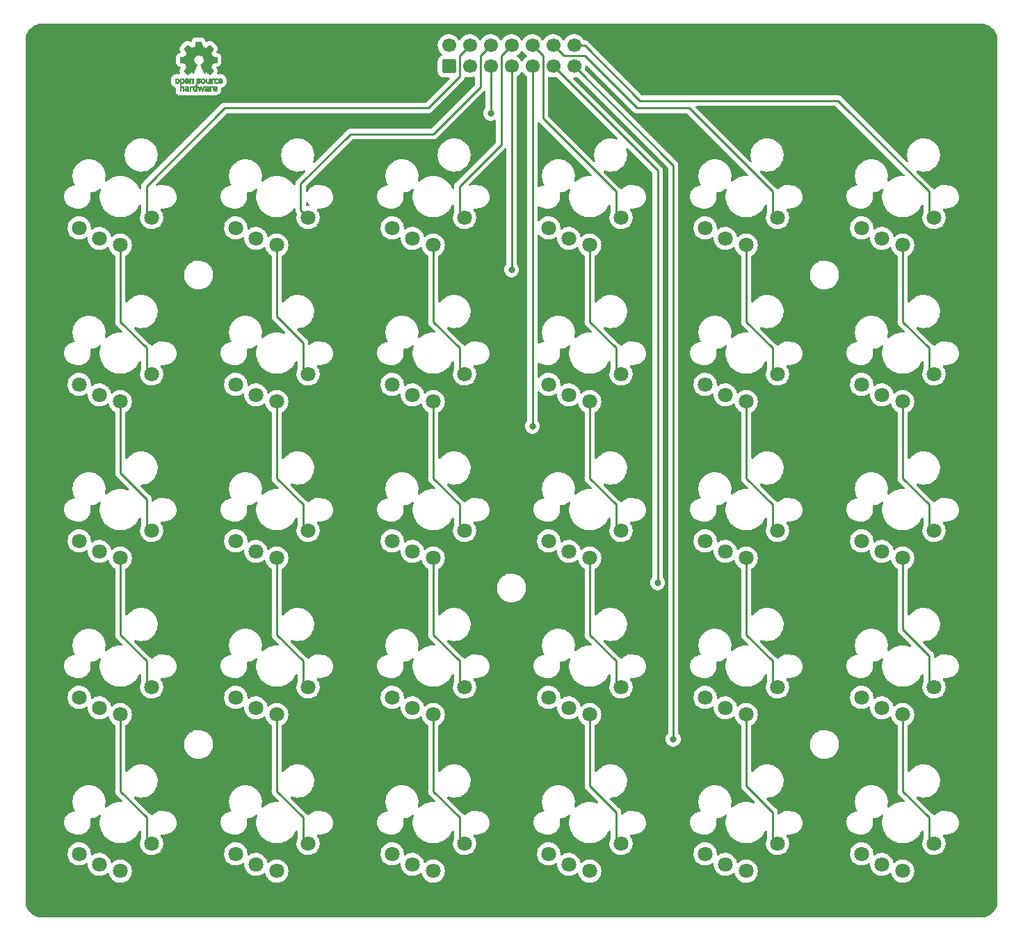
<source format=gtl>
%TF.GenerationSoftware,KiCad,Pcbnew,(6.0.5-0)*%
%TF.CreationDate,2022-06-17T10:29:56+08:00*%
%TF.ProjectId,Pragmatic,50726167-6d61-4746-9963-2e6b69636164,3*%
%TF.SameCoordinates,PX9157080PY3680a30*%
%TF.FileFunction,Copper,L1,Top*%
%TF.FilePolarity,Positive*%
%FSLAX46Y46*%
G04 Gerber Fmt 4.6, Leading zero omitted, Abs format (unit mm)*
G04 Created by KiCad (PCBNEW (6.0.5-0)) date 2022-06-17 10:29:56*
%MOMM*%
%LPD*%
G01*
G04 APERTURE LIST*
G04 Aperture macros list*
%AMRoundRect*
0 Rectangle with rounded corners*
0 $1 Rounding radius*
0 $2 $3 $4 $5 $6 $7 $8 $9 X,Y pos of 4 corners*
0 Add a 4 corners polygon primitive as box body*
4,1,4,$2,$3,$4,$5,$6,$7,$8,$9,$2,$3,0*
0 Add four circle primitives for the rounded corners*
1,1,$1+$1,$2,$3*
1,1,$1+$1,$4,$5*
1,1,$1+$1,$6,$7*
1,1,$1+$1,$8,$9*
0 Add four rect primitives between the rounded corners*
20,1,$1+$1,$2,$3,$4,$5,0*
20,1,$1+$1,$4,$5,$6,$7,0*
20,1,$1+$1,$6,$7,$8,$9,0*
20,1,$1+$1,$8,$9,$2,$3,0*%
G04 Aperture macros list end*
%TA.AperFunction,EtchedComponent*%
%ADD10C,0.010000*%
%TD*%
%TA.AperFunction,ComponentPad*%
%ADD11RoundRect,0.250000X0.600000X-0.600000X0.600000X0.600000X-0.600000X0.600000X-0.600000X-0.600000X0*%
%TD*%
%TA.AperFunction,ComponentPad*%
%ADD12C,1.700000*%
%TD*%
%TA.AperFunction,ComponentPad*%
%ADD13C,1.800000*%
%TD*%
%TA.AperFunction,ViaPad*%
%ADD14C,0.800000*%
%TD*%
%TA.AperFunction,Conductor*%
%ADD15C,0.250000*%
%TD*%
G04 APERTURE END LIST*
%TO.C,LOGO1*%
G36*
X-84988337Y13139756D02*
G01*
X-84957376Y13178420D01*
X-84938624Y13195136D01*
X-84920267Y13206122D01*
X-84896381Y13212820D01*
X-84861043Y13216674D01*
X-84808331Y13219127D01*
X-84787423Y13219832D01*
X-84656188Y13224121D01*
X-84656380Y13263842D01*
X-84661463Y13305595D01*
X-84679838Y13330842D01*
X-84716961Y13346970D01*
X-84717957Y13347258D01*
X-84770590Y13353600D01*
X-84822094Y13345316D01*
X-84860370Y13325173D01*
X-84875728Y13315227D01*
X-84892270Y13316603D01*
X-84917725Y13331013D01*
X-84932672Y13341183D01*
X-84961909Y13362912D01*
X-84980020Y13379200D01*
X-84982926Y13383863D01*
X-84970960Y13407995D01*
X-84935604Y13436815D01*
X-84920247Y13446539D01*
X-84876099Y13463286D01*
X-84816602Y13472773D01*
X-84750513Y13474905D01*
X-84686589Y13469583D01*
X-84633589Y13456710D01*
X-84618269Y13449890D01*
X-84588572Y13432026D01*
X-84565780Y13411907D01*
X-84548917Y13386038D01*
X-84537002Y13350927D01*
X-84529058Y13303080D01*
X-84524106Y13239004D01*
X-84521169Y13155206D01*
X-84520053Y13099232D01*
X-84515948Y12857178D01*
X-84586068Y12857178D01*
X-84628607Y12858962D01*
X-84650524Y12865058D01*
X-84656188Y12875294D01*
X-84659179Y12886363D01*
X-84672549Y12884246D01*
X-84690767Y12875371D01*
X-84736376Y12861767D01*
X-84794993Y12858101D01*
X-84856646Y12864097D01*
X-84911362Y12879479D01*
X-84916270Y12881614D01*
X-84966277Y12916745D01*
X-84999244Y12965581D01*
X-85014413Y13022667D01*
X-85013254Y13043176D01*
X-84889492Y13043176D01*
X-84878587Y13015575D01*
X-84846255Y12995796D01*
X-84794090Y12985181D01*
X-84766213Y12983772D01*
X-84719753Y12987380D01*
X-84688871Y13001403D01*
X-84681336Y13008069D01*
X-84660924Y13044334D01*
X-84656188Y13077227D01*
X-84656188Y13121237D01*
X-84717487Y13121237D01*
X-84788744Y13117605D01*
X-84838724Y13106182D01*
X-84870304Y13086176D01*
X-84877374Y13077257D01*
X-84889492Y13043176D01*
X-85013254Y13043176D01*
X-85011029Y13082544D01*
X-84988337Y13139756D01*
G37*
D10*
X-84988337Y13139756D02*
X-84957376Y13178420D01*
X-84938624Y13195136D01*
X-84920267Y13206122D01*
X-84896381Y13212820D01*
X-84861043Y13216674D01*
X-84808331Y13219127D01*
X-84787423Y13219832D01*
X-84656188Y13224121D01*
X-84656380Y13263842D01*
X-84661463Y13305595D01*
X-84679838Y13330842D01*
X-84716961Y13346970D01*
X-84717957Y13347258D01*
X-84770590Y13353600D01*
X-84822094Y13345316D01*
X-84860370Y13325173D01*
X-84875728Y13315227D01*
X-84892270Y13316603D01*
X-84917725Y13331013D01*
X-84932672Y13341183D01*
X-84961909Y13362912D01*
X-84980020Y13379200D01*
X-84982926Y13383863D01*
X-84970960Y13407995D01*
X-84935604Y13436815D01*
X-84920247Y13446539D01*
X-84876099Y13463286D01*
X-84816602Y13472773D01*
X-84750513Y13474905D01*
X-84686589Y13469583D01*
X-84633589Y13456710D01*
X-84618269Y13449890D01*
X-84588572Y13432026D01*
X-84565780Y13411907D01*
X-84548917Y13386038D01*
X-84537002Y13350927D01*
X-84529058Y13303080D01*
X-84524106Y13239004D01*
X-84521169Y13155206D01*
X-84520053Y13099232D01*
X-84515948Y12857178D01*
X-84586068Y12857178D01*
X-84628607Y12858962D01*
X-84650524Y12865058D01*
X-84656188Y12875294D01*
X-84659179Y12886363D01*
X-84672549Y12884246D01*
X-84690767Y12875371D01*
X-84736376Y12861767D01*
X-84794993Y12858101D01*
X-84856646Y12864097D01*
X-84911362Y12879479D01*
X-84916270Y12881614D01*
X-84966277Y12916745D01*
X-84999244Y12965581D01*
X-85014413Y13022667D01*
X-85013254Y13043176D01*
X-84889492Y13043176D01*
X-84878587Y13015575D01*
X-84846255Y12995796D01*
X-84794090Y12985181D01*
X-84766213Y12983772D01*
X-84719753Y12987380D01*
X-84688871Y13001403D01*
X-84681336Y13008069D01*
X-84660924Y13044334D01*
X-84656188Y13077227D01*
X-84656188Y13121237D01*
X-84717487Y13121237D01*
X-84788744Y13117605D01*
X-84838724Y13106182D01*
X-84870304Y13086176D01*
X-84877374Y13077257D01*
X-84889492Y13043176D01*
X-85013254Y13043176D01*
X-85011029Y13082544D01*
X-84988337Y13139756D01*
G36*
X-84089745Y13473514D02*
G01*
X-84041405Y13463985D01*
X-84013886Y13449875D01*
X-83984936Y13426432D01*
X-84026124Y13374429D01*
X-84051518Y13342936D01*
X-84068762Y13327572D01*
X-84085898Y13325224D01*
X-84110973Y13332783D01*
X-84122743Y13337059D01*
X-84170730Y13343369D01*
X-84214676Y13329844D01*
X-84246940Y13299290D01*
X-84252181Y13289548D01*
X-84257888Y13263742D01*
X-84262294Y13216183D01*
X-84265189Y13150242D01*
X-84266369Y13069290D01*
X-84266386Y13057774D01*
X-84266386Y12857178D01*
X-84404703Y12857178D01*
X-84404703Y13473317D01*
X-84335544Y13473317D01*
X-84295667Y13472275D01*
X-84274893Y13467642D01*
X-84267211Y13457151D01*
X-84266386Y13447255D01*
X-84266386Y13421194D01*
X-84233255Y13447255D01*
X-84195265Y13465035D01*
X-84144230Y13473826D01*
X-84089745Y13473514D01*
G37*
X-84089745Y13473514D02*
X-84041405Y13463985D01*
X-84013886Y13449875D01*
X-83984936Y13426432D01*
X-84026124Y13374429D01*
X-84051518Y13342936D01*
X-84068762Y13327572D01*
X-84085898Y13325224D01*
X-84110973Y13332783D01*
X-84122743Y13337059D01*
X-84170730Y13343369D01*
X-84214676Y13329844D01*
X-84246940Y13299290D01*
X-84252181Y13289548D01*
X-84257888Y13263742D01*
X-84262294Y13216183D01*
X-84265189Y13150242D01*
X-84266369Y13069290D01*
X-84266386Y13057774D01*
X-84266386Y12857178D01*
X-84404703Y12857178D01*
X-84404703Y13473317D01*
X-84335544Y13473317D01*
X-84295667Y13472275D01*
X-84274893Y13467642D01*
X-84267211Y13457151D01*
X-84266386Y13447255D01*
X-84266386Y13421194D01*
X-84233255Y13447255D01*
X-84195265Y13465035D01*
X-84144230Y13473826D01*
X-84089745Y13473514D01*
G36*
X-86479012Y14405998D02*
G01*
X-86447717Y14391050D01*
X-86417409Y14369459D01*
X-86394318Y14344609D01*
X-86377500Y14312913D01*
X-86366006Y14270786D01*
X-86358891Y14214642D01*
X-86355207Y14140894D01*
X-86354008Y14045956D01*
X-86353989Y14036015D01*
X-86353713Y13812821D01*
X-86492030Y13812821D01*
X-86492030Y14018582D01*
X-86492128Y14094811D01*
X-86492809Y14150061D01*
X-86494651Y14188499D01*
X-86498233Y14214294D01*
X-86504132Y14231616D01*
X-86512927Y14244632D01*
X-86525180Y14257493D01*
X-86568047Y14285127D01*
X-86614843Y14290255D01*
X-86659424Y14272783D01*
X-86674928Y14259779D01*
X-86686310Y14247553D01*
X-86694481Y14234460D01*
X-86699974Y14216385D01*
X-86703320Y14189213D01*
X-86705051Y14148830D01*
X-86705697Y14091121D01*
X-86705792Y14020868D01*
X-86705792Y13812821D01*
X-86844109Y13812821D01*
X-86844109Y14416386D01*
X-86774950Y14416386D01*
X-86733428Y14414744D01*
X-86712006Y14408913D01*
X-86705795Y14397539D01*
X-86705792Y14397202D01*
X-86702910Y14386062D01*
X-86690199Y14387326D01*
X-86664926Y14399566D01*
X-86607605Y14417576D01*
X-86542037Y14419579D01*
X-86479012Y14405998D01*
G37*
X-86479012Y14405998D02*
X-86447717Y14391050D01*
X-86417409Y14369459D01*
X-86394318Y14344609D01*
X-86377500Y14312913D01*
X-86366006Y14270786D01*
X-86358891Y14214642D01*
X-86355207Y14140894D01*
X-86354008Y14045956D01*
X-86353989Y14036015D01*
X-86353713Y13812821D01*
X-86492030Y13812821D01*
X-86492030Y14018582D01*
X-86492128Y14094811D01*
X-86492809Y14150061D01*
X-86494651Y14188499D01*
X-86498233Y14214294D01*
X-86504132Y14231616D01*
X-86512927Y14244632D01*
X-86525180Y14257493D01*
X-86568047Y14285127D01*
X-86614843Y14290255D01*
X-86659424Y14272783D01*
X-86674928Y14259779D01*
X-86686310Y14247553D01*
X-86694481Y14234460D01*
X-86699974Y14216385D01*
X-86703320Y14189213D01*
X-86705051Y14148830D01*
X-86705697Y14091121D01*
X-86705792Y14020868D01*
X-86705792Y13812821D01*
X-86844109Y13812821D01*
X-86844109Y14416386D01*
X-86774950Y14416386D01*
X-86733428Y14414744D01*
X-86712006Y14408913D01*
X-86705795Y14397539D01*
X-86705792Y14397202D01*
X-86702910Y14386062D01*
X-86690199Y14387326D01*
X-86664926Y14399566D01*
X-86607605Y14417576D01*
X-86542037Y14419579D01*
X-86479012Y14405998D01*
G36*
X-87391038Y14314975D02*
G01*
X-87358807Y14354361D01*
X-87299217Y14397069D01*
X-87229168Y14419891D01*
X-87154661Y14421954D01*
X-87081699Y14402386D01*
X-87069168Y14396486D01*
X-87025799Y14364717D01*
X-86984790Y14318354D01*
X-86954168Y14267304D01*
X-86945459Y14243834D01*
X-86937512Y14201909D01*
X-86932774Y14151243D01*
X-86932199Y14130321D01*
X-86932129Y14064307D01*
X-87312083Y14064307D01*
X-87303983Y14029727D01*
X-87284104Y13988830D01*
X-87249347Y13953486D01*
X-87207998Y13930718D01*
X-87181649Y13925990D01*
X-87145916Y13931727D01*
X-87103282Y13946118D01*
X-87088799Y13952738D01*
X-87035240Y13979487D01*
X-86989533Y13944624D01*
X-86963158Y13921045D01*
X-86949124Y13901583D01*
X-86948414Y13895871D01*
X-86960951Y13882027D01*
X-86988428Y13860988D01*
X-87013366Y13844575D01*
X-87080664Y13815070D01*
X-87156110Y13801716D01*
X-87230888Y13805188D01*
X-87290495Y13823337D01*
X-87351941Y13862216D01*
X-87395608Y13913405D01*
X-87422926Y13979633D01*
X-87435322Y14063629D01*
X-87436421Y14102064D01*
X-87432022Y14190139D01*
X-87431482Y14192701D01*
X-87305582Y14192701D01*
X-87302115Y14184442D01*
X-87287863Y14179887D01*
X-87258470Y14177935D01*
X-87209575Y14177483D01*
X-87190748Y14177475D01*
X-87133467Y14178157D01*
X-87097141Y14180636D01*
X-87077604Y14185557D01*
X-87070690Y14193566D01*
X-87070445Y14196138D01*
X-87078336Y14216577D01*
X-87098085Y14245211D01*
X-87106575Y14255237D01*
X-87138094Y14283592D01*
X-87170949Y14294741D01*
X-87188651Y14295673D01*
X-87236539Y14284019D01*
X-87276699Y14252715D01*
X-87302173Y14207248D01*
X-87302625Y14205767D01*
X-87305582Y14192701D01*
X-87431482Y14192701D01*
X-87417392Y14259490D01*
X-87391038Y14314975D01*
G37*
X-87391038Y14314975D02*
X-87358807Y14354361D01*
X-87299217Y14397069D01*
X-87229168Y14419891D01*
X-87154661Y14421954D01*
X-87081699Y14402386D01*
X-87069168Y14396486D01*
X-87025799Y14364717D01*
X-86984790Y14318354D01*
X-86954168Y14267304D01*
X-86945459Y14243834D01*
X-86937512Y14201909D01*
X-86932774Y14151243D01*
X-86932199Y14130321D01*
X-86932129Y14064307D01*
X-87312083Y14064307D01*
X-87303983Y14029727D01*
X-87284104Y13988830D01*
X-87249347Y13953486D01*
X-87207998Y13930718D01*
X-87181649Y13925990D01*
X-87145916Y13931727D01*
X-87103282Y13946118D01*
X-87088799Y13952738D01*
X-87035240Y13979487D01*
X-86989533Y13944624D01*
X-86963158Y13921045D01*
X-86949124Y13901583D01*
X-86948414Y13895871D01*
X-86960951Y13882027D01*
X-86988428Y13860988D01*
X-87013366Y13844575D01*
X-87080664Y13815070D01*
X-87156110Y13801716D01*
X-87230888Y13805188D01*
X-87290495Y13823337D01*
X-87351941Y13862216D01*
X-87395608Y13913405D01*
X-87422926Y13979633D01*
X-87435322Y14063629D01*
X-87436421Y14102064D01*
X-87432022Y14190139D01*
X-87431482Y14192701D01*
X-87305582Y14192701D01*
X-87302115Y14184442D01*
X-87287863Y14179887D01*
X-87258470Y14177935D01*
X-87209575Y14177483D01*
X-87190748Y14177475D01*
X-87133467Y14178157D01*
X-87097141Y14180636D01*
X-87077604Y14185557D01*
X-87070690Y14193566D01*
X-87070445Y14196138D01*
X-87078336Y14216577D01*
X-87098085Y14245211D01*
X-87106575Y14255237D01*
X-87138094Y14283592D01*
X-87170949Y14294741D01*
X-87188651Y14295673D01*
X-87236539Y14284019D01*
X-87276699Y14252715D01*
X-87302173Y14207248D01*
X-87302625Y14205767D01*
X-87305582Y14192701D01*
X-87431482Y14192701D01*
X-87417392Y14259490D01*
X-87391038Y14314975D01*
G36*
X-83296302Y14310809D02*
G01*
X-83250299Y14366221D01*
X-83192179Y14403991D01*
X-83123820Y14422104D01*
X-83047102Y14418543D01*
X-83014904Y14410721D01*
X-82953175Y14382079D01*
X-82900390Y14338333D01*
X-82863859Y14285883D01*
X-82858840Y14274107D01*
X-82851955Y14243260D01*
X-82847136Y14197629D01*
X-82845495Y14151508D01*
X-82845495Y14064307D01*
X-83027822Y14064307D01*
X-83103021Y14064022D01*
X-83155997Y14062296D01*
X-83189675Y14057819D01*
X-83206980Y14049280D01*
X-83210837Y14035370D01*
X-83204171Y14014778D01*
X-83192230Y13990685D01*
X-83158920Y13950475D01*
X-83112632Y13930442D01*
X-83056056Y13931095D01*
X-82991969Y13952899D01*
X-82936583Y13979807D01*
X-82890625Y13943468D01*
X-82844667Y13907128D01*
X-82887904Y13867181D01*
X-82945626Y13829437D01*
X-83016614Y13806680D01*
X-83092971Y13800312D01*
X-83166801Y13811732D01*
X-83178713Y13815607D01*
X-83243601Y13849494D01*
X-83291870Y13900014D01*
X-83324535Y13968675D01*
X-83342615Y14056986D01*
X-83342825Y14058879D01*
X-83344444Y14155122D01*
X-83337900Y14189458D01*
X-83210148Y14189458D01*
X-83198416Y14184178D01*
X-83166562Y14180133D01*
X-83119603Y14177824D01*
X-83089846Y14177475D01*
X-83034352Y14177694D01*
X-82999654Y14179084D01*
X-82981399Y14182749D01*
X-82975234Y14189790D01*
X-82976805Y14201310D01*
X-82978122Y14205767D01*
X-83000618Y14247645D01*
X-83035997Y14281396D01*
X-83067220Y14296227D01*
X-83108699Y14295332D01*
X-83150731Y14276836D01*
X-83185988Y14246214D01*
X-83207146Y14208938D01*
X-83210148Y14189458D01*
X-83337900Y14189458D01*
X-83328310Y14239771D01*
X-83296302Y14310809D01*
G37*
X-83296302Y14310809D02*
X-83250299Y14366221D01*
X-83192179Y14403991D01*
X-83123820Y14422104D01*
X-83047102Y14418543D01*
X-83014904Y14410721D01*
X-82953175Y14382079D01*
X-82900390Y14338333D01*
X-82863859Y14285883D01*
X-82858840Y14274107D01*
X-82851955Y14243260D01*
X-82847136Y14197629D01*
X-82845495Y14151508D01*
X-82845495Y14064307D01*
X-83027822Y14064307D01*
X-83103021Y14064022D01*
X-83155997Y14062296D01*
X-83189675Y14057819D01*
X-83206980Y14049280D01*
X-83210837Y14035370D01*
X-83204171Y14014778D01*
X-83192230Y13990685D01*
X-83158920Y13950475D01*
X-83112632Y13930442D01*
X-83056056Y13931095D01*
X-82991969Y13952899D01*
X-82936583Y13979807D01*
X-82890625Y13943468D01*
X-82844667Y13907128D01*
X-82887904Y13867181D01*
X-82945626Y13829437D01*
X-83016614Y13806680D01*
X-83092971Y13800312D01*
X-83166801Y13811732D01*
X-83178713Y13815607D01*
X-83243601Y13849494D01*
X-83291870Y13900014D01*
X-83324535Y13968675D01*
X-83342615Y14056986D01*
X-83342825Y14058879D01*
X-83344444Y14155122D01*
X-83337900Y14189458D01*
X-83210148Y14189458D01*
X-83198416Y14184178D01*
X-83166562Y14180133D01*
X-83119603Y14177824D01*
X-83089846Y14177475D01*
X-83034352Y14177694D01*
X-82999654Y14179084D01*
X-82981399Y14182749D01*
X-82975234Y14189790D01*
X-82976805Y14201310D01*
X-82978122Y14205767D01*
X-83000618Y14247645D01*
X-83035997Y14281396D01*
X-83067220Y14296227D01*
X-83108699Y14295332D01*
X-83150731Y14276836D01*
X-83185988Y14246214D01*
X-83207146Y14208938D01*
X-83210148Y14189458D01*
X-83337900Y14189458D01*
X-83328310Y14239771D01*
X-83296302Y14310809D01*
G36*
X-85710983Y14418548D02*
G01*
X-85663366Y14409518D01*
X-85613966Y14390630D01*
X-85608688Y14388223D01*
X-85571226Y14368524D01*
X-85545283Y14350219D01*
X-85536897Y14338492D01*
X-85544883Y14319368D01*
X-85564280Y14291150D01*
X-85572890Y14280616D01*
X-85608372Y14239153D01*
X-85654115Y14266142D01*
X-85697650Y14284122D01*
X-85747950Y14293733D01*
X-85796188Y14294340D01*
X-85833533Y14285309D01*
X-85842495Y14279673D01*
X-85859563Y14253829D01*
X-85861637Y14224059D01*
X-85848866Y14200803D01*
X-85841312Y14196292D01*
X-85818675Y14190691D01*
X-85778885Y14184108D01*
X-85729834Y14177817D01*
X-85720785Y14176830D01*
X-85642004Y14163202D01*
X-85584864Y14140054D01*
X-85546970Y14105248D01*
X-85525921Y14056646D01*
X-85519365Y13997282D01*
X-85528423Y13929802D01*
X-85557836Y13876812D01*
X-85607722Y13838217D01*
X-85678200Y13813919D01*
X-85756435Y13804333D01*
X-85820234Y13804448D01*
X-85871984Y13813155D01*
X-85907327Y13825175D01*
X-85951983Y13846120D01*
X-85993253Y13870426D01*
X-86007921Y13881124D01*
X-86045643Y13911916D01*
X-86000148Y13957951D01*
X-85954653Y14003987D01*
X-85902928Y13969757D01*
X-85851048Y13944048D01*
X-85795649Y13930601D01*
X-85742395Y13929182D01*
X-85696951Y13939557D01*
X-85664984Y13961493D01*
X-85654662Y13980002D01*
X-85656211Y14009686D01*
X-85681860Y14032385D01*
X-85731540Y14048060D01*
X-85785969Y14055305D01*
X-85869736Y14069127D01*
X-85931967Y14095204D01*
X-85973493Y14134301D01*
X-85995147Y14187180D01*
X-85998147Y14249874D01*
X-85983329Y14315358D01*
X-85949546Y14364856D01*
X-85896495Y14398592D01*
X-85823874Y14416793D01*
X-85770072Y14420361D01*
X-85710983Y14418548D01*
G37*
X-85710983Y14418548D02*
X-85663366Y14409518D01*
X-85613966Y14390630D01*
X-85608688Y14388223D01*
X-85571226Y14368524D01*
X-85545283Y14350219D01*
X-85536897Y14338492D01*
X-85544883Y14319368D01*
X-85564280Y14291150D01*
X-85572890Y14280616D01*
X-85608372Y14239153D01*
X-85654115Y14266142D01*
X-85697650Y14284122D01*
X-85747950Y14293733D01*
X-85796188Y14294340D01*
X-85833533Y14285309D01*
X-85842495Y14279673D01*
X-85859563Y14253829D01*
X-85861637Y14224059D01*
X-85848866Y14200803D01*
X-85841312Y14196292D01*
X-85818675Y14190691D01*
X-85778885Y14184108D01*
X-85729834Y14177817D01*
X-85720785Y14176830D01*
X-85642004Y14163202D01*
X-85584864Y14140054D01*
X-85546970Y14105248D01*
X-85525921Y14056646D01*
X-85519365Y13997282D01*
X-85528423Y13929802D01*
X-85557836Y13876812D01*
X-85607722Y13838217D01*
X-85678200Y13813919D01*
X-85756435Y13804333D01*
X-85820234Y13804448D01*
X-85871984Y13813155D01*
X-85907327Y13825175D01*
X-85951983Y13846120D01*
X-85993253Y13870426D01*
X-86007921Y13881124D01*
X-86045643Y13911916D01*
X-86000148Y13957951D01*
X-85954653Y14003987D01*
X-85902928Y13969757D01*
X-85851048Y13944048D01*
X-85795649Y13930601D01*
X-85742395Y13929182D01*
X-85696951Y13939557D01*
X-85664984Y13961493D01*
X-85654662Y13980002D01*
X-85656211Y14009686D01*
X-85681860Y14032385D01*
X-85731540Y14048060D01*
X-85785969Y14055305D01*
X-85869736Y14069127D01*
X-85931967Y14095204D01*
X-85973493Y14134301D01*
X-85995147Y14187180D01*
X-85998147Y14249874D01*
X-85983329Y14315358D01*
X-85949546Y14364856D01*
X-85896495Y14398592D01*
X-85823874Y14416793D01*
X-85770072Y14420361D01*
X-85710983Y14418548D01*
G36*
X-83960945Y13344051D02*
G01*
X-83924530Y13403737D01*
X-83872703Y13444451D01*
X-83805010Y13466821D01*
X-83768338Y13471129D01*
X-83692419Y13470030D01*
X-83632315Y13454403D01*
X-83581979Y13422152D01*
X-83557607Y13398060D01*
X-83517655Y13341105D01*
X-83494758Y13275035D01*
X-83486892Y13193818D01*
X-83486852Y13187252D01*
X-83486782Y13121237D01*
X-83866736Y13121237D01*
X-83858637Y13086658D01*
X-83844013Y13055341D01*
X-83818419Y13022709D01*
X-83813065Y13017500D01*
X-83767057Y12989306D01*
X-83714590Y12984525D01*
X-83654197Y13003074D01*
X-83643960Y13008069D01*
X-83612561Y13023255D01*
X-83591530Y13031906D01*
X-83587861Y13032707D01*
X-83575052Y13024937D01*
X-83550622Y13005928D01*
X-83538221Y12995540D01*
X-83512524Y12971679D01*
X-83504085Y12955923D01*
X-83509942Y12941429D01*
X-83513072Y12937466D01*
X-83534275Y12920121D01*
X-83569262Y12899041D01*
X-83593663Y12886735D01*
X-83662928Y12865054D01*
X-83739612Y12858029D01*
X-83812235Y12866353D01*
X-83832574Y12872314D01*
X-83895524Y12906048D01*
X-83942185Y12957955D01*
X-83972827Y13028541D01*
X-83987718Y13118308D01*
X-83989353Y13165247D01*
X-83984579Y13233587D01*
X-83864010Y13233587D01*
X-83852348Y13228535D01*
X-83821002Y13224571D01*
X-83775429Y13222232D01*
X-83744554Y13221831D01*
X-83689019Y13222217D01*
X-83653967Y13224025D01*
X-83634738Y13228227D01*
X-83626670Y13235797D01*
X-83625099Y13246782D01*
X-83635879Y13280619D01*
X-83663020Y13314060D01*
X-83698723Y13339728D01*
X-83734440Y13350228D01*
X-83782952Y13340914D01*
X-83824947Y13313987D01*
X-83854064Y13275173D01*
X-83864010Y13233587D01*
X-83984579Y13233587D01*
X-83982401Y13264764D01*
X-83960945Y13344051D01*
G37*
X-83960945Y13344051D02*
X-83924530Y13403737D01*
X-83872703Y13444451D01*
X-83805010Y13466821D01*
X-83768338Y13471129D01*
X-83692419Y13470030D01*
X-83632315Y13454403D01*
X-83581979Y13422152D01*
X-83557607Y13398060D01*
X-83517655Y13341105D01*
X-83494758Y13275035D01*
X-83486892Y13193818D01*
X-83486852Y13187252D01*
X-83486782Y13121237D01*
X-83866736Y13121237D01*
X-83858637Y13086658D01*
X-83844013Y13055341D01*
X-83818419Y13022709D01*
X-83813065Y13017500D01*
X-83767057Y12989306D01*
X-83714590Y12984525D01*
X-83654197Y13003074D01*
X-83643960Y13008069D01*
X-83612561Y13023255D01*
X-83591530Y13031906D01*
X-83587861Y13032707D01*
X-83575052Y13024937D01*
X-83550622Y13005928D01*
X-83538221Y12995540D01*
X-83512524Y12971679D01*
X-83504085Y12955923D01*
X-83509942Y12941429D01*
X-83513072Y12937466D01*
X-83534275Y12920121D01*
X-83569262Y12899041D01*
X-83593663Y12886735D01*
X-83662928Y12865054D01*
X-83739612Y12858029D01*
X-83812235Y12866353D01*
X-83832574Y12872314D01*
X-83895524Y12906048D01*
X-83942185Y12957955D01*
X-83972827Y13028541D01*
X-83987718Y13118308D01*
X-83989353Y13165247D01*
X-83984579Y13233587D01*
X-83864010Y13233587D01*
X-83852348Y13228535D01*
X-83821002Y13224571D01*
X-83775429Y13222232D01*
X-83744554Y13221831D01*
X-83689019Y13222217D01*
X-83653967Y13224025D01*
X-83634738Y13228227D01*
X-83626670Y13235797D01*
X-83625099Y13246782D01*
X-83635879Y13280619D01*
X-83663020Y13314060D01*
X-83698723Y13339728D01*
X-83734440Y13350228D01*
X-83782952Y13340914D01*
X-83824947Y13313987D01*
X-83854064Y13275173D01*
X-83864010Y13233587D01*
X-83984579Y13233587D01*
X-83982401Y13264764D01*
X-83960945Y13344051D01*
G36*
X-88588948Y14216944D02*
G01*
X-88581362Y14260993D01*
X-88567681Y14295752D01*
X-88546865Y14326449D01*
X-88539147Y14335564D01*
X-88490889Y14380979D01*
X-88439128Y14407507D01*
X-88375828Y14418621D01*
X-88344961Y14419529D01*
X-88263261Y14409852D01*
X-88197479Y14380769D01*
X-88147540Y14332207D01*
X-88113374Y14264092D01*
X-88094907Y14176349D01*
X-88093583Y14162649D01*
X-88092546Y14066061D01*
X-88105993Y13981398D01*
X-88133108Y13912779D01*
X-88147627Y13890706D01*
X-88198201Y13843989D01*
X-88262609Y13813732D01*
X-88334666Y13801176D01*
X-88408185Y13807561D01*
X-88464072Y13827228D01*
X-88512132Y13860371D01*
X-88551412Y13903825D01*
X-88552092Y13904842D01*
X-88568044Y13931662D01*
X-88578410Y13958632D01*
X-88584688Y13992668D01*
X-88588373Y14040690D01*
X-88589997Y14080069D01*
X-88590672Y14115781D01*
X-88464955Y14115781D01*
X-88463726Y14080230D01*
X-88459266Y14032906D01*
X-88451397Y14002535D01*
X-88437207Y13980928D01*
X-88423917Y13968306D01*
X-88376802Y13941878D01*
X-88327505Y13938347D01*
X-88281593Y13957361D01*
X-88258638Y13978669D01*
X-88242096Y14000141D01*
X-88232421Y14020687D01*
X-88228174Y14047426D01*
X-88227920Y14087477D01*
X-88229228Y14124362D01*
X-88232043Y14177053D01*
X-88236505Y14211228D01*
X-88244548Y14233520D01*
X-88258103Y14250558D01*
X-88268845Y14260297D01*
X-88313777Y14285877D01*
X-88362249Y14287153D01*
X-88402894Y14272001D01*
X-88437567Y14240358D01*
X-88458224Y14188380D01*
X-88464955Y14115781D01*
X-88590672Y14115781D01*
X-88591479Y14158379D01*
X-88588948Y14216944D01*
G37*
X-88588948Y14216944D02*
X-88581362Y14260993D01*
X-88567681Y14295752D01*
X-88546865Y14326449D01*
X-88539147Y14335564D01*
X-88490889Y14380979D01*
X-88439128Y14407507D01*
X-88375828Y14418621D01*
X-88344961Y14419529D01*
X-88263261Y14409852D01*
X-88197479Y14380769D01*
X-88147540Y14332207D01*
X-88113374Y14264092D01*
X-88094907Y14176349D01*
X-88093583Y14162649D01*
X-88092546Y14066061D01*
X-88105993Y13981398D01*
X-88133108Y13912779D01*
X-88147627Y13890706D01*
X-88198201Y13843989D01*
X-88262609Y13813732D01*
X-88334666Y13801176D01*
X-88408185Y13807561D01*
X-88464072Y13827228D01*
X-88512132Y13860371D01*
X-88551412Y13903825D01*
X-88552092Y13904842D01*
X-88568044Y13931662D01*
X-88578410Y13958632D01*
X-88584688Y13992668D01*
X-88588373Y14040690D01*
X-88589997Y14080069D01*
X-88590672Y14115781D01*
X-88464955Y14115781D01*
X-88463726Y14080230D01*
X-88459266Y14032906D01*
X-88451397Y14002535D01*
X-88437207Y13980928D01*
X-88423917Y13968306D01*
X-88376802Y13941878D01*
X-88327505Y13938347D01*
X-88281593Y13957361D01*
X-88258638Y13978669D01*
X-88242096Y14000141D01*
X-88232421Y14020687D01*
X-88228174Y14047426D01*
X-88227920Y14087477D01*
X-88229228Y14124362D01*
X-88232043Y14177053D01*
X-88236505Y14211228D01*
X-88244548Y14233520D01*
X-88258103Y14250558D01*
X-88268845Y14260297D01*
X-88313777Y14285877D01*
X-88362249Y14287153D01*
X-88402894Y14272001D01*
X-88437567Y14240358D01*
X-88458224Y14188380D01*
X-88464955Y14115781D01*
X-88590672Y14115781D01*
X-88591479Y14158379D01*
X-88588948Y14216944D01*
G36*
X-84731633Y14220658D02*
G01*
X-84730445Y14128437D01*
X-84726103Y14058390D01*
X-84717442Y14007619D01*
X-84703296Y13973228D01*
X-84682500Y13952321D01*
X-84653890Y13942000D01*
X-84618465Y13939364D01*
X-84581364Y13942318D01*
X-84553182Y13953111D01*
X-84532757Y13974640D01*
X-84518921Y14009801D01*
X-84510509Y14061490D01*
X-84506357Y14132606D01*
X-84505297Y14220658D01*
X-84505297Y14416386D01*
X-84366980Y14416386D01*
X-84366980Y13812821D01*
X-84436138Y13812821D01*
X-84477830Y13814511D01*
X-84499299Y13820444D01*
X-84505297Y13831707D01*
X-84508909Y13841739D01*
X-84523286Y13839617D01*
X-84552264Y13825420D01*
X-84618681Y13803520D01*
X-84689125Y13805072D01*
X-84756623Y13828853D01*
X-84788767Y13847638D01*
X-84813285Y13867978D01*
X-84831196Y13893427D01*
X-84843521Y13927542D01*
X-84851277Y13973879D01*
X-84855484Y14035993D01*
X-84857160Y14117439D01*
X-84857376Y14180422D01*
X-84857376Y14416386D01*
X-84731633Y14416386D01*
X-84731633Y14220658D01*
G37*
X-84731633Y14220658D02*
X-84730445Y14128437D01*
X-84726103Y14058390D01*
X-84717442Y14007619D01*
X-84703296Y13973228D01*
X-84682500Y13952321D01*
X-84653890Y13942000D01*
X-84618465Y13939364D01*
X-84581364Y13942318D01*
X-84553182Y13953111D01*
X-84532757Y13974640D01*
X-84518921Y14009801D01*
X-84510509Y14061490D01*
X-84506357Y14132606D01*
X-84505297Y14220658D01*
X-84505297Y14416386D01*
X-84366980Y14416386D01*
X-84366980Y13812821D01*
X-84436138Y13812821D01*
X-84477830Y13814511D01*
X-84499299Y13820444D01*
X-84505297Y13831707D01*
X-84508909Y13841739D01*
X-84523286Y13839617D01*
X-84552264Y13825420D01*
X-84618681Y13803520D01*
X-84689125Y13805072D01*
X-84756623Y13828853D01*
X-84788767Y13847638D01*
X-84813285Y13867978D01*
X-84831196Y13893427D01*
X-84843521Y13927542D01*
X-84851277Y13973879D01*
X-84855484Y14035993D01*
X-84857160Y14117439D01*
X-84857376Y14180422D01*
X-84857376Y14416386D01*
X-84731633Y14416386D01*
X-84731633Y14220658D01*
G36*
X-85443476Y13470763D02*
G01*
X-85393745Y13467029D01*
X-85263709Y13077227D01*
X-85243322Y13146386D01*
X-85231054Y13189126D01*
X-85214915Y13246885D01*
X-85197488Y13310375D01*
X-85188274Y13344430D01*
X-85153612Y13473317D01*
X-85010609Y13473317D01*
X-85053354Y13338143D01*
X-85074404Y13271658D01*
X-85099833Y13191461D01*
X-85126390Y13107807D01*
X-85150098Y13033218D01*
X-85204098Y12863465D01*
X-85262402Y12859672D01*
X-85320705Y12855878D01*
X-85352321Y12960266D01*
X-85371818Y13025111D01*
X-85393096Y13096600D01*
X-85411692Y13159737D01*
X-85412426Y13162250D01*
X-85426316Y13205031D01*
X-85438571Y13234221D01*
X-85447154Y13245259D01*
X-85448918Y13243982D01*
X-85455109Y13226870D01*
X-85466872Y13190213D01*
X-85482775Y13138622D01*
X-85501386Y13076706D01*
X-85511457Y13042648D01*
X-85565993Y12857178D01*
X-85681736Y12857178D01*
X-85774263Y13149529D01*
X-85800256Y13231538D01*
X-85823934Y13306013D01*
X-85844180Y13369456D01*
X-85859874Y13418368D01*
X-85869898Y13449251D01*
X-85872945Y13458274D01*
X-85870533Y13467513D01*
X-85851592Y13471559D01*
X-85812177Y13471154D01*
X-85806007Y13470848D01*
X-85732914Y13467029D01*
X-85685043Y13290990D01*
X-85667447Y13226789D01*
X-85651723Y13170351D01*
X-85639254Y13126578D01*
X-85631426Y13100370D01*
X-85629980Y13096097D01*
X-85623986Y13101010D01*
X-85611899Y13126468D01*
X-85595107Y13169003D01*
X-85574997Y13225150D01*
X-85557997Y13275870D01*
X-85493206Y13474496D01*
X-85443476Y13470763D01*
G37*
X-85443476Y13470763D02*
X-85393745Y13467029D01*
X-85263709Y13077227D01*
X-85243322Y13146386D01*
X-85231054Y13189126D01*
X-85214915Y13246885D01*
X-85197488Y13310375D01*
X-85188274Y13344430D01*
X-85153612Y13473317D01*
X-85010609Y13473317D01*
X-85053354Y13338143D01*
X-85074404Y13271658D01*
X-85099833Y13191461D01*
X-85126390Y13107807D01*
X-85150098Y13033218D01*
X-85204098Y12863465D01*
X-85262402Y12859672D01*
X-85320705Y12855878D01*
X-85352321Y12960266D01*
X-85371818Y13025111D01*
X-85393096Y13096600D01*
X-85411692Y13159737D01*
X-85412426Y13162250D01*
X-85426316Y13205031D01*
X-85438571Y13234221D01*
X-85447154Y13245259D01*
X-85448918Y13243982D01*
X-85455109Y13226870D01*
X-85466872Y13190213D01*
X-85482775Y13138622D01*
X-85501386Y13076706D01*
X-85511457Y13042648D01*
X-85565993Y12857178D01*
X-85681736Y12857178D01*
X-85774263Y13149529D01*
X-85800256Y13231538D01*
X-85823934Y13306013D01*
X-85844180Y13369456D01*
X-85859874Y13418368D01*
X-85869898Y13449251D01*
X-85872945Y13458274D01*
X-85870533Y13467513D01*
X-85851592Y13471559D01*
X-85812177Y13471154D01*
X-85806007Y13470848D01*
X-85732914Y13467029D01*
X-85685043Y13290990D01*
X-85667447Y13226789D01*
X-85651723Y13170351D01*
X-85639254Y13126578D01*
X-85631426Y13100370D01*
X-85629980Y13096097D01*
X-85623986Y13101010D01*
X-85611899Y13126468D01*
X-85595107Y13169003D01*
X-85574997Y13225150D01*
X-85557997Y13275870D01*
X-85493206Y13474496D01*
X-85443476Y13470763D01*
G36*
X-85439612Y14264499D02*
G01*
X-85405971Y14332470D01*
X-85355982Y14381336D01*
X-85289644Y14411101D01*
X-85275399Y14414552D01*
X-85189790Y14422655D01*
X-85114238Y14408945D01*
X-85050637Y14374308D01*
X-85000877Y14319628D01*
X-84977432Y14275158D01*
X-84967366Y14235879D01*
X-84960844Y14179884D01*
X-84958049Y14115379D01*
X-84959164Y14050571D01*
X-84964374Y13993666D01*
X-84970459Y13963273D01*
X-84990986Y13921694D01*
X-85026537Y13877532D01*
X-85069381Y13838913D01*
X-85111789Y13813966D01*
X-85112823Y13813570D01*
X-85165447Y13802669D01*
X-85227812Y13802399D01*
X-85287076Y13812324D01*
X-85309960Y13820278D01*
X-85368898Y13853700D01*
X-85411110Y13897489D01*
X-85438844Y13955462D01*
X-85454349Y14031435D01*
X-85457857Y14071229D01*
X-85457410Y14121234D01*
X-85322624Y14121234D01*
X-85318083Y14048268D01*
X-85305014Y13992666D01*
X-85284244Y13957139D01*
X-85269448Y13946980D01*
X-85231536Y13939896D01*
X-85186473Y13941993D01*
X-85147513Y13952188D01*
X-85137296Y13957796D01*
X-85110341Y13990462D01*
X-85092549Y14040455D01*
X-85084976Y14101295D01*
X-85088675Y14166503D01*
X-85096943Y14205747D01*
X-85120680Y14251195D01*
X-85158151Y14279604D01*
X-85203280Y14289427D01*
X-85249989Y14279113D01*
X-85285868Y14253888D01*
X-85304723Y14233075D01*
X-85315728Y14212561D01*
X-85320974Y14184797D01*
X-85322551Y14142238D01*
X-85322624Y14121234D01*
X-85457410Y14121234D01*
X-85456906Y14177420D01*
X-85439612Y14264499D01*
G37*
X-85439612Y14264499D02*
X-85405971Y14332470D01*
X-85355982Y14381336D01*
X-85289644Y14411101D01*
X-85275399Y14414552D01*
X-85189790Y14422655D01*
X-85114238Y14408945D01*
X-85050637Y14374308D01*
X-85000877Y14319628D01*
X-84977432Y14275158D01*
X-84967366Y14235879D01*
X-84960844Y14179884D01*
X-84958049Y14115379D01*
X-84959164Y14050571D01*
X-84964374Y13993666D01*
X-84970459Y13963273D01*
X-84990986Y13921694D01*
X-85026537Y13877532D01*
X-85069381Y13838913D01*
X-85111789Y13813966D01*
X-85112823Y13813570D01*
X-85165447Y13802669D01*
X-85227812Y13802399D01*
X-85287076Y13812324D01*
X-85309960Y13820278D01*
X-85368898Y13853700D01*
X-85411110Y13897489D01*
X-85438844Y13955462D01*
X-85454349Y14031435D01*
X-85457857Y14071229D01*
X-85457410Y14121234D01*
X-85322624Y14121234D01*
X-85318083Y14048268D01*
X-85305014Y13992666D01*
X-85284244Y13957139D01*
X-85269448Y13946980D01*
X-85231536Y13939896D01*
X-85186473Y13941993D01*
X-85147513Y13952188D01*
X-85137296Y13957796D01*
X-85110341Y13990462D01*
X-85092549Y14040455D01*
X-85084976Y14101295D01*
X-85088675Y14166503D01*
X-85096943Y14205747D01*
X-85120680Y14251195D01*
X-85158151Y14279604D01*
X-85203280Y14289427D01*
X-85249989Y14279113D01*
X-85285868Y14253888D01*
X-85304723Y14233075D01*
X-85315728Y14212561D01*
X-85320974Y14184797D01*
X-85322551Y14142238D01*
X-85322624Y14121234D01*
X-85457410Y14121234D01*
X-85456906Y14177420D01*
X-85439612Y14264499D01*
G36*
X-87405710Y13151155D02*
G01*
X-87361948Y13193353D01*
X-87355899Y13197192D01*
X-87329907Y13209691D01*
X-87297735Y13217260D01*
X-87252760Y13220939D01*
X-87199331Y13221784D01*
X-87083020Y13221831D01*
X-87083020Y13270589D01*
X-87087953Y13308419D01*
X-87100543Y13333764D01*
X-87102017Y13335113D01*
X-87130034Y13346200D01*
X-87172326Y13350497D01*
X-87219064Y13348385D01*
X-87260418Y13340244D01*
X-87284957Y13328035D01*
X-87298253Y13318254D01*
X-87312294Y13316387D01*
X-87331671Y13324400D01*
X-87360976Y13344261D01*
X-87404803Y13377937D01*
X-87408825Y13381091D01*
X-87406764Y13392764D01*
X-87389568Y13412178D01*
X-87363433Y13433752D01*
X-87334552Y13451904D01*
X-87325478Y13456191D01*
X-87292380Y13464744D01*
X-87243880Y13470845D01*
X-87189695Y13473292D01*
X-87187161Y13473297D01*
X-87109210Y13468445D01*
X-87050055Y13452661D01*
X-87005023Y13424052D01*
X-86973246Y13386581D01*
X-86963366Y13370589D01*
X-86956073Y13353837D01*
X-86950974Y13332408D01*
X-86947679Y13302384D01*
X-86945797Y13259846D01*
X-86944937Y13200878D01*
X-86944707Y13121560D01*
X-86944703Y13100516D01*
X-86944703Y12857178D01*
X-87005059Y12857178D01*
X-87043557Y12859874D01*
X-87072023Y12866705D01*
X-87079155Y12870917D01*
X-87098652Y12878187D01*
X-87118566Y12870917D01*
X-87151353Y12861840D01*
X-87198978Y12858187D01*
X-87251764Y12859772D01*
X-87300036Y12866411D01*
X-87328218Y12874928D01*
X-87382753Y12909937D01*
X-87416835Y12958521D01*
X-87432157Y13023118D01*
X-87432299Y13024777D01*
X-87430955Y13053434D01*
X-87309356Y13053434D01*
X-87298726Y13020839D01*
X-87281410Y13002495D01*
X-87246652Y12988621D01*
X-87200773Y12983083D01*
X-87153988Y12985809D01*
X-87116514Y12996726D01*
X-87106015Y13003731D01*
X-87087668Y13036096D01*
X-87083020Y13072889D01*
X-87083020Y13121237D01*
X-87152582Y13121237D01*
X-87218667Y13116150D01*
X-87268764Y13101737D01*
X-87299929Y13079271D01*
X-87309356Y13053434D01*
X-87430955Y13053434D01*
X-87428987Y13095353D01*
X-87405710Y13151155D01*
G37*
X-87405710Y13151155D02*
X-87361948Y13193353D01*
X-87355899Y13197192D01*
X-87329907Y13209691D01*
X-87297735Y13217260D01*
X-87252760Y13220939D01*
X-87199331Y13221784D01*
X-87083020Y13221831D01*
X-87083020Y13270589D01*
X-87087953Y13308419D01*
X-87100543Y13333764D01*
X-87102017Y13335113D01*
X-87130034Y13346200D01*
X-87172326Y13350497D01*
X-87219064Y13348385D01*
X-87260418Y13340244D01*
X-87284957Y13328035D01*
X-87298253Y13318254D01*
X-87312294Y13316387D01*
X-87331671Y13324400D01*
X-87360976Y13344261D01*
X-87404803Y13377937D01*
X-87408825Y13381091D01*
X-87406764Y13392764D01*
X-87389568Y13412178D01*
X-87363433Y13433752D01*
X-87334552Y13451904D01*
X-87325478Y13456191D01*
X-87292380Y13464744D01*
X-87243880Y13470845D01*
X-87189695Y13473292D01*
X-87187161Y13473297D01*
X-87109210Y13468445D01*
X-87050055Y13452661D01*
X-87005023Y13424052D01*
X-86973246Y13386581D01*
X-86963366Y13370589D01*
X-86956073Y13353837D01*
X-86950974Y13332408D01*
X-86947679Y13302384D01*
X-86945797Y13259846D01*
X-86944937Y13200878D01*
X-86944707Y13121560D01*
X-86944703Y13100516D01*
X-86944703Y12857178D01*
X-87005059Y12857178D01*
X-87043557Y12859874D01*
X-87072023Y12866705D01*
X-87079155Y12870917D01*
X-87098652Y12878187D01*
X-87118566Y12870917D01*
X-87151353Y12861840D01*
X-87198978Y12858187D01*
X-87251764Y12859772D01*
X-87300036Y12866411D01*
X-87328218Y12874928D01*
X-87382753Y12909937D01*
X-87416835Y12958521D01*
X-87432157Y13023118D01*
X-87432299Y13024777D01*
X-87430955Y13053434D01*
X-87309356Y13053434D01*
X-87298726Y13020839D01*
X-87281410Y13002495D01*
X-87246652Y12988621D01*
X-87200773Y12983083D01*
X-87153988Y12985809D01*
X-87116514Y12996726D01*
X-87106015Y13003731D01*
X-87087668Y13036096D01*
X-87083020Y13072889D01*
X-87083020Y13121237D01*
X-87152582Y13121237D01*
X-87218667Y13116150D01*
X-87268764Y13101737D01*
X-87299929Y13079271D01*
X-87309356Y13053434D01*
X-87430955Y13053434D01*
X-87428987Y13095353D01*
X-87405710Y13151155D01*
G36*
X-86718356Y13471980D02*
G01*
X-86699539Y13466340D01*
X-86693473Y13453947D01*
X-86693218Y13448353D01*
X-86692129Y13432770D01*
X-86684632Y13430324D01*
X-86664381Y13441007D01*
X-86652351Y13448306D01*
X-86614400Y13463937D01*
X-86569072Y13471666D01*
X-86521544Y13472260D01*
X-86476995Y13466487D01*
X-86440602Y13455116D01*
X-86417543Y13438912D01*
X-86412996Y13418645D01*
X-86415291Y13413157D01*
X-86432020Y13390374D01*
X-86457963Y13362353D01*
X-86462655Y13357823D01*
X-86487383Y13336995D01*
X-86508718Y13330265D01*
X-86538555Y13334962D01*
X-86550508Y13338083D01*
X-86587705Y13345579D01*
X-86613859Y13342208D01*
X-86635946Y13330319D01*
X-86656178Y13314365D01*
X-86671079Y13294300D01*
X-86681434Y13266298D01*
X-86688029Y13226533D01*
X-86691649Y13171177D01*
X-86693078Y13096406D01*
X-86693218Y13051260D01*
X-86693218Y12857178D01*
X-86818960Y12857178D01*
X-86818960Y13473317D01*
X-86756089Y13473317D01*
X-86718356Y13471980D01*
G37*
X-86718356Y13471980D02*
X-86699539Y13466340D01*
X-86693473Y13453947D01*
X-86693218Y13448353D01*
X-86692129Y13432770D01*
X-86684632Y13430324D01*
X-86664381Y13441007D01*
X-86652351Y13448306D01*
X-86614400Y13463937D01*
X-86569072Y13471666D01*
X-86521544Y13472260D01*
X-86476995Y13466487D01*
X-86440602Y13455116D01*
X-86417543Y13438912D01*
X-86412996Y13418645D01*
X-86415291Y13413157D01*
X-86432020Y13390374D01*
X-86457963Y13362353D01*
X-86462655Y13357823D01*
X-86487383Y13336995D01*
X-86508718Y13330265D01*
X-86538555Y13334962D01*
X-86550508Y13338083D01*
X-86587705Y13345579D01*
X-86613859Y13342208D01*
X-86635946Y13330319D01*
X-86656178Y13314365D01*
X-86671079Y13294300D01*
X-86681434Y13266298D01*
X-86688029Y13226533D01*
X-86691649Y13171177D01*
X-86693078Y13096406D01*
X-86693218Y13051260D01*
X-86693218Y12857178D01*
X-86818960Y12857178D01*
X-86818960Y13473317D01*
X-86756089Y13473317D01*
X-86718356Y13471980D01*
G36*
X-83925540Y14416970D02*
G01*
X-83882289Y14403755D01*
X-83854442Y14387059D01*
X-83845371Y14373855D01*
X-83847868Y14358203D01*
X-83864069Y14333615D01*
X-83877768Y14316200D01*
X-83906008Y14284717D01*
X-83927225Y14271471D01*
X-83945312Y14272336D01*
X-83998965Y14285990D01*
X-84038370Y14285370D01*
X-84070368Y14269896D01*
X-84081110Y14260839D01*
X-84115495Y14228973D01*
X-84115495Y13812821D01*
X-84253812Y13812821D01*
X-84253812Y14416386D01*
X-84184653Y14416386D01*
X-84143131Y14414744D01*
X-84121709Y14408913D01*
X-84115498Y14397539D01*
X-84115495Y14397202D01*
X-84112561Y14385287D01*
X-84099296Y14386841D01*
X-84080916Y14395437D01*
X-84042954Y14411432D01*
X-84012128Y14421055D01*
X-83972464Y14423522D01*
X-83925540Y14416970D01*
G37*
X-83925540Y14416970D02*
X-83882289Y14403755D01*
X-83854442Y14387059D01*
X-83845371Y14373855D01*
X-83847868Y14358203D01*
X-83864069Y14333615D01*
X-83877768Y14316200D01*
X-83906008Y14284717D01*
X-83927225Y14271471D01*
X-83945312Y14272336D01*
X-83998965Y14285990D01*
X-84038370Y14285370D01*
X-84070368Y14269896D01*
X-84081110Y14260839D01*
X-84115495Y14228973D01*
X-84115495Y13812821D01*
X-84253812Y13812821D01*
X-84253812Y14416386D01*
X-84184653Y14416386D01*
X-84143131Y14414744D01*
X-84121709Y14408913D01*
X-84115498Y14397539D01*
X-84115495Y14397202D01*
X-84112561Y14385287D01*
X-84099296Y14386841D01*
X-84080916Y14395437D01*
X-84042954Y14411432D01*
X-84012128Y14421055D01*
X-83972464Y14423522D01*
X-83925540Y14416970D01*
G36*
X-87931782Y14416386D02*
G01*
X-87890260Y14414744D01*
X-87868838Y14408913D01*
X-87862626Y14397539D01*
X-87862624Y14397202D01*
X-87859742Y14386062D01*
X-87847030Y14387327D01*
X-87821757Y14399567D01*
X-87762869Y14418293D01*
X-87696615Y14420261D01*
X-87633759Y14405816D01*
X-87607247Y14392718D01*
X-87574553Y14369894D01*
X-87550725Y14345004D01*
X-87534406Y14313751D01*
X-87524240Y14271834D01*
X-87518872Y14214956D01*
X-87516944Y14138816D01*
X-87516831Y14106083D01*
X-87517161Y14034344D01*
X-87518527Y13983073D01*
X-87521500Y13947596D01*
X-87526649Y13923237D01*
X-87534543Y13905320D01*
X-87542757Y13893098D01*
X-87595187Y13841095D01*
X-87656930Y13809816D01*
X-87723536Y13800408D01*
X-87790558Y13814020D01*
X-87811792Y13823646D01*
X-87862624Y13850141D01*
X-87862624Y13434948D01*
X-87825525Y13454132D01*
X-87776643Y13468975D01*
X-87716561Y13472778D01*
X-87656564Y13465757D01*
X-87611256Y13449987D01*
X-87573675Y13419953D01*
X-87541564Y13376976D01*
X-87539150Y13372564D01*
X-87528967Y13351779D01*
X-87521530Y13330830D01*
X-87516411Y13305452D01*
X-87513181Y13271382D01*
X-87511413Y13224359D01*
X-87510677Y13160118D01*
X-87510544Y13087824D01*
X-87510544Y12857178D01*
X-87648861Y12857178D01*
X-87648861Y13282467D01*
X-87687549Y13315021D01*
X-87727738Y13341060D01*
X-87765797Y13345795D01*
X-87804066Y13333611D01*
X-87824462Y13321680D01*
X-87839642Y13304687D01*
X-87850438Y13279005D01*
X-87857683Y13241009D01*
X-87862208Y13187074D01*
X-87864844Y13113575D01*
X-87865772Y13064653D01*
X-87868911Y12863465D01*
X-87934926Y12859664D01*
X-88000940Y12855864D01*
X-88000940Y14104350D01*
X-87862624Y14104350D01*
X-87859097Y14034746D01*
X-87847215Y13986431D01*
X-87825020Y13956369D01*
X-87790559Y13941529D01*
X-87755742Y13938564D01*
X-87716329Y13941972D01*
X-87690171Y13955383D01*
X-87673814Y13973104D01*
X-87660937Y13992165D01*
X-87653272Y14013399D01*
X-87649861Y14043151D01*
X-87649749Y14087764D01*
X-87650897Y14125120D01*
X-87653532Y14181396D01*
X-87657456Y14218342D01*
X-87664063Y14241777D01*
X-87674749Y14257520D01*
X-87684833Y14266620D01*
X-87726970Y14286463D01*
X-87776840Y14289668D01*
X-87805476Y14282832D01*
X-87833828Y14258536D01*
X-87852609Y14211272D01*
X-87861712Y14141376D01*
X-87862624Y14104350D01*
X-88000940Y14104350D01*
X-88000940Y14416386D01*
X-87931782Y14416386D01*
G37*
X-87931782Y14416386D02*
X-87890260Y14414744D01*
X-87868838Y14408913D01*
X-87862626Y14397539D01*
X-87862624Y14397202D01*
X-87859742Y14386062D01*
X-87847030Y14387327D01*
X-87821757Y14399567D01*
X-87762869Y14418293D01*
X-87696615Y14420261D01*
X-87633759Y14405816D01*
X-87607247Y14392718D01*
X-87574553Y14369894D01*
X-87550725Y14345004D01*
X-87534406Y14313751D01*
X-87524240Y14271834D01*
X-87518872Y14214956D01*
X-87516944Y14138816D01*
X-87516831Y14106083D01*
X-87517161Y14034344D01*
X-87518527Y13983073D01*
X-87521500Y13947596D01*
X-87526649Y13923237D01*
X-87534543Y13905320D01*
X-87542757Y13893098D01*
X-87595187Y13841095D01*
X-87656930Y13809816D01*
X-87723536Y13800408D01*
X-87790558Y13814020D01*
X-87811792Y13823646D01*
X-87862624Y13850141D01*
X-87862624Y13434948D01*
X-87825525Y13454132D01*
X-87776643Y13468975D01*
X-87716561Y13472778D01*
X-87656564Y13465757D01*
X-87611256Y13449987D01*
X-87573675Y13419953D01*
X-87541564Y13376976D01*
X-87539150Y13372564D01*
X-87528967Y13351779D01*
X-87521530Y13330830D01*
X-87516411Y13305452D01*
X-87513181Y13271382D01*
X-87511413Y13224359D01*
X-87510677Y13160118D01*
X-87510544Y13087824D01*
X-87510544Y12857178D01*
X-87648861Y12857178D01*
X-87648861Y13282467D01*
X-87687549Y13315021D01*
X-87727738Y13341060D01*
X-87765797Y13345795D01*
X-87804066Y13333611D01*
X-87824462Y13321680D01*
X-87839642Y13304687D01*
X-87850438Y13279005D01*
X-87857683Y13241009D01*
X-87862208Y13187074D01*
X-87864844Y13113575D01*
X-87865772Y13064653D01*
X-87868911Y12863465D01*
X-87934926Y12859664D01*
X-88000940Y12855864D01*
X-88000940Y14104350D01*
X-87862624Y14104350D01*
X-87859097Y14034746D01*
X-87847215Y13986431D01*
X-87825020Y13956369D01*
X-87790559Y13941529D01*
X-87755742Y13938564D01*
X-87716329Y13941972D01*
X-87690171Y13955383D01*
X-87673814Y13973104D01*
X-87660937Y13992165D01*
X-87653272Y14013399D01*
X-87649861Y14043151D01*
X-87649749Y14087764D01*
X-87650897Y14125120D01*
X-87653532Y14181396D01*
X-87657456Y14218342D01*
X-87664063Y14241777D01*
X-87674749Y14257520D01*
X-87684833Y14266620D01*
X-87726970Y14286463D01*
X-87776840Y14289668D01*
X-87805476Y14282832D01*
X-87833828Y14258536D01*
X-87852609Y14211272D01*
X-87861712Y14141376D01*
X-87862624Y14104350D01*
X-88000940Y14104350D01*
X-88000940Y14416386D01*
X-87931782Y14416386D01*
G36*
X-83507774Y14411120D02*
G01*
X-83434920Y14380170D01*
X-83411973Y14365105D01*
X-83382646Y14341952D01*
X-83364236Y14323747D01*
X-83361039Y14317817D01*
X-83370065Y14304660D01*
X-83393163Y14282333D01*
X-83411656Y14266750D01*
X-83462272Y14226074D01*
X-83502240Y14259705D01*
X-83533126Y14281416D01*
X-83563241Y14288910D01*
X-83597708Y14287080D01*
X-83652439Y14273472D01*
X-83690114Y14245228D01*
X-83713009Y14199567D01*
X-83723403Y14133711D01*
X-83723405Y14133669D01*
X-83722506Y14060061D01*
X-83708537Y14006054D01*
X-83680672Y13969284D01*
X-83661675Y13956832D01*
X-83611224Y13941327D01*
X-83557337Y13941317D01*
X-83510454Y13956362D01*
X-83499356Y13963713D01*
X-83471524Y13982489D01*
X-83449764Y13985566D01*
X-83426296Y13971591D01*
X-83400351Y13946490D01*
X-83359284Y13904120D01*
X-83404879Y13866536D01*
X-83475326Y13824118D01*
X-83554767Y13803215D01*
X-83637785Y13804728D01*
X-83692306Y13818589D01*
X-83756030Y13852865D01*
X-83806995Y13906788D01*
X-83830149Y13944851D01*
X-83848901Y13999464D01*
X-83858285Y14068631D01*
X-83858357Y14143593D01*
X-83849176Y14215591D01*
X-83830801Y14275863D01*
X-83827907Y14282042D01*
X-83785048Y14342649D01*
X-83727021Y14386776D01*
X-83658409Y14413507D01*
X-83583799Y14421927D01*
X-83507774Y14411120D01*
G37*
X-83507774Y14411120D02*
X-83434920Y14380170D01*
X-83411973Y14365105D01*
X-83382646Y14341952D01*
X-83364236Y14323747D01*
X-83361039Y14317817D01*
X-83370065Y14304660D01*
X-83393163Y14282333D01*
X-83411656Y14266750D01*
X-83462272Y14226074D01*
X-83502240Y14259705D01*
X-83533126Y14281416D01*
X-83563241Y14288910D01*
X-83597708Y14287080D01*
X-83652439Y14273472D01*
X-83690114Y14245228D01*
X-83713009Y14199567D01*
X-83723403Y14133711D01*
X-83723405Y14133669D01*
X-83722506Y14060061D01*
X-83708537Y14006054D01*
X-83680672Y13969284D01*
X-83661675Y13956832D01*
X-83611224Y13941327D01*
X-83557337Y13941317D01*
X-83510454Y13956362D01*
X-83499356Y13963713D01*
X-83471524Y13982489D01*
X-83449764Y13985566D01*
X-83426296Y13971591D01*
X-83400351Y13946490D01*
X-83359284Y13904120D01*
X-83404879Y13866536D01*
X-83475326Y13824118D01*
X-83554767Y13803215D01*
X-83637785Y13804728D01*
X-83692306Y13818589D01*
X-83756030Y13852865D01*
X-83806995Y13906788D01*
X-83830149Y13944851D01*
X-83848901Y13999464D01*
X-83858285Y14068631D01*
X-83858357Y14143593D01*
X-83849176Y14215591D01*
X-83830801Y14275863D01*
X-83827907Y14282042D01*
X-83785048Y14342649D01*
X-83727021Y14386776D01*
X-83658409Y14413507D01*
X-83583799Y14421927D01*
X-83507774Y14411120D01*
G36*
X-86417794Y13208474D02*
G01*
X-86411644Y13290056D01*
X-86398863Y13351307D01*
X-86377601Y13396588D01*
X-86346008Y13430258D01*
X-86315337Y13450023D01*
X-86272484Y13463917D01*
X-86219186Y13468683D01*
X-86164610Y13464801D01*
X-86117922Y13452755D01*
X-86093254Y13438344D01*
X-86067635Y13415159D01*
X-86067635Y13708264D01*
X-85929318Y13708264D01*
X-85929318Y12853215D01*
X-85998476Y12853215D01*
X-86038618Y12854392D01*
X-86059524Y12859265D01*
X-86067052Y12869851D01*
X-86067635Y12877008D01*
X-86068904Y12891361D01*
X-86076909Y12894114D01*
X-86097945Y12885266D01*
X-86114303Y12877008D01*
X-86177107Y12857440D01*
X-86245378Y12856308D01*
X-86300882Y12870902D01*
X-86352568Y12906160D01*
X-86391968Y12958202D01*
X-86413543Y13019587D01*
X-86414092Y13023019D01*
X-86417297Y13060466D01*
X-86418891Y13114224D01*
X-86418763Y13154882D01*
X-86281409Y13154882D01*
X-86278227Y13100843D01*
X-86270989Y13056302D01*
X-86261190Y13031149D01*
X-86224119Y12996777D01*
X-86180104Y12984455D01*
X-86134714Y12994419D01*
X-86095927Y13024142D01*
X-86081238Y13044132D01*
X-86072649Y13067987D01*
X-86068626Y13102807D01*
X-86067635Y13155107D01*
X-86069408Y13206898D01*
X-86074093Y13252403D01*
X-86080733Y13282856D01*
X-86081840Y13285585D01*
X-86108621Y13318037D01*
X-86147709Y13335854D01*
X-86191445Y13338731D01*
X-86232168Y13326363D01*
X-86262217Y13298444D01*
X-86265334Y13292889D01*
X-86275091Y13259015D01*
X-86280407Y13210309D01*
X-86281409Y13154882D01*
X-86418763Y13154882D01*
X-86418698Y13175497D01*
X-86417794Y13208474D01*
G37*
X-86417794Y13208474D02*
X-86411644Y13290056D01*
X-86398863Y13351307D01*
X-86377601Y13396588D01*
X-86346008Y13430258D01*
X-86315337Y13450023D01*
X-86272484Y13463917D01*
X-86219186Y13468683D01*
X-86164610Y13464801D01*
X-86117922Y13452755D01*
X-86093254Y13438344D01*
X-86067635Y13415159D01*
X-86067635Y13708264D01*
X-85929318Y13708264D01*
X-85929318Y12853215D01*
X-85998476Y12853215D01*
X-86038618Y12854392D01*
X-86059524Y12859265D01*
X-86067052Y12869851D01*
X-86067635Y12877008D01*
X-86068904Y12891361D01*
X-86076909Y12894114D01*
X-86097945Y12885266D01*
X-86114303Y12877008D01*
X-86177107Y12857440D01*
X-86245378Y12856308D01*
X-86300882Y12870902D01*
X-86352568Y12906160D01*
X-86391968Y12958202D01*
X-86413543Y13019587D01*
X-86414092Y13023019D01*
X-86417297Y13060466D01*
X-86418891Y13114224D01*
X-86418763Y13154882D01*
X-86281409Y13154882D01*
X-86278227Y13100843D01*
X-86270989Y13056302D01*
X-86261190Y13031149D01*
X-86224119Y12996777D01*
X-86180104Y12984455D01*
X-86134714Y12994419D01*
X-86095927Y13024142D01*
X-86081238Y13044132D01*
X-86072649Y13067987D01*
X-86068626Y13102807D01*
X-86067635Y13155107D01*
X-86069408Y13206898D01*
X-86074093Y13252403D01*
X-86080733Y13282856D01*
X-86081840Y13285585D01*
X-86108621Y13318037D01*
X-86147709Y13335854D01*
X-86191445Y13338731D01*
X-86232168Y13326363D01*
X-86262217Y13298444D01*
X-86265334Y13292889D01*
X-86275091Y13259015D01*
X-86280407Y13210309D01*
X-86281409Y13154882D01*
X-86418763Y13154882D01*
X-86418698Y13175497D01*
X-86417794Y13208474D01*
G36*
X-85348036Y18584982D02*
G01*
X-85291188Y18283430D01*
X-84871662Y18110488D01*
X-84620016Y18281605D01*
X-84549542Y18329250D01*
X-84485837Y18371790D01*
X-84431874Y18407285D01*
X-84390627Y18433790D01*
X-84365066Y18449364D01*
X-84358105Y18452722D01*
X-84345565Y18444086D01*
X-84318769Y18420208D01*
X-84280720Y18384141D01*
X-84234421Y18338933D01*
X-84182877Y18287636D01*
X-84129091Y18233299D01*
X-84076065Y18178972D01*
X-84026805Y18127705D01*
X-83984313Y18082549D01*
X-83951593Y18046554D01*
X-83931649Y18022770D01*
X-83926881Y18014810D01*
X-83933743Y18000135D01*
X-83952980Y17967986D01*
X-83982570Y17921508D01*
X-84020490Y17863844D01*
X-84064718Y17798140D01*
X-84090346Y17760664D01*
X-84137059Y17692232D01*
X-84178568Y17630480D01*
X-84212860Y17578481D01*
X-84237920Y17539308D01*
X-84251736Y17516035D01*
X-84253812Y17511145D01*
X-84249105Y17497245D01*
X-84236277Y17464850D01*
X-84217262Y17418515D01*
X-84193997Y17362794D01*
X-84168416Y17302242D01*
X-84142455Y17241414D01*
X-84118050Y17184864D01*
X-84097137Y17137148D01*
X-84081651Y17102819D01*
X-84073528Y17086432D01*
X-84073048Y17085788D01*
X-84060293Y17082659D01*
X-84026323Y17075679D01*
X-83974660Y17065533D01*
X-83908824Y17052908D01*
X-83832336Y17038491D01*
X-83787710Y17030177D01*
X-83705979Y17014616D01*
X-83632157Y16999808D01*
X-83569979Y16986564D01*
X-83523178Y16975695D01*
X-83495491Y16968011D01*
X-83489926Y16965573D01*
X-83484474Y16949070D01*
X-83480076Y16911800D01*
X-83476728Y16858120D01*
X-83474426Y16792388D01*
X-83473168Y16718963D01*
X-83472952Y16642204D01*
X-83473773Y16566468D01*
X-83475629Y16496114D01*
X-83478518Y16435500D01*
X-83482435Y16388984D01*
X-83487378Y16360925D01*
X-83490343Y16355084D01*
X-83508066Y16348083D01*
X-83545619Y16338073D01*
X-83598036Y16326231D01*
X-83660348Y16313733D01*
X-83682100Y16309690D01*
X-83786976Y16290480D01*
X-83869820Y16275009D01*
X-83933370Y16262663D01*
X-83980363Y16252827D01*
X-84013537Y16244886D01*
X-84035629Y16238224D01*
X-84049376Y16232227D01*
X-84057516Y16226281D01*
X-84058655Y16225106D01*
X-84070023Y16206174D01*
X-84087365Y16169331D01*
X-84108950Y16119087D01*
X-84133046Y16059954D01*
X-84157921Y15996444D01*
X-84181843Y15933068D01*
X-84203081Y15874338D01*
X-84219903Y15824765D01*
X-84230578Y15788861D01*
X-84233373Y15771138D01*
X-84233140Y15770517D01*
X-84223669Y15756030D01*
X-84202182Y15724156D01*
X-84170937Y15678211D01*
X-84132193Y15621515D01*
X-84088207Y15557383D01*
X-84075681Y15539158D01*
X-84031016Y15473086D01*
X-83991712Y15412800D01*
X-83959912Y15361765D01*
X-83937755Y15323440D01*
X-83927383Y15301289D01*
X-83926881Y15298568D01*
X-83935595Y15284264D01*
X-83959675Y15255928D01*
X-83996024Y15216604D01*
X-84041547Y15169339D01*
X-84093148Y15117177D01*
X-84147733Y15063165D01*
X-84202206Y15010347D01*
X-84253471Y14961769D01*
X-84298433Y14920477D01*
X-84333996Y14889515D01*
X-84357065Y14871930D01*
X-84363446Y14869059D01*
X-84378301Y14875822D01*
X-84408714Y14894061D01*
X-84449732Y14920703D01*
X-84481291Y14942148D01*
X-84538475Y14981497D01*
X-84606194Y15027829D01*
X-84674120Y15074087D01*
X-84710639Y15098845D01*
X-84834248Y15182453D01*
X-84938009Y15126350D01*
X-84985280Y15101772D01*
X-85025477Y15082669D01*
X-85052674Y15071773D01*
X-85059598Y15070257D01*
X-85067923Y15081451D01*
X-85084346Y15113083D01*
X-85107643Y15162235D01*
X-85136586Y15225990D01*
X-85169950Y15301429D01*
X-85206509Y15385636D01*
X-85245036Y15475692D01*
X-85284306Y15568679D01*
X-85323092Y15661680D01*
X-85360170Y15751777D01*
X-85394311Y15836052D01*
X-85424292Y15911587D01*
X-85448884Y15975466D01*
X-85466864Y16024769D01*
X-85477003Y16056579D01*
X-85478634Y16067504D01*
X-85465709Y16081439D01*
X-85437411Y16104060D01*
X-85399654Y16130667D01*
X-85396485Y16132772D01*
X-85298900Y16210886D01*
X-85220214Y16302018D01*
X-85161109Y16403255D01*
X-85122268Y16511682D01*
X-85104372Y16624386D01*
X-85108103Y16738452D01*
X-85134143Y16850966D01*
X-85183175Y16959015D01*
X-85197600Y16982655D01*
X-85272631Y17078113D01*
X-85361270Y17154768D01*
X-85460451Y17212220D01*
X-85567105Y17250071D01*
X-85678164Y17267922D01*
X-85790561Y17265375D01*
X-85901227Y17242030D01*
X-86007094Y17197490D01*
X-86105095Y17131355D01*
X-86135410Y17104513D01*
X-86212562Y17020488D01*
X-86268782Y16932034D01*
X-86307347Y16832885D01*
X-86328826Y16734697D01*
X-86334128Y16624303D01*
X-86316448Y16513360D01*
X-86277581Y16405619D01*
X-86219323Y16304831D01*
X-86143469Y16214744D01*
X-86051817Y16139108D01*
X-86039772Y16131136D01*
X-86001611Y16105026D01*
X-85972601Y16082405D01*
X-85958732Y16067961D01*
X-85958531Y16067504D01*
X-85961508Y16051879D01*
X-85973311Y16016418D01*
X-85992714Y15964038D01*
X-86018488Y15897655D01*
X-86049409Y15820186D01*
X-86084249Y15734550D01*
X-86121783Y15643663D01*
X-86160783Y15550441D01*
X-86200023Y15457803D01*
X-86238276Y15368665D01*
X-86274317Y15285945D01*
X-86306917Y15212559D01*
X-86334852Y15151425D01*
X-86356895Y15105459D01*
X-86371818Y15077579D01*
X-86377828Y15070257D01*
X-86396191Y15075959D01*
X-86430552Y15091251D01*
X-86474984Y15113401D01*
X-86499417Y15126350D01*
X-86603178Y15182453D01*
X-86726787Y15098845D01*
X-86789886Y15056013D01*
X-86858970Y15008878D01*
X-86923707Y14964497D01*
X-86956134Y14942148D01*
X-87001741Y14911523D01*
X-87040360Y14887253D01*
X-87066952Y14872413D01*
X-87075590Y14869276D01*
X-87088161Y14877739D01*
X-87115984Y14901364D01*
X-87156361Y14937698D01*
X-87206595Y14984289D01*
X-87263988Y15038683D01*
X-87300286Y15073608D01*
X-87363790Y15136004D01*
X-87418673Y15191812D01*
X-87462714Y15238646D01*
X-87493695Y15274118D01*
X-87509398Y15295839D01*
X-87510905Y15300248D01*
X-87503914Y15317015D01*
X-87484594Y15350918D01*
X-87455091Y15398524D01*
X-87417545Y15456401D01*
X-87374100Y15521116D01*
X-87361745Y15539158D01*
X-87316727Y15604733D01*
X-87276340Y15663772D01*
X-87242840Y15712958D01*
X-87218486Y15748972D01*
X-87205536Y15768498D01*
X-87204285Y15770517D01*
X-87206156Y15786078D01*
X-87216087Y15820291D01*
X-87232347Y15868645D01*
X-87253205Y15926629D01*
X-87276927Y15989730D01*
X-87301784Y16053437D01*
X-87326042Y16113239D01*
X-87347971Y16164624D01*
X-87365838Y16203081D01*
X-87377913Y16224098D01*
X-87378771Y16225106D01*
X-87386154Y16231112D01*
X-87398625Y16237052D01*
X-87418920Y16243540D01*
X-87449778Y16251191D01*
X-87493934Y16260620D01*
X-87554126Y16272441D01*
X-87633093Y16287271D01*
X-87733570Y16305723D01*
X-87755325Y16309690D01*
X-87819802Y16322147D01*
X-87876011Y16334334D01*
X-87918987Y16345074D01*
X-87943760Y16353191D01*
X-87947082Y16355084D01*
X-87952556Y16371862D01*
X-87957006Y16409355D01*
X-87960428Y16463206D01*
X-87962819Y16529056D01*
X-87964177Y16602547D01*
X-87964499Y16679320D01*
X-87963781Y16755017D01*
X-87962021Y16825280D01*
X-87959216Y16885750D01*
X-87955362Y16932070D01*
X-87950457Y16959881D01*
X-87947500Y16965573D01*
X-87931037Y16971314D01*
X-87893551Y16980655D01*
X-87838775Y16992785D01*
X-87770445Y17006893D01*
X-87692294Y17022170D01*
X-87649716Y17030177D01*
X-87568929Y17045279D01*
X-87496887Y17058960D01*
X-87437111Y17070533D01*
X-87393121Y17079313D01*
X-87368439Y17084613D01*
X-87364377Y17085788D01*
X-87357511Y17099035D01*
X-87342998Y17130943D01*
X-87322771Y17176953D01*
X-87298766Y17232508D01*
X-87272918Y17293047D01*
X-87247160Y17354014D01*
X-87223427Y17410849D01*
X-87203654Y17458994D01*
X-87189776Y17493890D01*
X-87183726Y17510979D01*
X-87183614Y17511726D01*
X-87190472Y17525207D01*
X-87209698Y17556230D01*
X-87239272Y17601711D01*
X-87277173Y17658568D01*
X-87321380Y17723717D01*
X-87347079Y17761138D01*
X-87393907Y17829753D01*
X-87435499Y17892048D01*
X-87469825Y17944871D01*
X-87494857Y17985073D01*
X-87508565Y18009500D01*
X-87510544Y18014976D01*
X-87502034Y18027722D01*
X-87478507Y18054937D01*
X-87442968Y18093572D01*
X-87398423Y18140577D01*
X-87347877Y18192905D01*
X-87294336Y18247505D01*
X-87240805Y18301330D01*
X-87190289Y18351330D01*
X-87145794Y18394457D01*
X-87110325Y18427661D01*
X-87086887Y18447894D01*
X-87079046Y18452722D01*
X-87066280Y18445933D01*
X-87035744Y18426858D01*
X-86990410Y18397439D01*
X-86933244Y18359619D01*
X-86867216Y18315339D01*
X-86817410Y18281605D01*
X-86565764Y18110488D01*
X-86356001Y18196959D01*
X-86146237Y18283430D01*
X-86089389Y18584982D01*
X-86032540Y18886534D01*
X-85404885Y18886534D01*
X-85348036Y18584982D01*
G37*
X-85348036Y18584982D02*
X-85291188Y18283430D01*
X-84871662Y18110488D01*
X-84620016Y18281605D01*
X-84549542Y18329250D01*
X-84485837Y18371790D01*
X-84431874Y18407285D01*
X-84390627Y18433790D01*
X-84365066Y18449364D01*
X-84358105Y18452722D01*
X-84345565Y18444086D01*
X-84318769Y18420208D01*
X-84280720Y18384141D01*
X-84234421Y18338933D01*
X-84182877Y18287636D01*
X-84129091Y18233299D01*
X-84076065Y18178972D01*
X-84026805Y18127705D01*
X-83984313Y18082549D01*
X-83951593Y18046554D01*
X-83931649Y18022770D01*
X-83926881Y18014810D01*
X-83933743Y18000135D01*
X-83952980Y17967986D01*
X-83982570Y17921508D01*
X-84020490Y17863844D01*
X-84064718Y17798140D01*
X-84090346Y17760664D01*
X-84137059Y17692232D01*
X-84178568Y17630480D01*
X-84212860Y17578481D01*
X-84237920Y17539308D01*
X-84251736Y17516035D01*
X-84253812Y17511145D01*
X-84249105Y17497245D01*
X-84236277Y17464850D01*
X-84217262Y17418515D01*
X-84193997Y17362794D01*
X-84168416Y17302242D01*
X-84142455Y17241414D01*
X-84118050Y17184864D01*
X-84097137Y17137148D01*
X-84081651Y17102819D01*
X-84073528Y17086432D01*
X-84073048Y17085788D01*
X-84060293Y17082659D01*
X-84026323Y17075679D01*
X-83974660Y17065533D01*
X-83908824Y17052908D01*
X-83832336Y17038491D01*
X-83787710Y17030177D01*
X-83705979Y17014616D01*
X-83632157Y16999808D01*
X-83569979Y16986564D01*
X-83523178Y16975695D01*
X-83495491Y16968011D01*
X-83489926Y16965573D01*
X-83484474Y16949070D01*
X-83480076Y16911800D01*
X-83476728Y16858120D01*
X-83474426Y16792388D01*
X-83473168Y16718963D01*
X-83472952Y16642204D01*
X-83473773Y16566468D01*
X-83475629Y16496114D01*
X-83478518Y16435500D01*
X-83482435Y16388984D01*
X-83487378Y16360925D01*
X-83490343Y16355084D01*
X-83508066Y16348083D01*
X-83545619Y16338073D01*
X-83598036Y16326231D01*
X-83660348Y16313733D01*
X-83682100Y16309690D01*
X-83786976Y16290480D01*
X-83869820Y16275009D01*
X-83933370Y16262663D01*
X-83980363Y16252827D01*
X-84013537Y16244886D01*
X-84035629Y16238224D01*
X-84049376Y16232227D01*
X-84057516Y16226281D01*
X-84058655Y16225106D01*
X-84070023Y16206174D01*
X-84087365Y16169331D01*
X-84108950Y16119087D01*
X-84133046Y16059954D01*
X-84157921Y15996444D01*
X-84181843Y15933068D01*
X-84203081Y15874338D01*
X-84219903Y15824765D01*
X-84230578Y15788861D01*
X-84233373Y15771138D01*
X-84233140Y15770517D01*
X-84223669Y15756030D01*
X-84202182Y15724156D01*
X-84170937Y15678211D01*
X-84132193Y15621515D01*
X-84088207Y15557383D01*
X-84075681Y15539158D01*
X-84031016Y15473086D01*
X-83991712Y15412800D01*
X-83959912Y15361765D01*
X-83937755Y15323440D01*
X-83927383Y15301289D01*
X-83926881Y15298568D01*
X-83935595Y15284264D01*
X-83959675Y15255928D01*
X-83996024Y15216604D01*
X-84041547Y15169339D01*
X-84093148Y15117177D01*
X-84147733Y15063165D01*
X-84202206Y15010347D01*
X-84253471Y14961769D01*
X-84298433Y14920477D01*
X-84333996Y14889515D01*
X-84357065Y14871930D01*
X-84363446Y14869059D01*
X-84378301Y14875822D01*
X-84408714Y14894061D01*
X-84449732Y14920703D01*
X-84481291Y14942148D01*
X-84538475Y14981497D01*
X-84606194Y15027829D01*
X-84674120Y15074087D01*
X-84710639Y15098845D01*
X-84834248Y15182453D01*
X-84938009Y15126350D01*
X-84985280Y15101772D01*
X-85025477Y15082669D01*
X-85052674Y15071773D01*
X-85059598Y15070257D01*
X-85067923Y15081451D01*
X-85084346Y15113083D01*
X-85107643Y15162235D01*
X-85136586Y15225990D01*
X-85169950Y15301429D01*
X-85206509Y15385636D01*
X-85245036Y15475692D01*
X-85284306Y15568679D01*
X-85323092Y15661680D01*
X-85360170Y15751777D01*
X-85394311Y15836052D01*
X-85424292Y15911587D01*
X-85448884Y15975466D01*
X-85466864Y16024769D01*
X-85477003Y16056579D01*
X-85478634Y16067504D01*
X-85465709Y16081439D01*
X-85437411Y16104060D01*
X-85399654Y16130667D01*
X-85396485Y16132772D01*
X-85298900Y16210886D01*
X-85220214Y16302018D01*
X-85161109Y16403255D01*
X-85122268Y16511682D01*
X-85104372Y16624386D01*
X-85108103Y16738452D01*
X-85134143Y16850966D01*
X-85183175Y16959015D01*
X-85197600Y16982655D01*
X-85272631Y17078113D01*
X-85361270Y17154768D01*
X-85460451Y17212220D01*
X-85567105Y17250071D01*
X-85678164Y17267922D01*
X-85790561Y17265375D01*
X-85901227Y17242030D01*
X-86007094Y17197490D01*
X-86105095Y17131355D01*
X-86135410Y17104513D01*
X-86212562Y17020488D01*
X-86268782Y16932034D01*
X-86307347Y16832885D01*
X-86328826Y16734697D01*
X-86334128Y16624303D01*
X-86316448Y16513360D01*
X-86277581Y16405619D01*
X-86219323Y16304831D01*
X-86143469Y16214744D01*
X-86051817Y16139108D01*
X-86039772Y16131136D01*
X-86001611Y16105026D01*
X-85972601Y16082405D01*
X-85958732Y16067961D01*
X-85958531Y16067504D01*
X-85961508Y16051879D01*
X-85973311Y16016418D01*
X-85992714Y15964038D01*
X-86018488Y15897655D01*
X-86049409Y15820186D01*
X-86084249Y15734550D01*
X-86121783Y15643663D01*
X-86160783Y15550441D01*
X-86200023Y15457803D01*
X-86238276Y15368665D01*
X-86274317Y15285945D01*
X-86306917Y15212559D01*
X-86334852Y15151425D01*
X-86356895Y15105459D01*
X-86371818Y15077579D01*
X-86377828Y15070257D01*
X-86396191Y15075959D01*
X-86430552Y15091251D01*
X-86474984Y15113401D01*
X-86499417Y15126350D01*
X-86603178Y15182453D01*
X-86726787Y15098845D01*
X-86789886Y15056013D01*
X-86858970Y15008878D01*
X-86923707Y14964497D01*
X-86956134Y14942148D01*
X-87001741Y14911523D01*
X-87040360Y14887253D01*
X-87066952Y14872413D01*
X-87075590Y14869276D01*
X-87088161Y14877739D01*
X-87115984Y14901364D01*
X-87156361Y14937698D01*
X-87206595Y14984289D01*
X-87263988Y15038683D01*
X-87300286Y15073608D01*
X-87363790Y15136004D01*
X-87418673Y15191812D01*
X-87462714Y15238646D01*
X-87493695Y15274118D01*
X-87509398Y15295839D01*
X-87510905Y15300248D01*
X-87503914Y15317015D01*
X-87484594Y15350918D01*
X-87455091Y15398524D01*
X-87417545Y15456401D01*
X-87374100Y15521116D01*
X-87361745Y15539158D01*
X-87316727Y15604733D01*
X-87276340Y15663772D01*
X-87242840Y15712958D01*
X-87218486Y15748972D01*
X-87205536Y15768498D01*
X-87204285Y15770517D01*
X-87206156Y15786078D01*
X-87216087Y15820291D01*
X-87232347Y15868645D01*
X-87253205Y15926629D01*
X-87276927Y15989730D01*
X-87301784Y16053437D01*
X-87326042Y16113239D01*
X-87347971Y16164624D01*
X-87365838Y16203081D01*
X-87377913Y16224098D01*
X-87378771Y16225106D01*
X-87386154Y16231112D01*
X-87398625Y16237052D01*
X-87418920Y16243540D01*
X-87449778Y16251191D01*
X-87493934Y16260620D01*
X-87554126Y16272441D01*
X-87633093Y16287271D01*
X-87733570Y16305723D01*
X-87755325Y16309690D01*
X-87819802Y16322147D01*
X-87876011Y16334334D01*
X-87918987Y16345074D01*
X-87943760Y16353191D01*
X-87947082Y16355084D01*
X-87952556Y16371862D01*
X-87957006Y16409355D01*
X-87960428Y16463206D01*
X-87962819Y16529056D01*
X-87964177Y16602547D01*
X-87964499Y16679320D01*
X-87963781Y16755017D01*
X-87962021Y16825280D01*
X-87959216Y16885750D01*
X-87955362Y16932070D01*
X-87950457Y16959881D01*
X-87947500Y16965573D01*
X-87931037Y16971314D01*
X-87893551Y16980655D01*
X-87838775Y16992785D01*
X-87770445Y17006893D01*
X-87692294Y17022170D01*
X-87649716Y17030177D01*
X-87568929Y17045279D01*
X-87496887Y17058960D01*
X-87437111Y17070533D01*
X-87393121Y17079313D01*
X-87368439Y17084613D01*
X-87364377Y17085788D01*
X-87357511Y17099035D01*
X-87342998Y17130943D01*
X-87322771Y17176953D01*
X-87298766Y17232508D01*
X-87272918Y17293047D01*
X-87247160Y17354014D01*
X-87223427Y17410849D01*
X-87203654Y17458994D01*
X-87189776Y17493890D01*
X-87183726Y17510979D01*
X-87183614Y17511726D01*
X-87190472Y17525207D01*
X-87209698Y17556230D01*
X-87239272Y17601711D01*
X-87277173Y17658568D01*
X-87321380Y17723717D01*
X-87347079Y17761138D01*
X-87393907Y17829753D01*
X-87435499Y17892048D01*
X-87469825Y17944871D01*
X-87494857Y17985073D01*
X-87508565Y18009500D01*
X-87510544Y18014976D01*
X-87502034Y18027722D01*
X-87478507Y18054937D01*
X-87442968Y18093572D01*
X-87398423Y18140577D01*
X-87347877Y18192905D01*
X-87294336Y18247505D01*
X-87240805Y18301330D01*
X-87190289Y18351330D01*
X-87145794Y18394457D01*
X-87110325Y18427661D01*
X-87086887Y18447894D01*
X-87079046Y18452722D01*
X-87066280Y18445933D01*
X-87035744Y18426858D01*
X-86990410Y18397439D01*
X-86933244Y18359619D01*
X-86867216Y18315339D01*
X-86817410Y18281605D01*
X-86565764Y18110488D01*
X-86356001Y18196959D01*
X-86146237Y18283430D01*
X-86089389Y18584982D01*
X-86032540Y18886534D01*
X-85404885Y18886534D01*
X-85348036Y18584982D01*
%TD*%
D11*
%TO.P,J1,1,Pin_1*%
%TO.N,VCC*%
X-55245000Y15875000D03*
D12*
%TO.P,J1,2,Pin_2*%
%TO.N,GND*%
X-55245000Y18415000D03*
%TO.P,J1,3,Pin_3*%
%TO.N,unconnected-(J1-Pad3)*%
X-52705000Y15875000D03*
%TO.P,J1,4,Pin_4*%
%TO.N,Col1*%
X-52705000Y18415000D03*
%TO.P,J1,5,Pin_5*%
%TO.N,Row2*%
X-50165000Y15875000D03*
%TO.P,J1,6,Pin_6*%
%TO.N,Col2*%
X-50165000Y18415000D03*
%TO.P,J1,7,Pin_7*%
%TO.N,Row3*%
X-47625000Y15875000D03*
%TO.P,J1,8,Pin_8*%
%TO.N,Col3*%
X-47625000Y18415000D03*
%TO.P,J1,9,Pin_9*%
%TO.N,Row4*%
X-45085000Y15875000D03*
%TO.P,J1,10,Pin_10*%
%TO.N,Col4*%
X-45085000Y18415000D03*
%TO.P,J1,11,Pin_11*%
%TO.N,Row5*%
X-42545000Y15875000D03*
%TO.P,J1,12,Pin_12*%
%TO.N,Col5*%
X-42545000Y18415000D03*
%TO.P,J1,13,Pin_13*%
%TO.N,Row6*%
X-40005000Y15875000D03*
%TO.P,J1,14,Pin_14*%
%TO.N,Col6*%
X-40005000Y18415000D03*
%TD*%
D13*
%TO.P,SW1,1,1*%
%TO.N,Net-(D1-Pad2)*%
X-100250000Y-3800000D03*
X-97790000Y-5080000D03*
%TO.P,SW1,2,2*%
%TO.N,Col1*%
X-95250000Y-5900000D03*
X-91440000Y-2540000D03*
%TD*%
%TO.P,SW7,1,1*%
%TO.N,Net-(D7-Pad2)*%
X-97790000Y-24130000D03*
X-100250000Y-22850000D03*
%TO.P,SW7,2,2*%
%TO.N,Col1*%
X-91440000Y-21590000D03*
X-95250000Y-24950000D03*
%TD*%
%TO.P,SW8,1,1*%
%TO.N,Net-(D8-Pad2)*%
X-81200000Y-22850000D03*
X-78740000Y-24130000D03*
%TO.P,SW8,2,2*%
%TO.N,Col2*%
X-76200000Y-24950000D03*
X-72390000Y-21590000D03*
%TD*%
%TO.P,SW2,1,1*%
%TO.N,Net-(D2-Pad2)*%
X-81200000Y-3800000D03*
X-78740000Y-5080000D03*
%TO.P,SW2,2,2*%
%TO.N,Col2*%
X-72390000Y-2540000D03*
X-76200000Y-5900000D03*
%TD*%
%TO.P,SW3,1,1*%
%TO.N,Net-(D3-Pad2)*%
X-59690000Y-5080000D03*
X-62150000Y-3800000D03*
%TO.P,SW3,2,2*%
%TO.N,Col3*%
X-57150000Y-5900000D03*
X-53340000Y-2540000D03*
%TD*%
%TO.P,SW4,1,1*%
%TO.N,Net-(D4-Pad2)*%
X-43100000Y-3800000D03*
X-40640000Y-5080000D03*
%TO.P,SW4,2,2*%
%TO.N,Col4*%
X-34290000Y-2540000D03*
X-38100000Y-5900000D03*
%TD*%
%TO.P,SW5,1,1*%
%TO.N,Net-(D5-Pad2)*%
X-24050000Y-3800000D03*
X-21590000Y-5080000D03*
%TO.P,SW5,2,2*%
%TO.N,Col5*%
X-15240000Y-2540000D03*
X-19050000Y-5900000D03*
%TD*%
%TO.P,SW6,1,1*%
%TO.N,Net-(D6-Pad2)*%
X-5000000Y-3800000D03*
X-2540000Y-5080000D03*
%TO.P,SW6,2,2*%
%TO.N,Col6*%
X0Y-5900000D03*
X3810000Y-2540000D03*
%TD*%
%TO.P,SW9,1,1*%
%TO.N,Net-(D9-Pad2)*%
X-59690000Y-24130000D03*
X-62150000Y-22850000D03*
%TO.P,SW9,2,2*%
%TO.N,Col3*%
X-57150000Y-24950000D03*
X-53340000Y-21590000D03*
%TD*%
%TO.P,SW10,1,1*%
%TO.N,Net-(D10-Pad2)*%
X-40640000Y-24130000D03*
X-43100000Y-22850000D03*
%TO.P,SW10,2,2*%
%TO.N,Col4*%
X-38100000Y-24950000D03*
X-34290000Y-21590000D03*
%TD*%
%TO.P,SW11,1,1*%
%TO.N,Net-(D11-Pad2)*%
X-24050000Y-22850000D03*
X-21590000Y-24130000D03*
%TO.P,SW11,2,2*%
%TO.N,Col5*%
X-19050000Y-24950000D03*
X-15240000Y-21590000D03*
%TD*%
%TO.P,SW12,1,1*%
%TO.N,Net-(D12-Pad2)*%
X-2540000Y-24130000D03*
X-5000000Y-22850000D03*
%TO.P,SW12,2,2*%
%TO.N,Col6*%
X3810000Y-21590000D03*
X0Y-24950000D03*
%TD*%
%TO.P,SW13,1,1*%
%TO.N,Net-(D13-Pad2)*%
X-100250000Y-41900000D03*
X-97790000Y-43180000D03*
%TO.P,SW13,2,2*%
%TO.N,Col1*%
X-95250000Y-44000000D03*
X-91440000Y-40640000D03*
%TD*%
%TO.P,SW14,1,1*%
%TO.N,Net-(D14-Pad2)*%
X-81200000Y-41900000D03*
X-78740000Y-43180000D03*
%TO.P,SW14,2,2*%
%TO.N,Col2*%
X-72390000Y-40640000D03*
X-76200000Y-44000000D03*
%TD*%
%TO.P,SW15,1,1*%
%TO.N,Net-(D15-Pad2)*%
X-62150000Y-41900000D03*
X-59690000Y-43180000D03*
%TO.P,SW15,2,2*%
%TO.N,Col3*%
X-57150000Y-44000000D03*
X-53340000Y-40640000D03*
%TD*%
%TO.P,SW16,1,1*%
%TO.N,Net-(D16-Pad2)*%
X-40640000Y-43180000D03*
X-43100000Y-41900000D03*
%TO.P,SW16,2,2*%
%TO.N,Col4*%
X-38100000Y-44000000D03*
X-34290000Y-40640000D03*
%TD*%
%TO.P,SW17,1,1*%
%TO.N,Net-(D17-Pad2)*%
X-21590000Y-43180000D03*
X-24050000Y-41900000D03*
%TO.P,SW17,2,2*%
%TO.N,Col5*%
X-19050000Y-44000000D03*
X-15240000Y-40640000D03*
%TD*%
%TO.P,SW18,1,1*%
%TO.N,Net-(D18-Pad2)*%
X-2540000Y-43180000D03*
X-5000000Y-41900000D03*
%TO.P,SW18,2,2*%
%TO.N,Col6*%
X0Y-44000000D03*
X3810000Y-40640000D03*
%TD*%
%TO.P,SW19,1,1*%
%TO.N,Net-(D19-Pad2)*%
X-97790000Y-62230000D03*
X-100250000Y-60950000D03*
%TO.P,SW19,2,2*%
%TO.N,Col1*%
X-91440000Y-59690000D03*
X-95250000Y-63050000D03*
%TD*%
%TO.P,SW20,1,1*%
%TO.N,Net-(D20-Pad2)*%
X-81200000Y-60950000D03*
X-78740000Y-62230000D03*
%TO.P,SW20,2,2*%
%TO.N,Col2*%
X-76200000Y-63050000D03*
X-72390000Y-59690000D03*
%TD*%
%TO.P,SW21,1,1*%
%TO.N,Net-(D21-Pad2)*%
X-62150000Y-60950000D03*
X-59690000Y-62230000D03*
%TO.P,SW21,2,2*%
%TO.N,Col3*%
X-53340000Y-59690000D03*
X-57150000Y-63050000D03*
%TD*%
%TO.P,SW22,1,1*%
%TO.N,Net-(D22-Pad2)*%
X-40640000Y-62230000D03*
X-43100000Y-60950000D03*
%TO.P,SW22,2,2*%
%TO.N,Col4*%
X-38100000Y-63050000D03*
X-34290000Y-59690000D03*
%TD*%
%TO.P,SW23,1,1*%
%TO.N,Net-(D23-Pad2)*%
X-21590000Y-62230000D03*
X-24050000Y-60950000D03*
%TO.P,SW23,2,2*%
%TO.N,Col5*%
X-15240000Y-59690000D03*
X-19050000Y-63050000D03*
%TD*%
%TO.P,SW24,1,1*%
%TO.N,Net-(D24-Pad2)*%
X-2540000Y-62230000D03*
X-5000000Y-60950000D03*
%TO.P,SW24,2,2*%
%TO.N,Col6*%
X0Y-63050000D03*
X3810000Y-59690000D03*
%TD*%
%TO.P,SW25,1,1*%
%TO.N,Net-(D25-Pad2)*%
X-97790000Y-81280000D03*
X-100250000Y-80000000D03*
%TO.P,SW25,2,2*%
%TO.N,Col1*%
X-95250000Y-82100000D03*
X-91440000Y-78740000D03*
%TD*%
%TO.P,SW26,1,1*%
%TO.N,Net-(D26-Pad2)*%
X-78740000Y-81280000D03*
X-81200000Y-80000000D03*
%TO.P,SW26,2,2*%
%TO.N,Col2*%
X-72390000Y-78740000D03*
X-76200000Y-82100000D03*
%TD*%
%TO.P,SW27,1,1*%
%TO.N,Net-(D27-Pad2)*%
X-62150000Y-80000000D03*
X-59690000Y-81280000D03*
%TO.P,SW27,2,2*%
%TO.N,Col3*%
X-57150000Y-82100000D03*
X-53340000Y-78740000D03*
%TD*%
%TO.P,SW28,1,1*%
%TO.N,Net-(D28-Pad2)*%
X-43100000Y-80000000D03*
X-40640000Y-81280000D03*
%TO.P,SW28,2,2*%
%TO.N,Col4*%
X-38100000Y-82100000D03*
X-34290000Y-78740000D03*
%TD*%
%TO.P,SW29,1,1*%
%TO.N,Net-(D29-Pad2)*%
X-21590000Y-81280000D03*
X-24050000Y-80000000D03*
%TO.P,SW29,2,2*%
%TO.N,Col5*%
X-15240000Y-78740000D03*
X-19050000Y-82100000D03*
%TD*%
%TO.P,SW30,1,1*%
%TO.N,Net-(D30-Pad2)*%
X-5000000Y-80000000D03*
X-2540000Y-81280000D03*
%TO.P,SW30,2,2*%
%TO.N,Col6*%
X3810000Y-78740000D03*
X0Y-82100000D03*
%TD*%
D14*
%TO.N,Row2*%
X-50165000Y10160000D03*
%TO.N,Row3*%
X-47625000Y-8890000D03*
%TO.N,Row4*%
X-45085000Y-27940000D03*
%TO.N,Row5*%
X-29845000Y-46990000D03*
%TO.N,Row6*%
X-27940000Y-66040000D03*
%TD*%
D15*
%TO.N,Col1*%
X-92075000Y-40005000D02*
X-91440000Y-40640000D01*
X-95250000Y-44000000D02*
X-95250000Y-53340000D01*
X-92075000Y-1905000D02*
X-91440000Y-2540000D01*
X-52705000Y18415000D02*
X-53975000Y17145000D01*
X-92075000Y-36830000D02*
X-92075000Y-40005000D01*
X-95250000Y-53340000D02*
X-92075000Y-56515000D01*
X-95250000Y-15240000D02*
X-92075000Y-18415000D01*
X-82550000Y10795000D02*
X-92075000Y1270000D01*
X-95250000Y-33655000D02*
X-92075000Y-36830000D01*
X-95250000Y-72390000D02*
X-92075000Y-75565000D01*
X-92075000Y-59055000D02*
X-91440000Y-59690000D01*
X-92075000Y-56515000D02*
X-92075000Y-59055000D01*
X-92075000Y-75565000D02*
X-92075000Y-78105000D01*
X-95250000Y-63050000D02*
X-95250000Y-72390000D01*
X-95250000Y-5900000D02*
X-95250000Y-15240000D01*
X-57785000Y10795000D02*
X-82550000Y10795000D01*
X-92075000Y-20955000D02*
X-91440000Y-21590000D01*
X-53975000Y14605000D02*
X-57785000Y10795000D01*
X-95250000Y-24950000D02*
X-95250000Y-33655000D01*
X-92075000Y1270000D02*
X-92075000Y-1905000D01*
X-53975000Y17145000D02*
X-53975000Y14605000D01*
X-92075000Y-18415000D02*
X-92075000Y-20955000D01*
X-92075000Y-78105000D02*
X-91440000Y-78740000D01*
%TO.N,Row2*%
X-50165000Y15875000D02*
X-50165000Y10160000D01*
%TO.N,Col3*%
X-47625000Y18415000D02*
X-48895000Y17145000D01*
X-57150000Y-24950000D02*
X-57150000Y-34290000D01*
X-53975000Y-56515000D02*
X-53975000Y-59055000D01*
X-57150000Y-72390000D02*
X-53975000Y-75565000D01*
X-53975000Y-75565000D02*
X-53975000Y-78105000D01*
X-53975000Y-20955000D02*
X-53340000Y-21590000D01*
X-57150000Y-34290000D02*
X-53975000Y-37465000D01*
X-57150000Y-63050000D02*
X-57150000Y-72390000D01*
X-53975000Y-18415000D02*
X-53975000Y-20955000D01*
X-48895000Y17145000D02*
X-48895000Y6350000D01*
X-53975000Y-37465000D02*
X-53975000Y-40005000D01*
X-53975000Y-40005000D02*
X-53340000Y-40640000D01*
X-48895000Y6350000D02*
X-53975000Y1270000D01*
X-57150000Y-15240000D02*
X-53975000Y-18415000D01*
X-53975000Y1270000D02*
X-53975000Y-1905000D01*
X-57150000Y-44000000D02*
X-57150000Y-53340000D01*
X-57150000Y-5900000D02*
X-57150000Y-15240000D01*
X-53975000Y-78105000D02*
X-53340000Y-78740000D01*
X-53975000Y-59055000D02*
X-53340000Y-59690000D01*
X-57150000Y-53340000D02*
X-53975000Y-56515000D01*
X-53975000Y-1905000D02*
X-53340000Y-2540000D01*
%TO.N,Col2*%
X-51435000Y17145000D02*
X-51435000Y13335000D01*
X-73025000Y-78105000D02*
X-72390000Y-78740000D01*
X-73290000Y-1640000D02*
X-72390000Y-2540000D01*
X-76200000Y-24950000D02*
X-76200000Y-34290000D01*
X-73025000Y-59055000D02*
X-72390000Y-59690000D01*
X-73025000Y-75565000D02*
X-73025000Y-78105000D01*
X-67246500Y7620000D02*
X-73290000Y1576500D01*
X-73025000Y-37465000D02*
X-73025000Y-40005000D01*
X-76200000Y-5900000D02*
X-76200000Y-14605000D01*
X-57150000Y7620000D02*
X-67246500Y7620000D01*
X-76200000Y-14605000D02*
X-73025000Y-17780000D01*
X-73025000Y-20955000D02*
X-72390000Y-21590000D01*
X-76200000Y-63050000D02*
X-76200000Y-72390000D01*
X-73025000Y-17780000D02*
X-73025000Y-20955000D01*
X-50165000Y18415000D02*
X-51435000Y17145000D01*
X-73025000Y-56515000D02*
X-73025000Y-59055000D01*
X-73025000Y-40005000D02*
X-72390000Y-40640000D01*
X-76200000Y-34290000D02*
X-73025000Y-37465000D01*
X-76200000Y-44000000D02*
X-76200000Y-53340000D01*
X-73290000Y1576500D02*
X-73290000Y-1640000D01*
X-76200000Y-53340000D02*
X-73025000Y-56515000D01*
X-51435000Y13335000D02*
X-57150000Y7620000D01*
X-76200000Y-72390000D02*
X-73025000Y-75565000D01*
%TO.N,Row3*%
X-47625000Y15875000D02*
X-47625000Y-8890000D01*
%TO.N,Row4*%
X-45085000Y15875000D02*
X-45085000Y-27940000D01*
%TO.N,Row5*%
X-29845000Y3175000D02*
X-29845000Y-46990000D01*
X-42545000Y15875000D02*
X-29845000Y3175000D01*
%TO.N,Row6*%
X-27940000Y3810000D02*
X-27940000Y-66040000D01*
X-40005000Y15875000D02*
X-27940000Y3810000D01*
%TO.N,Col6*%
X-40005000Y18415000D02*
X-38735000Y18415000D01*
X0Y-44000000D02*
X0Y-52705000D01*
X0Y-63050000D02*
X0Y-72390000D01*
X3175000Y-78105000D02*
X3810000Y-78740000D01*
X3175000Y-59055000D02*
X3810000Y-59690000D01*
X3175000Y-18415000D02*
X3175000Y-20955000D01*
X3175000Y-20955000D02*
X3810000Y-21590000D01*
X0Y-5900000D02*
X0Y-15240000D01*
X3175000Y-75565000D02*
X3175000Y-78105000D01*
X3175000Y-40005000D02*
X3810000Y-40640000D01*
X0Y-72390000D02*
X3175000Y-75565000D01*
X0Y-24950000D02*
X0Y-34290000D01*
X-32004000Y11684000D02*
X-7874000Y11684000D01*
X0Y-34290000D02*
X3175000Y-37465000D01*
X-38735000Y18415000D02*
X-32004000Y11684000D01*
X3175000Y-55880000D02*
X3175000Y-59055000D01*
X3175000Y-37465000D02*
X3175000Y-40005000D01*
X0Y-52705000D02*
X3175000Y-55880000D01*
X3175000Y635000D02*
X3175000Y-1905000D01*
X-7874000Y11684000D02*
X3175000Y635000D01*
X0Y-15240000D02*
X3175000Y-18415000D01*
X3175000Y-1905000D02*
X3810000Y-2540000D01*
%TO.N,Col5*%
X-15875000Y-1905000D02*
X-15875000Y635000D01*
X-19050000Y-53340000D02*
X-15875000Y-56515000D01*
X-19050000Y-5900000D02*
X-19050000Y-15240000D01*
X-15875000Y-18415000D02*
X-15875000Y-20955000D01*
X-15875000Y635000D02*
X-26035000Y10795000D01*
X-41275000Y17145000D02*
X-42545000Y18415000D01*
X-19050000Y-24950000D02*
X-19050000Y-34290000D01*
X-19050000Y-34290000D02*
X-15875000Y-37465000D01*
X-15875000Y-20955000D02*
X-15240000Y-21590000D01*
X-19050000Y-15240000D02*
X-15875000Y-18415000D01*
X-15240000Y-2540000D02*
X-15875000Y-1905000D01*
X-15875000Y-78105000D02*
X-15240000Y-78740000D01*
X-32385000Y10795000D02*
X-38735000Y17145000D01*
X-19050000Y-63050000D02*
X-19050000Y-71755000D01*
X-15875000Y-74930000D02*
X-15875000Y-78105000D01*
X-15875000Y-56515000D02*
X-15875000Y-59055000D01*
X-15875000Y-40005000D02*
X-15240000Y-40640000D01*
X-15875000Y-59055000D02*
X-15240000Y-59690000D01*
X-38735000Y17145000D02*
X-41275000Y17145000D01*
X-19050000Y-71755000D02*
X-15875000Y-74930000D01*
X-19050000Y-44000000D02*
X-19050000Y-53340000D01*
X-26035000Y10795000D02*
X-32385000Y10795000D01*
X-15875000Y-37465000D02*
X-15875000Y-40005000D01*
%TO.N,Col4*%
X-34925000Y-1905000D02*
X-34290000Y-2540000D01*
X-38100000Y-15240000D02*
X-34925000Y-18415000D01*
X-38100000Y-71755000D02*
X-34925000Y-74930000D01*
X-38100000Y-24950000D02*
X-38100000Y-34290000D01*
X-43815000Y9525000D02*
X-34925000Y635000D01*
X-38100000Y-63050000D02*
X-38100000Y-71755000D01*
X-38100000Y-34290000D02*
X-34925000Y-37465000D01*
X-38100000Y-53340000D02*
X-34925000Y-56515000D01*
X-34925000Y635000D02*
X-34925000Y-1905000D01*
X-34925000Y-56515000D02*
X-34925000Y-59055000D01*
X-38100000Y-44000000D02*
X-38100000Y-53340000D01*
X-43815000Y17145000D02*
X-43815000Y9525000D01*
X-34925000Y-40005000D02*
X-34290000Y-40640000D01*
X-34925000Y-18415000D02*
X-34925000Y-20955000D01*
X-34925000Y-74930000D02*
X-34925000Y-78105000D01*
X-45085000Y18415000D02*
X-43815000Y17145000D01*
X-34925000Y-37465000D02*
X-34925000Y-40005000D01*
X-34925000Y-59055000D02*
X-34290000Y-59690000D01*
X-34925000Y-20955000D02*
X-34290000Y-21590000D01*
X-38100000Y-5900000D02*
X-38100000Y-15240000D01*
X-34925000Y-78105000D02*
X-34290000Y-78740000D01*
%TD*%
%TA.AperFunction,NonConductor*%
G36*
X-46272974Y17739856D02*
G01*
X-46245125Y17708006D01*
X-46238315Y17696893D01*
X-46185013Y17609912D01*
X-46038750Y17441062D01*
X-45894909Y17321643D01*
X-45880464Y17309651D01*
X-45866874Y17298368D01*
X-45812533Y17266614D01*
X-45793555Y17255524D01*
X-45744831Y17203886D01*
X-45731760Y17134103D01*
X-45758491Y17068331D01*
X-45798945Y17034973D01*
X-45811393Y17028493D01*
X-45815526Y17025390D01*
X-45815529Y17025388D01*
X-45965297Y16912939D01*
X-45990035Y16894365D01*
X-46002436Y16881388D01*
X-46128275Y16749705D01*
X-46144371Y16732862D01*
X-46251799Y16575379D01*
X-46306707Y16530379D01*
X-46377232Y16522208D01*
X-46440979Y16553462D01*
X-46461676Y16577946D01*
X-46542178Y16702383D01*
X-46542180Y16702386D01*
X-46544986Y16706723D01*
X-46695330Y16871949D01*
X-46699381Y16875148D01*
X-46699385Y16875152D01*
X-46866586Y17007200D01*
X-46866590Y17007202D01*
X-46870641Y17010402D01*
X-46911947Y17033204D01*
X-46961916Y17083636D01*
X-46976688Y17153079D01*
X-46951572Y17219484D01*
X-46924220Y17246091D01*
X-46859280Y17292412D01*
X-46745140Y17373827D01*
X-46726986Y17391917D01*
X-46663791Y17454893D01*
X-46586904Y17531511D01*
X-46581729Y17538712D01*
X-46456547Y17712923D01*
X-46455224Y17711972D01*
X-46408355Y17755143D01*
X-46338420Y17767375D01*
X-46272974Y17739856D01*
G37*
%TD.AperFunction*%
%TA.AperFunction,NonConductor*%
G36*
X-43010551Y14598521D02*
G01*
X-42979660Y14586725D01*
X-42925308Y14565970D01*
X-42920240Y14564939D01*
X-42920237Y14564938D01*
X-42841564Y14548932D01*
X-42706403Y14521433D01*
X-42701228Y14521243D01*
X-42701226Y14521243D01*
X-42488327Y14513436D01*
X-42488323Y14513436D01*
X-42483163Y14513247D01*
X-42478043Y14513903D01*
X-42478041Y14513903D01*
X-42266712Y14540975D01*
X-42266711Y14540975D01*
X-42261584Y14541632D01*
X-42256633Y14543117D01*
X-42256630Y14543118D01*
X-42215171Y14555556D01*
X-42144175Y14555972D01*
X-42089869Y14523965D01*
X-34748321Y7182417D01*
X-34714295Y7120105D01*
X-34719360Y7049290D01*
X-34761907Y6992454D01*
X-34828427Y6967643D01*
X-34872146Y6972203D01*
X-34911965Y6983621D01*
X-35044586Y7021649D01*
X-35137163Y7048195D01*
X-35137164Y7048195D01*
X-35141390Y7049407D01*
X-35145740Y7050018D01*
X-35145743Y7050019D01*
X-35253123Y7065110D01*
X-35419552Y7088500D01*
X-35630146Y7088500D01*
X-35632332Y7088347D01*
X-35632336Y7088347D01*
X-35835827Y7074118D01*
X-35835832Y7074117D01*
X-35840212Y7073811D01*
X-36114970Y7015409D01*
X-36119099Y7013906D01*
X-36119103Y7013905D01*
X-36374781Y6920846D01*
X-36374785Y6920844D01*
X-36378926Y6919337D01*
X-36626942Y6787464D01*
X-36630501Y6784878D01*
X-36630503Y6784877D01*
X-36735105Y6708879D01*
X-36854192Y6622358D01*
X-37056252Y6427231D01*
X-37229188Y6205882D01*
X-37231384Y6202078D01*
X-37231389Y6202071D01*
X-37307069Y6070989D01*
X-37369636Y5962619D01*
X-37474862Y5702176D01*
X-37475927Y5697903D01*
X-37475928Y5697901D01*
X-37509621Y5562764D01*
X-37542817Y5429624D01*
X-37572178Y5150267D01*
X-37562375Y4869542D01*
X-37561613Y4865219D01*
X-37561612Y4865212D01*
X-37537836Y4730376D01*
X-37513598Y4592913D01*
X-37475419Y4475409D01*
X-37447924Y4390787D01*
X-37445897Y4319819D01*
X-37482559Y4259021D01*
X-37546272Y4227696D01*
X-37616805Y4235790D01*
X-37656852Y4262756D01*
X-38956859Y5562764D01*
X-43144595Y9750500D01*
X-43178621Y9812812D01*
X-43181500Y9839595D01*
X-43181500Y14480811D01*
X-43161498Y14548932D01*
X-43107842Y14595425D01*
X-43037568Y14605529D01*
X-43010551Y14598521D01*
G37*
%TD.AperFunction*%
%TA.AperFunction,NonConductor*%
G36*
X-44242988Y9056630D02*
G01*
X-44236405Y9050501D01*
X-37908249Y2722345D01*
X-37874223Y2660033D01*
X-37879288Y2589218D01*
X-37921835Y2532382D01*
X-37988355Y2507571D01*
X-38005252Y2507499D01*
X-38012617Y2507962D01*
X-38019170Y2508375D01*
X-38019180Y2508375D01*
X-38021162Y2508500D01*
X-38178838Y2508500D01*
X-38415020Y2493641D01*
X-38725072Y2434495D01*
X-39025266Y2336956D01*
X-39028852Y2335269D01*
X-39028856Y2335267D01*
X-39307283Y2204250D01*
X-39307290Y2204246D01*
X-39310869Y2202562D01*
X-39577375Y2033432D01*
X-39622296Y1996270D01*
X-39772099Y1872342D01*
X-39837337Y1844332D01*
X-39907362Y1856039D01*
X-39959942Y1903746D01*
X-39978382Y1972305D01*
X-39974672Y1999909D01*
X-39928247Y2186107D01*
X-39928246Y2186112D01*
X-39927183Y2190376D01*
X-39925724Y2204250D01*
X-39898281Y2465364D01*
X-39898281Y2465367D01*
X-39897822Y2469733D01*
X-39897975Y2474127D01*
X-39907471Y2746061D01*
X-39907472Y2746067D01*
X-39907625Y2750458D01*
X-39931392Y2885251D01*
X-39947673Y2977583D01*
X-39956402Y3027087D01*
X-40043203Y3294235D01*
X-40046250Y3300484D01*
X-40117240Y3446032D01*
X-40166340Y3546702D01*
X-40168795Y3550341D01*
X-40168798Y3550347D01*
X-40290807Y3731232D01*
X-40323415Y3779576D01*
X-40511371Y3988322D01*
X-40726550Y4168879D01*
X-40964764Y4317731D01*
X-41221375Y4431982D01*
X-41491390Y4509407D01*
X-41495740Y4510018D01*
X-41495743Y4510019D01*
X-41598690Y4524487D01*
X-41769552Y4548500D01*
X-41980146Y4548500D01*
X-41982332Y4548347D01*
X-41982336Y4548347D01*
X-42185827Y4534118D01*
X-42185832Y4534117D01*
X-42190212Y4533811D01*
X-42464970Y4475409D01*
X-42469099Y4473906D01*
X-42469103Y4473905D01*
X-42724781Y4380846D01*
X-42724785Y4380844D01*
X-42728926Y4379337D01*
X-42976942Y4247464D01*
X-42980501Y4244878D01*
X-42980503Y4244877D01*
X-43194268Y4089568D01*
X-43204192Y4082358D01*
X-43207356Y4079302D01*
X-43207359Y4079300D01*
X-43273507Y4015421D01*
X-43406252Y3887231D01*
X-43579188Y3665882D01*
X-43581384Y3662078D01*
X-43581389Y3662071D01*
X-43684996Y3482617D01*
X-43719636Y3422619D01*
X-43824862Y3162176D01*
X-43825927Y3157903D01*
X-43825928Y3157901D01*
X-43887089Y2912596D01*
X-43892817Y2889624D01*
X-43893276Y2885256D01*
X-43893277Y2885251D01*
X-43921719Y2614636D01*
X-43922178Y2610267D01*
X-43922025Y2605879D01*
X-43922025Y2605873D01*
X-43915997Y2433268D01*
X-43912375Y2329542D01*
X-43911613Y2325219D01*
X-43911612Y2325212D01*
X-43887836Y2190376D01*
X-43863598Y2052913D01*
X-43776797Y1785765D01*
X-43774869Y1781812D01*
X-43774867Y1781807D01*
X-43653660Y1533298D01*
X-43655253Y1532521D01*
X-43640249Y1470683D01*
X-43663467Y1403590D01*
X-43719273Y1359701D01*
X-43755452Y1351125D01*
X-43824563Y1345261D01*
X-43824568Y1345260D01*
X-43829873Y1344810D01*
X-43835028Y1343472D01*
X-43835034Y1343471D01*
X-44048003Y1288195D01*
X-44048007Y1288194D01*
X-44053172Y1286853D01*
X-44058038Y1284661D01*
X-44058041Y1284660D01*
X-44108553Y1261906D01*
X-44263515Y1192101D01*
X-44265196Y1190969D01*
X-44333478Y1175540D01*
X-44400196Y1199815D01*
X-44443198Y1256307D01*
X-44451500Y1301287D01*
X-44451500Y8961406D01*
X-44431498Y9029527D01*
X-44377842Y9076020D01*
X-44307568Y9086124D01*
X-44242988Y9056630D01*
G37*
%TD.AperFunction*%
%TA.AperFunction,NonConductor*%
G36*
X-72447988Y-626920D02*
G01*
X-72418738Y-663962D01*
X-72358403Y-779864D01*
X-72355300Y-783997D01*
X-72355298Y-784000D01*
X-72245534Y-930191D01*
X-72220628Y-996676D01*
X-72235620Y-1066071D01*
X-72285751Y-1116345D01*
X-72347833Y-1131835D01*
X-72483419Y-1130179D01*
X-72483421Y-1130179D01*
X-72488589Y-1130116D01*
X-72493698Y-1130898D01*
X-72493701Y-1130898D01*
X-72499823Y-1131835D01*
X-72511441Y-1133613D01*
X-72581803Y-1124146D01*
X-72635877Y-1078140D01*
X-72656500Y-1009063D01*
X-72656500Y-722144D01*
X-72636498Y-654023D01*
X-72582842Y-607530D01*
X-72512568Y-597426D01*
X-72447988Y-626920D01*
G37*
%TD.AperFunction*%
%TA.AperFunction,NonConductor*%
G36*
X-44242988Y-4633810D02*
G01*
X-44230262Y-4646537D01*
X-44088853Y-4809784D01*
X-43910651Y-4957730D01*
X-43710678Y-5074584D01*
X-43494306Y-5157209D01*
X-43489240Y-5158240D01*
X-43489239Y-5158240D01*
X-43436154Y-5169040D01*
X-43267344Y-5203385D01*
X-43136676Y-5208176D01*
X-43041051Y-5211683D01*
X-43041047Y-5211683D01*
X-43035887Y-5211872D01*
X-43030767Y-5211216D01*
X-43030765Y-5211216D01*
X-42957730Y-5201860D01*
X-42806153Y-5182442D01*
X-42801205Y-5180957D01*
X-42801198Y-5180956D01*
X-42589253Y-5117369D01*
X-42584310Y-5115886D01*
X-42503764Y-5076427D01*
X-42380951Y-5016262D01*
X-42380948Y-5016260D01*
X-42376316Y-5013991D01*
X-42250822Y-4924478D01*
X-42183750Y-4901205D01*
X-42114741Y-4917888D01*
X-42065707Y-4969232D01*
X-42053366Y-5035128D01*
X-42052230Y-5035156D01*
X-42052357Y-5040338D01*
X-42052905Y-5045469D01*
X-42052608Y-5050622D01*
X-42052608Y-5050625D01*
X-42039871Y-5271529D01*
X-42039573Y-5276697D01*
X-42038436Y-5281743D01*
X-42038435Y-5281749D01*
X-42006259Y-5424523D01*
X-41988654Y-5502642D01*
X-41901516Y-5717237D01*
X-41780499Y-5914719D01*
X-41628853Y-6089784D01*
X-41450651Y-6237730D01*
X-41250678Y-6354584D01*
X-41034306Y-6437209D01*
X-41029240Y-6438240D01*
X-41029239Y-6438240D01*
X-40976154Y-6449040D01*
X-40807344Y-6483385D01*
X-40676676Y-6488176D01*
X-40581051Y-6491683D01*
X-40581047Y-6491683D01*
X-40575887Y-6491872D01*
X-40570767Y-6491216D01*
X-40570765Y-6491216D01*
X-40497730Y-6481860D01*
X-40346153Y-6462442D01*
X-40341205Y-6460957D01*
X-40341198Y-6460956D01*
X-40129253Y-6397369D01*
X-40124310Y-6395886D01*
X-40043764Y-6356427D01*
X-39920951Y-6296262D01*
X-39920948Y-6296260D01*
X-39916316Y-6293991D01*
X-39727757Y-6159494D01*
X-39724100Y-6155850D01*
X-39691539Y-6123403D01*
X-39629167Y-6089488D01*
X-39558360Y-6094677D01*
X-39501599Y-6137323D01*
X-39479683Y-6184954D01*
X-39448654Y-6322642D01*
X-39446712Y-6327424D01*
X-39446711Y-6327428D01*
X-39380203Y-6491216D01*
X-39361516Y-6537237D01*
X-39240499Y-6734719D01*
X-39088853Y-6909784D01*
X-38910651Y-7057730D01*
X-38797927Y-7123600D01*
X-38795930Y-7124767D01*
X-38747206Y-7176405D01*
X-38733500Y-7233555D01*
X-38733500Y-15161233D01*
X-38734027Y-15172416D01*
X-38735702Y-15179909D01*
X-38735453Y-15187835D01*
X-38735453Y-15187836D01*
X-38733562Y-15247986D01*
X-38733500Y-15251945D01*
X-38733500Y-15279856D01*
X-38733003Y-15283790D01*
X-38733003Y-15283791D01*
X-38732995Y-15283856D01*
X-38732062Y-15295693D01*
X-38730673Y-15339889D01*
X-38725022Y-15359339D01*
X-38721013Y-15378700D01*
X-38720328Y-15384118D01*
X-38718474Y-15398797D01*
X-38715555Y-15406168D01*
X-38715555Y-15406170D01*
X-38702196Y-15439912D01*
X-38698351Y-15451142D01*
X-38686018Y-15493593D01*
X-38681985Y-15500412D01*
X-38681983Y-15500417D01*
X-38675707Y-15511028D01*
X-38667012Y-15528776D01*
X-38659552Y-15547617D01*
X-38654890Y-15554033D01*
X-38654890Y-15554034D01*
X-38633564Y-15583387D01*
X-38627048Y-15593307D01*
X-38604542Y-15631362D01*
X-38590221Y-15645683D01*
X-38577381Y-15660716D01*
X-38565472Y-15677107D01*
X-38559366Y-15682158D01*
X-38531395Y-15705298D01*
X-38522616Y-15713288D01*
X-37908249Y-16327655D01*
X-37874223Y-16389967D01*
X-37879288Y-16460782D01*
X-37921835Y-16517618D01*
X-37988355Y-16542429D01*
X-38005252Y-16542501D01*
X-38012617Y-16542038D01*
X-38019170Y-16541625D01*
X-38019180Y-16541625D01*
X-38021162Y-16541500D01*
X-38178838Y-16541500D01*
X-38415020Y-16556359D01*
X-38725072Y-16615505D01*
X-38728850Y-16616732D01*
X-38728848Y-16616732D01*
X-38951075Y-16688938D01*
X-39025266Y-16713044D01*
X-39028852Y-16714731D01*
X-39028856Y-16714733D01*
X-39307283Y-16845750D01*
X-39307290Y-16845754D01*
X-39310869Y-16847438D01*
X-39577375Y-17016568D01*
X-39580427Y-17019093D01*
X-39772099Y-17177658D01*
X-39837337Y-17205668D01*
X-39907362Y-17193961D01*
X-39959942Y-17146254D01*
X-39978382Y-17077695D01*
X-39974672Y-17050091D01*
X-39928247Y-16863893D01*
X-39928246Y-16863888D01*
X-39927183Y-16859624D01*
X-39925724Y-16845750D01*
X-39898281Y-16584636D01*
X-39898281Y-16584633D01*
X-39897822Y-16580267D01*
X-39897975Y-16575873D01*
X-39907471Y-16303939D01*
X-39907472Y-16303933D01*
X-39907625Y-16299542D01*
X-39931392Y-16164749D01*
X-39955640Y-16027236D01*
X-39956402Y-16022913D01*
X-40043203Y-15755765D01*
X-40063920Y-15713288D01*
X-40105820Y-15627381D01*
X-40166340Y-15503298D01*
X-40168795Y-15499659D01*
X-40168798Y-15499653D01*
X-40271429Y-15347497D01*
X-40323415Y-15270424D01*
X-40340053Y-15251945D01*
X-40508434Y-15064940D01*
X-40511371Y-15061678D01*
X-40726550Y-14881121D01*
X-40964764Y-14732269D01*
X-41221375Y-14618018D01*
X-41491390Y-14540593D01*
X-41495740Y-14539982D01*
X-41495743Y-14539981D01*
X-41598690Y-14525513D01*
X-41769552Y-14501500D01*
X-41980146Y-14501500D01*
X-41982332Y-14501653D01*
X-41982336Y-14501653D01*
X-42185827Y-14515882D01*
X-42185832Y-14515883D01*
X-42190212Y-14516189D01*
X-42464970Y-14574591D01*
X-42469099Y-14576094D01*
X-42469103Y-14576095D01*
X-42724781Y-14669154D01*
X-42724785Y-14669156D01*
X-42728926Y-14670663D01*
X-42976942Y-14802536D01*
X-42980501Y-14805122D01*
X-42980503Y-14805123D01*
X-43191343Y-14958307D01*
X-43204192Y-14967642D01*
X-43207356Y-14970698D01*
X-43207359Y-14970700D01*
X-43274662Y-15035694D01*
X-43406252Y-15162769D01*
X-43579188Y-15384118D01*
X-43581384Y-15387922D01*
X-43581389Y-15387929D01*
X-43654722Y-15514947D01*
X-43719636Y-15627381D01*
X-43824862Y-15887824D01*
X-43825927Y-15892097D01*
X-43825928Y-15892099D01*
X-43885563Y-16131283D01*
X-43892817Y-16160376D01*
X-43893276Y-16164744D01*
X-43893277Y-16164749D01*
X-43921719Y-16435364D01*
X-43922178Y-16439733D01*
X-43922025Y-16444121D01*
X-43922025Y-16444127D01*
X-43915997Y-16616732D01*
X-43912375Y-16720458D01*
X-43911613Y-16724781D01*
X-43911612Y-16724788D01*
X-43887836Y-16859624D01*
X-43863598Y-16997087D01*
X-43776797Y-17264235D01*
X-43774869Y-17268188D01*
X-43774867Y-17268193D01*
X-43653660Y-17516702D01*
X-43655253Y-17517479D01*
X-43640249Y-17579317D01*
X-43663467Y-17646410D01*
X-43719273Y-17690299D01*
X-43755452Y-17698875D01*
X-43824563Y-17704739D01*
X-43824568Y-17704740D01*
X-43829873Y-17705190D01*
X-43835028Y-17706528D01*
X-43835034Y-17706529D01*
X-44048003Y-17761805D01*
X-44048007Y-17761806D01*
X-44053172Y-17763147D01*
X-44058038Y-17765339D01*
X-44058041Y-17765340D01*
X-44120982Y-17793693D01*
X-44263515Y-17857899D01*
X-44265196Y-17859031D01*
X-44333478Y-17874460D01*
X-44400196Y-17850185D01*
X-44443198Y-17793693D01*
X-44451500Y-17748713D01*
X-44451500Y-4729034D01*
X-44431498Y-4660913D01*
X-44377842Y-4614420D01*
X-44307568Y-4604316D01*
X-44242988Y-4633810D01*
G37*
%TD.AperFunction*%
%TA.AperFunction,NonConductor*%
G36*
X9495018Y21080000D02*
G01*
X9509851Y21077690D01*
X9509855Y21077690D01*
X9518724Y21076309D01*
X9527626Y21077473D01*
X9527629Y21077473D01*
X9535012Y21078439D01*
X9559591Y21079233D01*
X9586442Y21077473D01*
X9781922Y21064660D01*
X9798262Y21062509D01*
X9920477Y21038199D01*
X10042696Y21013888D01*
X10058606Y21009625D01*
X10294600Y20929516D01*
X10309826Y20923209D01*
X10533342Y20812984D01*
X10547616Y20804743D01*
X10754829Y20666287D01*
X10767905Y20656254D01*
X10955278Y20491932D01*
X10966932Y20480278D01*
X11131254Y20292905D01*
X11141287Y20279829D01*
X11279743Y20072616D01*
X11287984Y20058342D01*
X11398209Y19834826D01*
X11404515Y19819602D01*
X11484625Y19583606D01*
X11488889Y19567693D01*
X11537509Y19323262D01*
X11539660Y19306922D01*
X11545176Y19222766D01*
X11552604Y19109453D01*
X11553763Y19091764D01*
X11552733Y19068650D01*
X11552690Y19065146D01*
X11551309Y19056276D01*
X11552473Y19047374D01*
X11552473Y19047372D01*
X11553430Y19040056D01*
X11554821Y19029423D01*
X11555436Y19024718D01*
X11556500Y19008380D01*
X11556500Y-85675633D01*
X11555000Y-85695018D01*
X11552690Y-85709851D01*
X11552690Y-85709855D01*
X11551309Y-85718724D01*
X11552473Y-85727626D01*
X11552473Y-85727629D01*
X11553439Y-85735012D01*
X11554233Y-85759591D01*
X11539660Y-85981922D01*
X11537509Y-85998262D01*
X11488889Y-86242693D01*
X11484625Y-86258606D01*
X11450312Y-86359689D01*
X11404516Y-86494600D01*
X11398209Y-86509826D01*
X11287984Y-86733342D01*
X11279743Y-86747616D01*
X11141287Y-86954829D01*
X11131254Y-86967905D01*
X10966932Y-87155278D01*
X10955278Y-87166932D01*
X10767905Y-87331254D01*
X10754829Y-87341287D01*
X10547616Y-87479743D01*
X10533342Y-87487984D01*
X10309826Y-87598209D01*
X10294602Y-87604515D01*
X10058606Y-87684625D01*
X10042696Y-87688888D01*
X9920478Y-87713199D01*
X9798262Y-87737509D01*
X9781922Y-87739660D01*
X9633134Y-87749413D01*
X9566763Y-87753763D01*
X9543650Y-87752733D01*
X9540146Y-87752690D01*
X9531276Y-87751309D01*
X9522374Y-87752473D01*
X9522372Y-87752473D01*
X9508915Y-87754233D01*
X9499714Y-87755436D01*
X9483379Y-87756500D01*
X-104725633Y-87756500D01*
X-104745018Y-87755000D01*
X-104759851Y-87752690D01*
X-104759855Y-87752690D01*
X-104768724Y-87751309D01*
X-104777626Y-87752473D01*
X-104777629Y-87752473D01*
X-104785012Y-87753439D01*
X-104809591Y-87754233D01*
X-104854201Y-87751309D01*
X-105031922Y-87739660D01*
X-105048262Y-87737509D01*
X-105170478Y-87713199D01*
X-105292696Y-87688888D01*
X-105308606Y-87684625D01*
X-105544602Y-87604515D01*
X-105559826Y-87598209D01*
X-105783342Y-87487984D01*
X-105797616Y-87479743D01*
X-106004829Y-87341287D01*
X-106017905Y-87331254D01*
X-106205278Y-87166932D01*
X-106216932Y-87155278D01*
X-106381254Y-86967905D01*
X-106391287Y-86954829D01*
X-106529743Y-86747616D01*
X-106537984Y-86733342D01*
X-106648209Y-86509826D01*
X-106654516Y-86494600D01*
X-106700312Y-86359689D01*
X-106734625Y-86258606D01*
X-106738889Y-86242693D01*
X-106787509Y-85998262D01*
X-106789660Y-85981922D01*
X-106803524Y-85770407D01*
X-106802350Y-85747232D01*
X-106802666Y-85747204D01*
X-106802230Y-85742344D01*
X-106801424Y-85737552D01*
X-106801271Y-85725000D01*
X-106805227Y-85697376D01*
X-106806500Y-85679514D01*
X-106806500Y-79965469D01*
X-101662905Y-79965469D01*
X-101662608Y-79970622D01*
X-101662608Y-79970625D01*
X-101652035Y-80153996D01*
X-101649573Y-80196697D01*
X-101648436Y-80201743D01*
X-101648435Y-80201749D01*
X-101637520Y-80250181D01*
X-101598654Y-80422642D01*
X-101596712Y-80427424D01*
X-101596711Y-80427428D01*
X-101519787Y-80616868D01*
X-101511516Y-80637237D01*
X-101390499Y-80834719D01*
X-101238853Y-81009784D01*
X-101060651Y-81157730D01*
X-100860678Y-81274584D01*
X-100644306Y-81357209D01*
X-100639240Y-81358240D01*
X-100639239Y-81358240D01*
X-100586154Y-81369040D01*
X-100417344Y-81403385D01*
X-100286676Y-81408176D01*
X-100191051Y-81411683D01*
X-100191047Y-81411683D01*
X-100185887Y-81411872D01*
X-100180767Y-81411216D01*
X-100180765Y-81411216D01*
X-100107730Y-81401860D01*
X-99956153Y-81382442D01*
X-99951205Y-81380957D01*
X-99951198Y-81380956D01*
X-99739253Y-81317369D01*
X-99734310Y-81315886D01*
X-99653764Y-81276427D01*
X-99530951Y-81216262D01*
X-99530948Y-81216260D01*
X-99526316Y-81213991D01*
X-99400822Y-81124478D01*
X-99333750Y-81101205D01*
X-99264741Y-81117888D01*
X-99215707Y-81169232D01*
X-99203366Y-81235128D01*
X-99202230Y-81235156D01*
X-99202357Y-81240338D01*
X-99202905Y-81245469D01*
X-99202608Y-81250622D01*
X-99202608Y-81250625D01*
X-99189871Y-81471529D01*
X-99189573Y-81476697D01*
X-99188436Y-81481743D01*
X-99188435Y-81481749D01*
X-99156259Y-81624523D01*
X-99138654Y-81702642D01*
X-99051516Y-81917237D01*
X-98930499Y-82114719D01*
X-98778853Y-82289784D01*
X-98600651Y-82437730D01*
X-98400678Y-82554584D01*
X-98184306Y-82637209D01*
X-98179240Y-82638240D01*
X-98179239Y-82638240D01*
X-98126154Y-82649040D01*
X-97957344Y-82683385D01*
X-97826676Y-82688176D01*
X-97731051Y-82691683D01*
X-97731047Y-82691683D01*
X-97725887Y-82691872D01*
X-97720767Y-82691216D01*
X-97720765Y-82691216D01*
X-97647730Y-82681860D01*
X-97496153Y-82662442D01*
X-97491205Y-82660957D01*
X-97491198Y-82660956D01*
X-97279253Y-82597369D01*
X-97274310Y-82595886D01*
X-97193764Y-82556427D01*
X-97070951Y-82496262D01*
X-97070948Y-82496260D01*
X-97066316Y-82493991D01*
X-96877757Y-82359494D01*
X-96874100Y-82355850D01*
X-96841539Y-82323403D01*
X-96779167Y-82289488D01*
X-96708360Y-82294677D01*
X-96651599Y-82337323D01*
X-96629683Y-82384954D01*
X-96598654Y-82522642D01*
X-96596712Y-82527424D01*
X-96596711Y-82527428D01*
X-96530203Y-82691216D01*
X-96511516Y-82737237D01*
X-96390499Y-82934719D01*
X-96238853Y-83109784D01*
X-96060651Y-83257730D01*
X-95860678Y-83374584D01*
X-95644306Y-83457209D01*
X-95639240Y-83458240D01*
X-95639239Y-83458240D01*
X-95586154Y-83469040D01*
X-95417344Y-83503385D01*
X-95286676Y-83508176D01*
X-95191051Y-83511683D01*
X-95191047Y-83511683D01*
X-95185887Y-83511872D01*
X-95180767Y-83511216D01*
X-95180765Y-83511216D01*
X-95107730Y-83501860D01*
X-94956153Y-83482442D01*
X-94951205Y-83480957D01*
X-94951198Y-83480956D01*
X-94739253Y-83417369D01*
X-94734310Y-83415886D01*
X-94653764Y-83376427D01*
X-94530951Y-83316262D01*
X-94530948Y-83316260D01*
X-94526316Y-83313991D01*
X-94337757Y-83179494D01*
X-94173697Y-83016005D01*
X-94038542Y-82827917D01*
X-93991359Y-82732450D01*
X-93938216Y-82624922D01*
X-93938215Y-82624920D01*
X-93935922Y-82620280D01*
X-93868592Y-82398671D01*
X-93838360Y-82169041D01*
X-93837128Y-82118622D01*
X-93836755Y-82103365D01*
X-93836755Y-82103361D01*
X-93836673Y-82100000D01*
X-93842968Y-82023434D01*
X-93855227Y-81874318D01*
X-93855228Y-81874312D01*
X-93855651Y-81869167D01*
X-93897479Y-81702642D01*
X-93910816Y-81649544D01*
X-93910817Y-81649540D01*
X-93912075Y-81644533D01*
X-94004430Y-81432131D01*
X-94130236Y-81237665D01*
X-94151777Y-81213991D01*
X-94202971Y-81157730D01*
X-94286113Y-81066358D01*
X-94290164Y-81063159D01*
X-94290168Y-81063155D01*
X-94463823Y-80926011D01*
X-94463828Y-80926008D01*
X-94467877Y-80922810D01*
X-94472393Y-80920317D01*
X-94472396Y-80920315D01*
X-94666121Y-80813373D01*
X-94666125Y-80813371D01*
X-94670645Y-80810876D01*
X-94675514Y-80809152D01*
X-94675518Y-80809150D01*
X-94884097Y-80735288D01*
X-94884101Y-80735287D01*
X-94888972Y-80733562D01*
X-94894065Y-80732655D01*
X-94894068Y-80732654D01*
X-95111905Y-80693851D01*
X-95111911Y-80693850D01*
X-95116994Y-80692945D01*
X-95189904Y-80692054D01*
X-95343419Y-80690179D01*
X-95343421Y-80690179D01*
X-95348589Y-80690116D01*
X-95577536Y-80725150D01*
X-95797686Y-80797106D01*
X-95802274Y-80799494D01*
X-95802278Y-80799496D01*
X-95877438Y-80838622D01*
X-96003128Y-80904052D01*
X-96007261Y-80907155D01*
X-96007264Y-80907157D01*
X-96143950Y-81009784D01*
X-96188345Y-81043117D01*
X-96191912Y-81046850D01*
X-96191918Y-81046855D01*
X-96196014Y-81051142D01*
X-96257538Y-81086571D01*
X-96328451Y-81083114D01*
X-96386237Y-81041867D01*
X-96409311Y-80994785D01*
X-96450816Y-80829544D01*
X-96450817Y-80829540D01*
X-96452075Y-80824533D01*
X-96454134Y-80819797D01*
X-96542370Y-80616868D01*
X-96542372Y-80616865D01*
X-96544430Y-80612131D01*
X-96670236Y-80417665D01*
X-96826113Y-80246358D01*
X-96830164Y-80243159D01*
X-96830168Y-80243155D01*
X-97003823Y-80106011D01*
X-97003828Y-80106008D01*
X-97007877Y-80102810D01*
X-97012393Y-80100317D01*
X-97012396Y-80100315D01*
X-97206121Y-79993373D01*
X-97206125Y-79993371D01*
X-97210645Y-79990876D01*
X-97215514Y-79989152D01*
X-97215518Y-79989150D01*
X-97424097Y-79915288D01*
X-97424101Y-79915287D01*
X-97428972Y-79913562D01*
X-97434065Y-79912655D01*
X-97434068Y-79912654D01*
X-97651905Y-79873851D01*
X-97651911Y-79873850D01*
X-97656994Y-79872945D01*
X-97729904Y-79872054D01*
X-97883419Y-79870179D01*
X-97883421Y-79870179D01*
X-97888589Y-79870116D01*
X-98117536Y-79905150D01*
X-98337686Y-79977106D01*
X-98342274Y-79979494D01*
X-98342278Y-79979496D01*
X-98514292Y-80069041D01*
X-98543128Y-80084052D01*
X-98636285Y-80153996D01*
X-98702769Y-80178901D01*
X-98772165Y-80163908D01*
X-98822438Y-80113778D01*
X-98837899Y-80050156D01*
X-98836755Y-80003364D01*
X-98836755Y-80003360D01*
X-98836673Y-80000000D01*
X-98843638Y-79915288D01*
X-98855227Y-79774318D01*
X-98855228Y-79774312D01*
X-98855651Y-79769167D01*
X-98912075Y-79544533D01*
X-98914134Y-79539797D01*
X-99002370Y-79336868D01*
X-99002372Y-79336865D01*
X-99004430Y-79332131D01*
X-99130236Y-79137665D01*
X-99286113Y-78966358D01*
X-99290164Y-78963159D01*
X-99290168Y-78963155D01*
X-99463823Y-78826011D01*
X-99463828Y-78826008D01*
X-99467877Y-78822810D01*
X-99472393Y-78820317D01*
X-99472396Y-78820315D01*
X-99666121Y-78713373D01*
X-99666125Y-78713371D01*
X-99670645Y-78710876D01*
X-99675514Y-78709152D01*
X-99675518Y-78709150D01*
X-99884097Y-78635288D01*
X-99884101Y-78635287D01*
X-99888972Y-78633562D01*
X-99894065Y-78632655D01*
X-99894068Y-78632654D01*
X-100111905Y-78593851D01*
X-100111911Y-78593850D01*
X-100116994Y-78592945D01*
X-100189904Y-78592054D01*
X-100343419Y-78590179D01*
X-100343421Y-78590179D01*
X-100348589Y-78590116D01*
X-100577536Y-78625150D01*
X-100797686Y-78697106D01*
X-100802274Y-78699494D01*
X-100802278Y-78699496D01*
X-100998539Y-78801663D01*
X-101003128Y-78804052D01*
X-101007261Y-78807155D01*
X-101007264Y-78807157D01*
X-101184210Y-78940012D01*
X-101188345Y-78943117D01*
X-101191917Y-78946855D01*
X-101279658Y-79038671D01*
X-101348361Y-79110564D01*
X-101351275Y-79114836D01*
X-101351276Y-79114837D01*
X-101366848Y-79137665D01*
X-101478881Y-79301899D01*
X-101576398Y-79511981D01*
X-101638293Y-79735169D01*
X-101662905Y-79965469D01*
X-106806500Y-79965469D01*
X-106806500Y-76135732D01*
X-102112800Y-76135732D01*
X-102104146Y-76366268D01*
X-102056772Y-76592050D01*
X-101972033Y-76806622D01*
X-101852353Y-77003849D01*
X-101848856Y-77007879D01*
X-101762232Y-77107704D01*
X-101701153Y-77178092D01*
X-101697022Y-77181479D01*
X-101526885Y-77320984D01*
X-101526879Y-77320988D01*
X-101522757Y-77324368D01*
X-101322265Y-77438494D01*
X-101317249Y-77440315D01*
X-101317244Y-77440317D01*
X-101110425Y-77515389D01*
X-101110421Y-77515390D01*
X-101105410Y-77517209D01*
X-101100161Y-77518158D01*
X-101100158Y-77518159D01*
X-100878393Y-77558260D01*
X-100878560Y-77559185D01*
X-100847075Y-77568039D01*
X-100843321Y-77569781D01*
X-100835344Y-77573484D01*
X-100604232Y-77637576D01*
X-100500521Y-77648660D01*
X-100411778Y-77658144D01*
X-100411770Y-77658144D01*
X-100408443Y-77658500D01*
X-100269197Y-77658500D01*
X-100266624Y-77658288D01*
X-100266613Y-77658288D01*
X-100096124Y-77644271D01*
X-100096118Y-77644270D01*
X-100090973Y-77643847D01*
X-99974669Y-77614634D01*
X-99863375Y-77586679D01*
X-99863371Y-77586678D01*
X-99858364Y-77585420D01*
X-99853634Y-77583364D01*
X-99853627Y-77583361D01*
X-99643159Y-77491847D01*
X-99643156Y-77491845D01*
X-99638422Y-77489787D01*
X-99634088Y-77486983D01*
X-99634084Y-77486981D01*
X-99441396Y-77362325D01*
X-99441393Y-77362323D01*
X-99437053Y-77359515D01*
X-99342686Y-77273648D01*
X-99263487Y-77201582D01*
X-99263486Y-77201580D01*
X-99259665Y-77198104D01*
X-99256466Y-77194053D01*
X-99256462Y-77194049D01*
X-99114226Y-77013946D01*
X-99111021Y-77009888D01*
X-98995113Y-76799922D01*
X-98950809Y-76674810D01*
X-98916781Y-76578720D01*
X-98916780Y-76578716D01*
X-98915055Y-76573845D01*
X-98900648Y-76492967D01*
X-98873902Y-76342816D01*
X-98873901Y-76342810D01*
X-98872996Y-76337727D01*
X-98870528Y-76135732D01*
X-98870129Y-76103081D01*
X-98870129Y-76103079D01*
X-98870066Y-76097911D01*
X-98906343Y-75860837D01*
X-98919476Y-75820657D01*
X-98921627Y-75749694D01*
X-98885071Y-75688832D01*
X-98821414Y-75657395D01*
X-98808501Y-75655819D01*
X-98784172Y-75654118D01*
X-98784166Y-75654117D01*
X-98779788Y-75653811D01*
X-98505030Y-75595409D01*
X-98500901Y-75593906D01*
X-98500897Y-75593905D01*
X-98245219Y-75500846D01*
X-98245215Y-75500844D01*
X-98241074Y-75499337D01*
X-97993058Y-75367464D01*
X-97817883Y-75240193D01*
X-97751016Y-75216334D01*
X-97681865Y-75232415D01*
X-97632384Y-75283329D01*
X-97618285Y-75352912D01*
X-97626671Y-75388512D01*
X-97633675Y-75406203D01*
X-97640443Y-75423298D01*
X-97718940Y-75729025D01*
X-97758500Y-76042179D01*
X-97758500Y-76357821D01*
X-97718940Y-76670975D01*
X-97640443Y-76976702D01*
X-97638990Y-76980371D01*
X-97638990Y-76980372D01*
X-97525808Y-77266236D01*
X-97524247Y-77270179D01*
X-97522341Y-77273647D01*
X-97522340Y-77273648D01*
X-97388440Y-77517209D01*
X-97372184Y-77546779D01*
X-97186654Y-77802140D01*
X-97007423Y-77993001D01*
X-96976216Y-78026233D01*
X-96970582Y-78032233D01*
X-96967531Y-78034757D01*
X-96967530Y-78034758D01*
X-96922354Y-78072131D01*
X-96727375Y-78233432D01*
X-96460869Y-78402562D01*
X-96457290Y-78404246D01*
X-96457283Y-78404250D01*
X-96178856Y-78535267D01*
X-96178852Y-78535269D01*
X-96175266Y-78536956D01*
X-95875072Y-78634495D01*
X-95565020Y-78693641D01*
X-95328838Y-78708500D01*
X-95171162Y-78708500D01*
X-94934980Y-78693641D01*
X-94624928Y-78634495D01*
X-94324734Y-78536956D01*
X-94321148Y-78535269D01*
X-94321144Y-78535267D01*
X-94042717Y-78404250D01*
X-94042710Y-78404246D01*
X-94039131Y-78402562D01*
X-93772625Y-78233432D01*
X-93577646Y-78072131D01*
X-93532470Y-78034758D01*
X-93532469Y-78034757D01*
X-93529418Y-78032233D01*
X-93523783Y-78026233D01*
X-93492577Y-77993001D01*
X-93313346Y-77802140D01*
X-93127816Y-77546779D01*
X-93111559Y-77517209D01*
X-92977660Y-77273648D01*
X-92977659Y-77273647D01*
X-92975753Y-77270179D01*
X-92974191Y-77266236D01*
X-92951652Y-77209307D01*
X-92907977Y-77153333D01*
X-92840974Y-77129857D01*
X-92771916Y-77146333D01*
X-92722727Y-77197529D01*
X-92708500Y-77255691D01*
X-92708500Y-78026233D01*
X-92709027Y-78037416D01*
X-92710702Y-78044909D01*
X-92710453Y-78052835D01*
X-92710453Y-78052836D01*
X-92709078Y-78096586D01*
X-92720728Y-78153594D01*
X-92766398Y-78251981D01*
X-92828293Y-78475169D01*
X-92852905Y-78705469D01*
X-92852608Y-78710622D01*
X-92852608Y-78710625D01*
X-92845955Y-78826011D01*
X-92839573Y-78936697D01*
X-92838436Y-78941743D01*
X-92838435Y-78941749D01*
X-92806259Y-79084523D01*
X-92788654Y-79162642D01*
X-92786712Y-79167424D01*
X-92786711Y-79167428D01*
X-92733844Y-79297623D01*
X-92701516Y-79377237D01*
X-92580499Y-79574719D01*
X-92428853Y-79749784D01*
X-92250651Y-79897730D01*
X-92050678Y-80014584D01*
X-91834306Y-80097209D01*
X-91829240Y-80098240D01*
X-91829239Y-80098240D01*
X-91791043Y-80106011D01*
X-91607344Y-80143385D01*
X-91476676Y-80148176D01*
X-91381051Y-80151683D01*
X-91381047Y-80151683D01*
X-91375887Y-80151872D01*
X-91370767Y-80151216D01*
X-91370765Y-80151216D01*
X-91297730Y-80141860D01*
X-91146153Y-80122442D01*
X-91141205Y-80120957D01*
X-91141198Y-80120956D01*
X-90929253Y-80057369D01*
X-90924310Y-80055886D01*
X-90919676Y-80053616D01*
X-90739745Y-79965469D01*
X-82612905Y-79965469D01*
X-82612608Y-79970622D01*
X-82612608Y-79970625D01*
X-82602035Y-80153996D01*
X-82599573Y-80196697D01*
X-82598436Y-80201743D01*
X-82598435Y-80201749D01*
X-82587520Y-80250181D01*
X-82548654Y-80422642D01*
X-82546712Y-80427424D01*
X-82546711Y-80427428D01*
X-82469787Y-80616868D01*
X-82461516Y-80637237D01*
X-82340499Y-80834719D01*
X-82188853Y-81009784D01*
X-82010651Y-81157730D01*
X-81810678Y-81274584D01*
X-81594306Y-81357209D01*
X-81589240Y-81358240D01*
X-81589239Y-81358240D01*
X-81536154Y-81369040D01*
X-81367344Y-81403385D01*
X-81236676Y-81408176D01*
X-81141051Y-81411683D01*
X-81141047Y-81411683D01*
X-81135887Y-81411872D01*
X-81130767Y-81411216D01*
X-81130765Y-81411216D01*
X-81057730Y-81401860D01*
X-80906153Y-81382442D01*
X-80901205Y-81380957D01*
X-80901198Y-81380956D01*
X-80689253Y-81317369D01*
X-80684310Y-81315886D01*
X-80603764Y-81276427D01*
X-80480951Y-81216262D01*
X-80480948Y-81216260D01*
X-80476316Y-81213991D01*
X-80350822Y-81124478D01*
X-80283750Y-81101205D01*
X-80214741Y-81117888D01*
X-80165707Y-81169232D01*
X-80153366Y-81235128D01*
X-80152230Y-81235156D01*
X-80152357Y-81240338D01*
X-80152905Y-81245469D01*
X-80152608Y-81250622D01*
X-80152608Y-81250625D01*
X-80139871Y-81471529D01*
X-80139573Y-81476697D01*
X-80138436Y-81481743D01*
X-80138435Y-81481749D01*
X-80106259Y-81624523D01*
X-80088654Y-81702642D01*
X-80001516Y-81917237D01*
X-79880499Y-82114719D01*
X-79728853Y-82289784D01*
X-79550651Y-82437730D01*
X-79350678Y-82554584D01*
X-79134306Y-82637209D01*
X-79129240Y-82638240D01*
X-79129239Y-82638240D01*
X-79076154Y-82649040D01*
X-78907344Y-82683385D01*
X-78776676Y-82688176D01*
X-78681051Y-82691683D01*
X-78681047Y-82691683D01*
X-78675887Y-82691872D01*
X-78670767Y-82691216D01*
X-78670765Y-82691216D01*
X-78597730Y-82681860D01*
X-78446153Y-82662442D01*
X-78441205Y-82660957D01*
X-78441198Y-82660956D01*
X-78229253Y-82597369D01*
X-78224310Y-82595886D01*
X-78143764Y-82556427D01*
X-78020951Y-82496262D01*
X-78020948Y-82496260D01*
X-78016316Y-82493991D01*
X-77827757Y-82359494D01*
X-77824100Y-82355850D01*
X-77791539Y-82323403D01*
X-77729167Y-82289488D01*
X-77658360Y-82294677D01*
X-77601599Y-82337323D01*
X-77579683Y-82384954D01*
X-77548654Y-82522642D01*
X-77546712Y-82527424D01*
X-77546711Y-82527428D01*
X-77480203Y-82691216D01*
X-77461516Y-82737237D01*
X-77340499Y-82934719D01*
X-77188853Y-83109784D01*
X-77010651Y-83257730D01*
X-76810678Y-83374584D01*
X-76594306Y-83457209D01*
X-76589240Y-83458240D01*
X-76589239Y-83458240D01*
X-76536154Y-83469040D01*
X-76367344Y-83503385D01*
X-76236676Y-83508176D01*
X-76141051Y-83511683D01*
X-76141047Y-83511683D01*
X-76135887Y-83511872D01*
X-76130767Y-83511216D01*
X-76130765Y-83511216D01*
X-76057730Y-83501860D01*
X-75906153Y-83482442D01*
X-75901205Y-83480957D01*
X-75901198Y-83480956D01*
X-75689253Y-83417369D01*
X-75684310Y-83415886D01*
X-75603764Y-83376427D01*
X-75480951Y-83316262D01*
X-75480948Y-83316260D01*
X-75476316Y-83313991D01*
X-75287757Y-83179494D01*
X-75123697Y-83016005D01*
X-74988542Y-82827917D01*
X-74941359Y-82732450D01*
X-74888216Y-82624922D01*
X-74888215Y-82624920D01*
X-74885922Y-82620280D01*
X-74818592Y-82398671D01*
X-74788360Y-82169041D01*
X-74787128Y-82118622D01*
X-74786755Y-82103365D01*
X-74786755Y-82103361D01*
X-74786673Y-82100000D01*
X-74792968Y-82023434D01*
X-74805227Y-81874318D01*
X-74805228Y-81874312D01*
X-74805651Y-81869167D01*
X-74847479Y-81702642D01*
X-74860816Y-81649544D01*
X-74860817Y-81649540D01*
X-74862075Y-81644533D01*
X-74954430Y-81432131D01*
X-75080236Y-81237665D01*
X-75101777Y-81213991D01*
X-75152971Y-81157730D01*
X-75236113Y-81066358D01*
X-75240164Y-81063159D01*
X-75240168Y-81063155D01*
X-75413823Y-80926011D01*
X-75413828Y-80926008D01*
X-75417877Y-80922810D01*
X-75422393Y-80920317D01*
X-75422396Y-80920315D01*
X-75616121Y-80813373D01*
X-75616125Y-80813371D01*
X-75620645Y-80810876D01*
X-75625514Y-80809152D01*
X-75625518Y-80809150D01*
X-75834097Y-80735288D01*
X-75834101Y-80735287D01*
X-75838972Y-80733562D01*
X-75844065Y-80732655D01*
X-75844068Y-80732654D01*
X-76061905Y-80693851D01*
X-76061911Y-80693850D01*
X-76066994Y-80692945D01*
X-76139904Y-80692054D01*
X-76293419Y-80690179D01*
X-76293421Y-80690179D01*
X-76298589Y-80690116D01*
X-76527536Y-80725150D01*
X-76747686Y-80797106D01*
X-76752274Y-80799494D01*
X-76752278Y-80799496D01*
X-76827438Y-80838622D01*
X-76953128Y-80904052D01*
X-76957261Y-80907155D01*
X-76957264Y-80907157D01*
X-77093950Y-81009784D01*
X-77138345Y-81043117D01*
X-77141912Y-81046850D01*
X-77141918Y-81046855D01*
X-77146014Y-81051142D01*
X-77207538Y-81086571D01*
X-77278451Y-81083114D01*
X-77336237Y-81041867D01*
X-77359311Y-80994785D01*
X-77400816Y-80829544D01*
X-77400817Y-80829540D01*
X-77402075Y-80824533D01*
X-77404134Y-80819797D01*
X-77492370Y-80616868D01*
X-77492372Y-80616865D01*
X-77494430Y-80612131D01*
X-77620236Y-80417665D01*
X-77776113Y-80246358D01*
X-77780164Y-80243159D01*
X-77780168Y-80243155D01*
X-77953823Y-80106011D01*
X-77953828Y-80106008D01*
X-77957877Y-80102810D01*
X-77962393Y-80100317D01*
X-77962396Y-80100315D01*
X-78156121Y-79993373D01*
X-78156125Y-79993371D01*
X-78160645Y-79990876D01*
X-78165514Y-79989152D01*
X-78165518Y-79989150D01*
X-78374097Y-79915288D01*
X-78374101Y-79915287D01*
X-78378972Y-79913562D01*
X-78384065Y-79912655D01*
X-78384068Y-79912654D01*
X-78601905Y-79873851D01*
X-78601911Y-79873850D01*
X-78606994Y-79872945D01*
X-78679904Y-79872054D01*
X-78833419Y-79870179D01*
X-78833421Y-79870179D01*
X-78838589Y-79870116D01*
X-79067536Y-79905150D01*
X-79287686Y-79977106D01*
X-79292274Y-79979494D01*
X-79292278Y-79979496D01*
X-79464292Y-80069041D01*
X-79493128Y-80084052D01*
X-79586285Y-80153996D01*
X-79652769Y-80178901D01*
X-79722165Y-80163908D01*
X-79772438Y-80113778D01*
X-79787899Y-80050156D01*
X-79786755Y-80003364D01*
X-79786755Y-80003360D01*
X-79786673Y-80000000D01*
X-79793638Y-79915288D01*
X-79805227Y-79774318D01*
X-79805228Y-79774312D01*
X-79805651Y-79769167D01*
X-79862075Y-79544533D01*
X-79864134Y-79539797D01*
X-79952370Y-79336868D01*
X-79952372Y-79336865D01*
X-79954430Y-79332131D01*
X-80080236Y-79137665D01*
X-80236113Y-78966358D01*
X-80240164Y-78963159D01*
X-80240168Y-78963155D01*
X-80413823Y-78826011D01*
X-80413828Y-78826008D01*
X-80417877Y-78822810D01*
X-80422393Y-78820317D01*
X-80422396Y-78820315D01*
X-80616121Y-78713373D01*
X-80616125Y-78713371D01*
X-80620645Y-78710876D01*
X-80625514Y-78709152D01*
X-80625518Y-78709150D01*
X-80834097Y-78635288D01*
X-80834101Y-78635287D01*
X-80838972Y-78633562D01*
X-80844065Y-78632655D01*
X-80844068Y-78632654D01*
X-81061905Y-78593851D01*
X-81061911Y-78593850D01*
X-81066994Y-78592945D01*
X-81139904Y-78592054D01*
X-81293419Y-78590179D01*
X-81293421Y-78590179D01*
X-81298589Y-78590116D01*
X-81527536Y-78625150D01*
X-81747686Y-78697106D01*
X-81752274Y-78699494D01*
X-81752278Y-78699496D01*
X-81948539Y-78801663D01*
X-81953128Y-78804052D01*
X-81957261Y-78807155D01*
X-81957264Y-78807157D01*
X-82134210Y-78940012D01*
X-82138345Y-78943117D01*
X-82141917Y-78946855D01*
X-82229658Y-79038671D01*
X-82298361Y-79110564D01*
X-82301275Y-79114836D01*
X-82301276Y-79114837D01*
X-82316848Y-79137665D01*
X-82428881Y-79301899D01*
X-82526398Y-79511981D01*
X-82588293Y-79735169D01*
X-82612905Y-79965469D01*
X-90739745Y-79965469D01*
X-90720951Y-79956262D01*
X-90720948Y-79956260D01*
X-90716316Y-79953991D01*
X-90527757Y-79819494D01*
X-90363697Y-79656005D01*
X-90228542Y-79467917D01*
X-90181359Y-79372450D01*
X-90128216Y-79264922D01*
X-90128215Y-79264920D01*
X-90125922Y-79260280D01*
X-90058592Y-79038671D01*
X-90028360Y-78809041D01*
X-90026673Y-78740000D01*
X-90036180Y-78624368D01*
X-90045227Y-78514318D01*
X-90045228Y-78514312D01*
X-90045651Y-78509167D01*
X-90102075Y-78284533D01*
X-90175808Y-78114958D01*
X-90192370Y-78076868D01*
X-90192372Y-78076865D01*
X-90194430Y-78072131D01*
X-90320236Y-77877665D01*
X-90327850Y-77869297D01*
X-90358900Y-77805450D01*
X-90350503Y-77734952D01*
X-90305324Y-77680185D01*
X-90234654Y-77658500D01*
X-90109197Y-77658500D01*
X-90106624Y-77658288D01*
X-90106613Y-77658288D01*
X-89936124Y-77644271D01*
X-89936118Y-77644270D01*
X-89930973Y-77643847D01*
X-89814669Y-77614634D01*
X-89703375Y-77586679D01*
X-89703371Y-77586678D01*
X-89698364Y-77585420D01*
X-89670123Y-77573140D01*
X-89644510Y-77562004D01*
X-89604921Y-77552005D01*
X-89525438Y-77545261D01*
X-89525434Y-77545260D01*
X-89520127Y-77544810D01*
X-89514972Y-77543472D01*
X-89514966Y-77543471D01*
X-89301997Y-77488195D01*
X-89301993Y-77488194D01*
X-89296828Y-77486853D01*
X-89291962Y-77484661D01*
X-89291959Y-77484660D01*
X-89091351Y-77394293D01*
X-89086485Y-77392101D01*
X-89082065Y-77389125D01*
X-89082061Y-77389123D01*
X-88910542Y-77273648D01*
X-88895115Y-77263262D01*
X-88728188Y-77104022D01*
X-88661170Y-77013946D01*
X-88593663Y-76923214D01*
X-88593661Y-76923211D01*
X-88590479Y-76918934D01*
X-88535695Y-76811183D01*
X-88488342Y-76718046D01*
X-88488342Y-76718045D01*
X-88485923Y-76713288D01*
X-88441042Y-76568749D01*
X-88419095Y-76498070D01*
X-88419094Y-76498064D01*
X-88417511Y-76492967D01*
X-88396936Y-76337727D01*
X-88387900Y-76269553D01*
X-88387900Y-76269548D01*
X-88387200Y-76264268D01*
X-88392025Y-76135732D01*
X-83062800Y-76135732D01*
X-83054146Y-76366268D01*
X-83006772Y-76592050D01*
X-82922033Y-76806622D01*
X-82802353Y-77003849D01*
X-82798856Y-77007879D01*
X-82712232Y-77107704D01*
X-82651153Y-77178092D01*
X-82647022Y-77181479D01*
X-82476885Y-77320984D01*
X-82476879Y-77320988D01*
X-82472757Y-77324368D01*
X-82272265Y-77438494D01*
X-82267249Y-77440315D01*
X-82267244Y-77440317D01*
X-82060425Y-77515389D01*
X-82060421Y-77515390D01*
X-82055410Y-77517209D01*
X-82050161Y-77518158D01*
X-82050158Y-77518159D01*
X-81828393Y-77558260D01*
X-81828560Y-77559185D01*
X-81797075Y-77568039D01*
X-81793321Y-77569781D01*
X-81785344Y-77573484D01*
X-81554232Y-77637576D01*
X-81450521Y-77648660D01*
X-81361778Y-77658144D01*
X-81361770Y-77658144D01*
X-81358443Y-77658500D01*
X-81219197Y-77658500D01*
X-81216624Y-77658288D01*
X-81216613Y-77658288D01*
X-81046124Y-77644271D01*
X-81046118Y-77644270D01*
X-81040973Y-77643847D01*
X-80924669Y-77614634D01*
X-80813375Y-77586679D01*
X-80813371Y-77586678D01*
X-80808364Y-77585420D01*
X-80803634Y-77583364D01*
X-80803627Y-77583361D01*
X-80593159Y-77491847D01*
X-80593156Y-77491845D01*
X-80588422Y-77489787D01*
X-80584088Y-77486983D01*
X-80584084Y-77486981D01*
X-80391396Y-77362325D01*
X-80391393Y-77362323D01*
X-80387053Y-77359515D01*
X-80292686Y-77273648D01*
X-80213487Y-77201582D01*
X-80213486Y-77201580D01*
X-80209665Y-77198104D01*
X-80206466Y-77194053D01*
X-80206462Y-77194049D01*
X-80064226Y-77013946D01*
X-80061021Y-77009888D01*
X-79945113Y-76799922D01*
X-79900809Y-76674810D01*
X-79866781Y-76578720D01*
X-79866780Y-76578716D01*
X-79865055Y-76573845D01*
X-79850648Y-76492967D01*
X-79823902Y-76342816D01*
X-79823901Y-76342810D01*
X-79822996Y-76337727D01*
X-79820528Y-76135732D01*
X-79820129Y-76103081D01*
X-79820129Y-76103079D01*
X-79820066Y-76097911D01*
X-79856343Y-75860837D01*
X-79869476Y-75820657D01*
X-79871627Y-75749694D01*
X-79835071Y-75688832D01*
X-79771414Y-75657395D01*
X-79758501Y-75655819D01*
X-79734172Y-75654118D01*
X-79734166Y-75654117D01*
X-79729788Y-75653811D01*
X-79455030Y-75595409D01*
X-79450901Y-75593906D01*
X-79450897Y-75593905D01*
X-79195219Y-75500846D01*
X-79195215Y-75500844D01*
X-79191074Y-75499337D01*
X-78943058Y-75367464D01*
X-78767883Y-75240193D01*
X-78701016Y-75216334D01*
X-78631865Y-75232415D01*
X-78582384Y-75283329D01*
X-78568285Y-75352912D01*
X-78576671Y-75388512D01*
X-78583675Y-75406203D01*
X-78590443Y-75423298D01*
X-78668940Y-75729025D01*
X-78708500Y-76042179D01*
X-78708500Y-76357821D01*
X-78668940Y-76670975D01*
X-78590443Y-76976702D01*
X-78588990Y-76980371D01*
X-78588990Y-76980372D01*
X-78475808Y-77266236D01*
X-78474247Y-77270179D01*
X-78472341Y-77273647D01*
X-78472340Y-77273648D01*
X-78338440Y-77517209D01*
X-78322184Y-77546779D01*
X-78136654Y-77802140D01*
X-77957423Y-77993001D01*
X-77926216Y-78026233D01*
X-77920582Y-78032233D01*
X-77917531Y-78034757D01*
X-77917530Y-78034758D01*
X-77872354Y-78072131D01*
X-77677375Y-78233432D01*
X-77410869Y-78402562D01*
X-77407290Y-78404246D01*
X-77407283Y-78404250D01*
X-77128856Y-78535267D01*
X-77128852Y-78535269D01*
X-77125266Y-78536956D01*
X-76825072Y-78634495D01*
X-76515020Y-78693641D01*
X-76278838Y-78708500D01*
X-76121162Y-78708500D01*
X-75884980Y-78693641D01*
X-75574928Y-78634495D01*
X-75274734Y-78536956D01*
X-75271148Y-78535269D01*
X-75271144Y-78535267D01*
X-74992717Y-78404250D01*
X-74992710Y-78404246D01*
X-74989131Y-78402562D01*
X-74722625Y-78233432D01*
X-74527646Y-78072131D01*
X-74482470Y-78034758D01*
X-74482469Y-78034757D01*
X-74479418Y-78032233D01*
X-74473783Y-78026233D01*
X-74442577Y-77993001D01*
X-74263346Y-77802140D01*
X-74077816Y-77546779D01*
X-74061559Y-77517209D01*
X-73927660Y-77273648D01*
X-73927659Y-77273647D01*
X-73925753Y-77270179D01*
X-73924191Y-77266236D01*
X-73901652Y-77209307D01*
X-73857977Y-77153333D01*
X-73790974Y-77129857D01*
X-73721916Y-77146333D01*
X-73672727Y-77197529D01*
X-73658500Y-77255691D01*
X-73658500Y-78026233D01*
X-73659027Y-78037416D01*
X-73660702Y-78044909D01*
X-73660453Y-78052835D01*
X-73660453Y-78052836D01*
X-73659078Y-78096586D01*
X-73670728Y-78153594D01*
X-73716398Y-78251981D01*
X-73778293Y-78475169D01*
X-73802905Y-78705469D01*
X-73802608Y-78710622D01*
X-73802608Y-78710625D01*
X-73795955Y-78826011D01*
X-73789573Y-78936697D01*
X-73788436Y-78941743D01*
X-73788435Y-78941749D01*
X-73756259Y-79084523D01*
X-73738654Y-79162642D01*
X-73736712Y-79167424D01*
X-73736711Y-79167428D01*
X-73683844Y-79297623D01*
X-73651516Y-79377237D01*
X-73530499Y-79574719D01*
X-73378853Y-79749784D01*
X-73200651Y-79897730D01*
X-73000678Y-80014584D01*
X-72784306Y-80097209D01*
X-72779240Y-80098240D01*
X-72779239Y-80098240D01*
X-72741043Y-80106011D01*
X-72557344Y-80143385D01*
X-72426676Y-80148176D01*
X-72331051Y-80151683D01*
X-72331047Y-80151683D01*
X-72325887Y-80151872D01*
X-72320767Y-80151216D01*
X-72320765Y-80151216D01*
X-72247730Y-80141860D01*
X-72096153Y-80122442D01*
X-72091205Y-80120957D01*
X-72091198Y-80120956D01*
X-71879253Y-80057369D01*
X-71874310Y-80055886D01*
X-71869676Y-80053616D01*
X-71689745Y-79965469D01*
X-63562905Y-79965469D01*
X-63562608Y-79970622D01*
X-63562608Y-79970625D01*
X-63552035Y-80153996D01*
X-63549573Y-80196697D01*
X-63548436Y-80201743D01*
X-63548435Y-80201749D01*
X-63537520Y-80250181D01*
X-63498654Y-80422642D01*
X-63496712Y-80427424D01*
X-63496711Y-80427428D01*
X-63419787Y-80616868D01*
X-63411516Y-80637237D01*
X-63290499Y-80834719D01*
X-63138853Y-81009784D01*
X-62960651Y-81157730D01*
X-62760678Y-81274584D01*
X-62544306Y-81357209D01*
X-62539240Y-81358240D01*
X-62539239Y-81358240D01*
X-62486154Y-81369040D01*
X-62317344Y-81403385D01*
X-62186676Y-81408176D01*
X-62091051Y-81411683D01*
X-62091047Y-81411683D01*
X-62085887Y-81411872D01*
X-62080767Y-81411216D01*
X-62080765Y-81411216D01*
X-62007730Y-81401860D01*
X-61856153Y-81382442D01*
X-61851205Y-81380957D01*
X-61851198Y-81380956D01*
X-61639253Y-81317369D01*
X-61634310Y-81315886D01*
X-61553764Y-81276427D01*
X-61430951Y-81216262D01*
X-61430948Y-81216260D01*
X-61426316Y-81213991D01*
X-61300822Y-81124478D01*
X-61233750Y-81101205D01*
X-61164741Y-81117888D01*
X-61115707Y-81169232D01*
X-61103366Y-81235128D01*
X-61102230Y-81235156D01*
X-61102357Y-81240338D01*
X-61102905Y-81245469D01*
X-61102608Y-81250622D01*
X-61102608Y-81250625D01*
X-61089871Y-81471529D01*
X-61089573Y-81476697D01*
X-61088436Y-81481743D01*
X-61088435Y-81481749D01*
X-61056259Y-81624523D01*
X-61038654Y-81702642D01*
X-60951516Y-81917237D01*
X-60830499Y-82114719D01*
X-60678853Y-82289784D01*
X-60500651Y-82437730D01*
X-60300678Y-82554584D01*
X-60084306Y-82637209D01*
X-60079240Y-82638240D01*
X-60079239Y-82638240D01*
X-60026154Y-82649040D01*
X-59857344Y-82683385D01*
X-59726676Y-82688176D01*
X-59631051Y-82691683D01*
X-59631047Y-82691683D01*
X-59625887Y-82691872D01*
X-59620767Y-82691216D01*
X-59620765Y-82691216D01*
X-59547730Y-82681860D01*
X-59396153Y-82662442D01*
X-59391205Y-82660957D01*
X-59391198Y-82660956D01*
X-59179253Y-82597369D01*
X-59174310Y-82595886D01*
X-59093764Y-82556427D01*
X-58970951Y-82496262D01*
X-58970948Y-82496260D01*
X-58966316Y-82493991D01*
X-58777757Y-82359494D01*
X-58774100Y-82355850D01*
X-58741539Y-82323403D01*
X-58679167Y-82289488D01*
X-58608360Y-82294677D01*
X-58551599Y-82337323D01*
X-58529683Y-82384954D01*
X-58498654Y-82522642D01*
X-58496712Y-82527424D01*
X-58496711Y-82527428D01*
X-58430203Y-82691216D01*
X-58411516Y-82737237D01*
X-58290499Y-82934719D01*
X-58138853Y-83109784D01*
X-57960651Y-83257730D01*
X-57760678Y-83374584D01*
X-57544306Y-83457209D01*
X-57539240Y-83458240D01*
X-57539239Y-83458240D01*
X-57486154Y-83469040D01*
X-57317344Y-83503385D01*
X-57186676Y-83508176D01*
X-57091051Y-83511683D01*
X-57091047Y-83511683D01*
X-57085887Y-83511872D01*
X-57080767Y-83511216D01*
X-57080765Y-83511216D01*
X-57007730Y-83501860D01*
X-56856153Y-83482442D01*
X-56851205Y-83480957D01*
X-56851198Y-83480956D01*
X-56639253Y-83417369D01*
X-56634310Y-83415886D01*
X-56553764Y-83376427D01*
X-56430951Y-83316262D01*
X-56430948Y-83316260D01*
X-56426316Y-83313991D01*
X-56237757Y-83179494D01*
X-56073697Y-83016005D01*
X-55938542Y-82827917D01*
X-55891359Y-82732450D01*
X-55838216Y-82624922D01*
X-55838215Y-82624920D01*
X-55835922Y-82620280D01*
X-55768592Y-82398671D01*
X-55738360Y-82169041D01*
X-55737128Y-82118622D01*
X-55736755Y-82103365D01*
X-55736755Y-82103361D01*
X-55736673Y-82100000D01*
X-55742968Y-82023434D01*
X-55755227Y-81874318D01*
X-55755228Y-81874312D01*
X-55755651Y-81869167D01*
X-55797479Y-81702642D01*
X-55810816Y-81649544D01*
X-55810817Y-81649540D01*
X-55812075Y-81644533D01*
X-55904430Y-81432131D01*
X-56030236Y-81237665D01*
X-56051777Y-81213991D01*
X-56102971Y-81157730D01*
X-56186113Y-81066358D01*
X-56190164Y-81063159D01*
X-56190168Y-81063155D01*
X-56363823Y-80926011D01*
X-56363828Y-80926008D01*
X-56367877Y-80922810D01*
X-56372393Y-80920317D01*
X-56372396Y-80920315D01*
X-56566121Y-80813373D01*
X-56566125Y-80813371D01*
X-56570645Y-80810876D01*
X-56575514Y-80809152D01*
X-56575518Y-80809150D01*
X-56784097Y-80735288D01*
X-56784101Y-80735287D01*
X-56788972Y-80733562D01*
X-56794065Y-80732655D01*
X-56794068Y-80732654D01*
X-57011905Y-80693851D01*
X-57011911Y-80693850D01*
X-57016994Y-80692945D01*
X-57089904Y-80692054D01*
X-57243419Y-80690179D01*
X-57243421Y-80690179D01*
X-57248589Y-80690116D01*
X-57477536Y-80725150D01*
X-57697686Y-80797106D01*
X-57702274Y-80799494D01*
X-57702278Y-80799496D01*
X-57777438Y-80838622D01*
X-57903128Y-80904052D01*
X-57907261Y-80907155D01*
X-57907264Y-80907157D01*
X-58043950Y-81009784D01*
X-58088345Y-81043117D01*
X-58091912Y-81046850D01*
X-58091918Y-81046855D01*
X-58096014Y-81051142D01*
X-58157538Y-81086571D01*
X-58228451Y-81083114D01*
X-58286237Y-81041867D01*
X-58309311Y-80994785D01*
X-58350816Y-80829544D01*
X-58350817Y-80829540D01*
X-58352075Y-80824533D01*
X-58354134Y-80819797D01*
X-58442370Y-80616868D01*
X-58442372Y-80616865D01*
X-58444430Y-80612131D01*
X-58570236Y-80417665D01*
X-58726113Y-80246358D01*
X-58730164Y-80243159D01*
X-58730168Y-80243155D01*
X-58903823Y-80106011D01*
X-58903828Y-80106008D01*
X-58907877Y-80102810D01*
X-58912393Y-80100317D01*
X-58912396Y-80100315D01*
X-59106121Y-79993373D01*
X-59106125Y-79993371D01*
X-59110645Y-79990876D01*
X-59115514Y-79989152D01*
X-59115518Y-79989150D01*
X-59324097Y-79915288D01*
X-59324101Y-79915287D01*
X-59328972Y-79913562D01*
X-59334065Y-79912655D01*
X-59334068Y-79912654D01*
X-59551905Y-79873851D01*
X-59551911Y-79873850D01*
X-59556994Y-79872945D01*
X-59629904Y-79872054D01*
X-59783419Y-79870179D01*
X-59783421Y-79870179D01*
X-59788589Y-79870116D01*
X-60017536Y-79905150D01*
X-60237686Y-79977106D01*
X-60242274Y-79979494D01*
X-60242278Y-79979496D01*
X-60414292Y-80069041D01*
X-60443128Y-80084052D01*
X-60536285Y-80153996D01*
X-60602769Y-80178901D01*
X-60672165Y-80163908D01*
X-60722438Y-80113778D01*
X-60737899Y-80050156D01*
X-60736755Y-80003364D01*
X-60736755Y-80003360D01*
X-60736673Y-80000000D01*
X-60743638Y-79915288D01*
X-60755227Y-79774318D01*
X-60755228Y-79774312D01*
X-60755651Y-79769167D01*
X-60812075Y-79544533D01*
X-60814134Y-79539797D01*
X-60902370Y-79336868D01*
X-60902372Y-79336865D01*
X-60904430Y-79332131D01*
X-61030236Y-79137665D01*
X-61186113Y-78966358D01*
X-61190164Y-78963159D01*
X-61190168Y-78963155D01*
X-61363823Y-78826011D01*
X-61363828Y-78826008D01*
X-61367877Y-78822810D01*
X-61372393Y-78820317D01*
X-61372396Y-78820315D01*
X-61566121Y-78713373D01*
X-61566125Y-78713371D01*
X-61570645Y-78710876D01*
X-61575514Y-78709152D01*
X-61575518Y-78709150D01*
X-61784097Y-78635288D01*
X-61784101Y-78635287D01*
X-61788972Y-78633562D01*
X-61794065Y-78632655D01*
X-61794068Y-78632654D01*
X-62011905Y-78593851D01*
X-62011911Y-78593850D01*
X-62016994Y-78592945D01*
X-62089904Y-78592054D01*
X-62243419Y-78590179D01*
X-62243421Y-78590179D01*
X-62248589Y-78590116D01*
X-62477536Y-78625150D01*
X-62697686Y-78697106D01*
X-62702274Y-78699494D01*
X-62702278Y-78699496D01*
X-62898539Y-78801663D01*
X-62903128Y-78804052D01*
X-62907261Y-78807155D01*
X-62907264Y-78807157D01*
X-63084210Y-78940012D01*
X-63088345Y-78943117D01*
X-63091917Y-78946855D01*
X-63179658Y-79038671D01*
X-63248361Y-79110564D01*
X-63251275Y-79114836D01*
X-63251276Y-79114837D01*
X-63266848Y-79137665D01*
X-63378881Y-79301899D01*
X-63476398Y-79511981D01*
X-63538293Y-79735169D01*
X-63562905Y-79965469D01*
X-71689745Y-79965469D01*
X-71670951Y-79956262D01*
X-71670948Y-79956260D01*
X-71666316Y-79953991D01*
X-71477757Y-79819494D01*
X-71313697Y-79656005D01*
X-71178542Y-79467917D01*
X-71131359Y-79372450D01*
X-71078216Y-79264922D01*
X-71078215Y-79264920D01*
X-71075922Y-79260280D01*
X-71008592Y-79038671D01*
X-70978360Y-78809041D01*
X-70976673Y-78740000D01*
X-70986180Y-78624368D01*
X-70995227Y-78514318D01*
X-70995228Y-78514312D01*
X-70995651Y-78509167D01*
X-71052075Y-78284533D01*
X-71125808Y-78114958D01*
X-71142370Y-78076868D01*
X-71142372Y-78076865D01*
X-71144430Y-78072131D01*
X-71270236Y-77877665D01*
X-71277850Y-77869297D01*
X-71308900Y-77805450D01*
X-71300503Y-77734952D01*
X-71255324Y-77680185D01*
X-71184654Y-77658500D01*
X-71059197Y-77658500D01*
X-71056624Y-77658288D01*
X-71056613Y-77658288D01*
X-70886124Y-77644271D01*
X-70886118Y-77644270D01*
X-70880973Y-77643847D01*
X-70764669Y-77614634D01*
X-70653375Y-77586679D01*
X-70653371Y-77586678D01*
X-70648364Y-77585420D01*
X-70620123Y-77573140D01*
X-70594510Y-77562004D01*
X-70554921Y-77552005D01*
X-70475438Y-77545261D01*
X-70475434Y-77545260D01*
X-70470127Y-77544810D01*
X-70464972Y-77543472D01*
X-70464966Y-77543471D01*
X-70251997Y-77488195D01*
X-70251993Y-77488194D01*
X-70246828Y-77486853D01*
X-70241962Y-77484661D01*
X-70241959Y-77484660D01*
X-70041351Y-77394293D01*
X-70036485Y-77392101D01*
X-70032065Y-77389125D01*
X-70032061Y-77389123D01*
X-69860542Y-77273648D01*
X-69845115Y-77263262D01*
X-69678188Y-77104022D01*
X-69611170Y-77013946D01*
X-69543663Y-76923214D01*
X-69543661Y-76923211D01*
X-69540479Y-76918934D01*
X-69485695Y-76811183D01*
X-69438342Y-76718046D01*
X-69438342Y-76718045D01*
X-69435923Y-76713288D01*
X-69391042Y-76568749D01*
X-69369095Y-76498070D01*
X-69369094Y-76498064D01*
X-69367511Y-76492967D01*
X-69346936Y-76337727D01*
X-69337900Y-76269553D01*
X-69337900Y-76269548D01*
X-69337200Y-76264268D01*
X-69342025Y-76135732D01*
X-64012800Y-76135732D01*
X-64004146Y-76366268D01*
X-63956772Y-76592050D01*
X-63872033Y-76806622D01*
X-63752353Y-77003849D01*
X-63748856Y-77007879D01*
X-63662232Y-77107704D01*
X-63601153Y-77178092D01*
X-63597022Y-77181479D01*
X-63426885Y-77320984D01*
X-63426879Y-77320988D01*
X-63422757Y-77324368D01*
X-63222265Y-77438494D01*
X-63217249Y-77440315D01*
X-63217244Y-77440317D01*
X-63010425Y-77515389D01*
X-63010421Y-77515390D01*
X-63005410Y-77517209D01*
X-63000161Y-77518158D01*
X-63000158Y-77518159D01*
X-62778393Y-77558260D01*
X-62778560Y-77559185D01*
X-62747075Y-77568039D01*
X-62743321Y-77569781D01*
X-62735344Y-77573484D01*
X-62504232Y-77637576D01*
X-62400521Y-77648660D01*
X-62311778Y-77658144D01*
X-62311770Y-77658144D01*
X-62308443Y-77658500D01*
X-62169197Y-77658500D01*
X-62166624Y-77658288D01*
X-62166613Y-77658288D01*
X-61996124Y-77644271D01*
X-61996118Y-77644270D01*
X-61990973Y-77643847D01*
X-61874669Y-77614634D01*
X-61763375Y-77586679D01*
X-61763371Y-77586678D01*
X-61758364Y-77585420D01*
X-61753634Y-77583364D01*
X-61753627Y-77583361D01*
X-61543159Y-77491847D01*
X-61543156Y-77491845D01*
X-61538422Y-77489787D01*
X-61534088Y-77486983D01*
X-61534084Y-77486981D01*
X-61341396Y-77362325D01*
X-61341393Y-77362323D01*
X-61337053Y-77359515D01*
X-61242686Y-77273648D01*
X-61163487Y-77201582D01*
X-61163486Y-77201580D01*
X-61159665Y-77198104D01*
X-61156466Y-77194053D01*
X-61156462Y-77194049D01*
X-61014226Y-77013946D01*
X-61011021Y-77009888D01*
X-60895113Y-76799922D01*
X-60850809Y-76674810D01*
X-60816781Y-76578720D01*
X-60816780Y-76578716D01*
X-60815055Y-76573845D01*
X-60800648Y-76492967D01*
X-60773902Y-76342816D01*
X-60773901Y-76342810D01*
X-60772996Y-76337727D01*
X-60770528Y-76135732D01*
X-60770129Y-76103081D01*
X-60770129Y-76103079D01*
X-60770066Y-76097911D01*
X-60806343Y-75860837D01*
X-60819476Y-75820657D01*
X-60821627Y-75749694D01*
X-60785071Y-75688832D01*
X-60721414Y-75657395D01*
X-60708501Y-75655819D01*
X-60684172Y-75654118D01*
X-60684166Y-75654117D01*
X-60679788Y-75653811D01*
X-60405030Y-75595409D01*
X-60400901Y-75593906D01*
X-60400897Y-75593905D01*
X-60145219Y-75500846D01*
X-60145215Y-75500844D01*
X-60141074Y-75499337D01*
X-59893058Y-75367464D01*
X-59717883Y-75240193D01*
X-59651016Y-75216334D01*
X-59581865Y-75232415D01*
X-59532384Y-75283329D01*
X-59518285Y-75352912D01*
X-59526671Y-75388512D01*
X-59533675Y-75406203D01*
X-59540443Y-75423298D01*
X-59618940Y-75729025D01*
X-59658500Y-76042179D01*
X-59658500Y-76357821D01*
X-59618940Y-76670975D01*
X-59540443Y-76976702D01*
X-59538990Y-76980371D01*
X-59538990Y-76980372D01*
X-59425808Y-77266236D01*
X-59424247Y-77270179D01*
X-59422341Y-77273647D01*
X-59422340Y-77273648D01*
X-59288440Y-77517209D01*
X-59272184Y-77546779D01*
X-59086654Y-77802140D01*
X-58907423Y-77993001D01*
X-58876216Y-78026233D01*
X-58870582Y-78032233D01*
X-58867531Y-78034757D01*
X-58867530Y-78034758D01*
X-58822354Y-78072131D01*
X-58627375Y-78233432D01*
X-58360869Y-78402562D01*
X-58357290Y-78404246D01*
X-58357283Y-78404250D01*
X-58078856Y-78535267D01*
X-58078852Y-78535269D01*
X-58075266Y-78536956D01*
X-57775072Y-78634495D01*
X-57465020Y-78693641D01*
X-57228838Y-78708500D01*
X-57071162Y-78708500D01*
X-56834980Y-78693641D01*
X-56524928Y-78634495D01*
X-56224734Y-78536956D01*
X-56221148Y-78535269D01*
X-56221144Y-78535267D01*
X-55942717Y-78404250D01*
X-55942710Y-78404246D01*
X-55939131Y-78402562D01*
X-55672625Y-78233432D01*
X-55477646Y-78072131D01*
X-55432470Y-78034758D01*
X-55432469Y-78034757D01*
X-55429418Y-78032233D01*
X-55423783Y-78026233D01*
X-55392577Y-77993001D01*
X-55213346Y-77802140D01*
X-55027816Y-77546779D01*
X-55011559Y-77517209D01*
X-54877660Y-77273648D01*
X-54877659Y-77273647D01*
X-54875753Y-77270179D01*
X-54874191Y-77266236D01*
X-54851652Y-77209307D01*
X-54807977Y-77153333D01*
X-54740974Y-77129857D01*
X-54671916Y-77146333D01*
X-54622727Y-77197529D01*
X-54608500Y-77255691D01*
X-54608500Y-78026233D01*
X-54609027Y-78037416D01*
X-54610702Y-78044909D01*
X-54610453Y-78052835D01*
X-54610453Y-78052836D01*
X-54609078Y-78096586D01*
X-54620728Y-78153594D01*
X-54666398Y-78251981D01*
X-54728293Y-78475169D01*
X-54752905Y-78705469D01*
X-54752608Y-78710622D01*
X-54752608Y-78710625D01*
X-54745955Y-78826011D01*
X-54739573Y-78936697D01*
X-54738436Y-78941743D01*
X-54738435Y-78941749D01*
X-54706259Y-79084523D01*
X-54688654Y-79162642D01*
X-54686712Y-79167424D01*
X-54686711Y-79167428D01*
X-54633844Y-79297623D01*
X-54601516Y-79377237D01*
X-54480499Y-79574719D01*
X-54328853Y-79749784D01*
X-54150651Y-79897730D01*
X-53950678Y-80014584D01*
X-53734306Y-80097209D01*
X-53729240Y-80098240D01*
X-53729239Y-80098240D01*
X-53691043Y-80106011D01*
X-53507344Y-80143385D01*
X-53376676Y-80148176D01*
X-53281051Y-80151683D01*
X-53281047Y-80151683D01*
X-53275887Y-80151872D01*
X-53270767Y-80151216D01*
X-53270765Y-80151216D01*
X-53197730Y-80141860D01*
X-53046153Y-80122442D01*
X-53041205Y-80120957D01*
X-53041198Y-80120956D01*
X-52829253Y-80057369D01*
X-52824310Y-80055886D01*
X-52819676Y-80053616D01*
X-52639745Y-79965469D01*
X-44512905Y-79965469D01*
X-44512608Y-79970622D01*
X-44512608Y-79970625D01*
X-44502035Y-80153996D01*
X-44499573Y-80196697D01*
X-44498436Y-80201743D01*
X-44498435Y-80201749D01*
X-44487520Y-80250181D01*
X-44448654Y-80422642D01*
X-44446712Y-80427424D01*
X-44446711Y-80427428D01*
X-44369787Y-80616868D01*
X-44361516Y-80637237D01*
X-44240499Y-80834719D01*
X-44088853Y-81009784D01*
X-43910651Y-81157730D01*
X-43710678Y-81274584D01*
X-43494306Y-81357209D01*
X-43489240Y-81358240D01*
X-43489239Y-81358240D01*
X-43436154Y-81369040D01*
X-43267344Y-81403385D01*
X-43136676Y-81408176D01*
X-43041051Y-81411683D01*
X-43041047Y-81411683D01*
X-43035887Y-81411872D01*
X-43030767Y-81411216D01*
X-43030765Y-81411216D01*
X-42957730Y-81401860D01*
X-42806153Y-81382442D01*
X-42801205Y-81380957D01*
X-42801198Y-81380956D01*
X-42589253Y-81317369D01*
X-42584310Y-81315886D01*
X-42503764Y-81276427D01*
X-42380951Y-81216262D01*
X-42380948Y-81216260D01*
X-42376316Y-81213991D01*
X-42250822Y-81124478D01*
X-42183750Y-81101205D01*
X-42114741Y-81117888D01*
X-42065707Y-81169232D01*
X-42053366Y-81235128D01*
X-42052230Y-81235156D01*
X-42052357Y-81240338D01*
X-42052905Y-81245469D01*
X-42052608Y-81250622D01*
X-42052608Y-81250625D01*
X-42039871Y-81471529D01*
X-42039573Y-81476697D01*
X-42038436Y-81481743D01*
X-42038435Y-81481749D01*
X-42006259Y-81624523D01*
X-41988654Y-81702642D01*
X-41901516Y-81917237D01*
X-41780499Y-82114719D01*
X-41628853Y-82289784D01*
X-41450651Y-82437730D01*
X-41250678Y-82554584D01*
X-41034306Y-82637209D01*
X-41029240Y-82638240D01*
X-41029239Y-82638240D01*
X-40976154Y-82649040D01*
X-40807344Y-82683385D01*
X-40676676Y-82688176D01*
X-40581051Y-82691683D01*
X-40581047Y-82691683D01*
X-40575887Y-82691872D01*
X-40570767Y-82691216D01*
X-40570765Y-82691216D01*
X-40497730Y-82681860D01*
X-40346153Y-82662442D01*
X-40341205Y-82660957D01*
X-40341198Y-82660956D01*
X-40129253Y-82597369D01*
X-40124310Y-82595886D01*
X-40043764Y-82556427D01*
X-39920951Y-82496262D01*
X-39920948Y-82496260D01*
X-39916316Y-82493991D01*
X-39727757Y-82359494D01*
X-39724100Y-82355850D01*
X-39691539Y-82323403D01*
X-39629167Y-82289488D01*
X-39558360Y-82294677D01*
X-39501599Y-82337323D01*
X-39479683Y-82384954D01*
X-39448654Y-82522642D01*
X-39446712Y-82527424D01*
X-39446711Y-82527428D01*
X-39380203Y-82691216D01*
X-39361516Y-82737237D01*
X-39240499Y-82934719D01*
X-39088853Y-83109784D01*
X-38910651Y-83257730D01*
X-38710678Y-83374584D01*
X-38494306Y-83457209D01*
X-38489240Y-83458240D01*
X-38489239Y-83458240D01*
X-38436154Y-83469040D01*
X-38267344Y-83503385D01*
X-38136676Y-83508176D01*
X-38041051Y-83511683D01*
X-38041047Y-83511683D01*
X-38035887Y-83511872D01*
X-38030767Y-83511216D01*
X-38030765Y-83511216D01*
X-37957730Y-83501860D01*
X-37806153Y-83482442D01*
X-37801205Y-83480957D01*
X-37801198Y-83480956D01*
X-37589253Y-83417369D01*
X-37584310Y-83415886D01*
X-37503764Y-83376427D01*
X-37380951Y-83316262D01*
X-37380948Y-83316260D01*
X-37376316Y-83313991D01*
X-37187757Y-83179494D01*
X-37023697Y-83016005D01*
X-36888542Y-82827917D01*
X-36841359Y-82732450D01*
X-36788216Y-82624922D01*
X-36788215Y-82624920D01*
X-36785922Y-82620280D01*
X-36718592Y-82398671D01*
X-36688360Y-82169041D01*
X-36687128Y-82118622D01*
X-36686755Y-82103365D01*
X-36686755Y-82103361D01*
X-36686673Y-82100000D01*
X-36692968Y-82023434D01*
X-36705227Y-81874318D01*
X-36705228Y-81874312D01*
X-36705651Y-81869167D01*
X-36747479Y-81702642D01*
X-36760816Y-81649544D01*
X-36760817Y-81649540D01*
X-36762075Y-81644533D01*
X-36854430Y-81432131D01*
X-36980236Y-81237665D01*
X-37001777Y-81213991D01*
X-37052971Y-81157730D01*
X-37136113Y-81066358D01*
X-37140164Y-81063159D01*
X-37140168Y-81063155D01*
X-37313823Y-80926011D01*
X-37313828Y-80926008D01*
X-37317877Y-80922810D01*
X-37322393Y-80920317D01*
X-37322396Y-80920315D01*
X-37516121Y-80813373D01*
X-37516125Y-80813371D01*
X-37520645Y-80810876D01*
X-37525514Y-80809152D01*
X-37525518Y-80809150D01*
X-37734097Y-80735288D01*
X-37734101Y-80735287D01*
X-37738972Y-80733562D01*
X-37744065Y-80732655D01*
X-37744068Y-80732654D01*
X-37961905Y-80693851D01*
X-37961911Y-80693850D01*
X-37966994Y-80692945D01*
X-38039904Y-80692054D01*
X-38193419Y-80690179D01*
X-38193421Y-80690179D01*
X-38198589Y-80690116D01*
X-38427536Y-80725150D01*
X-38647686Y-80797106D01*
X-38652274Y-80799494D01*
X-38652278Y-80799496D01*
X-38727438Y-80838622D01*
X-38853128Y-80904052D01*
X-38857261Y-80907155D01*
X-38857264Y-80907157D01*
X-38993950Y-81009784D01*
X-39038345Y-81043117D01*
X-39041912Y-81046850D01*
X-39041918Y-81046855D01*
X-39046014Y-81051142D01*
X-39107538Y-81086571D01*
X-39178451Y-81083114D01*
X-39236237Y-81041867D01*
X-39259311Y-80994785D01*
X-39300816Y-80829544D01*
X-39300817Y-80829540D01*
X-39302075Y-80824533D01*
X-39304134Y-80819797D01*
X-39392370Y-80616868D01*
X-39392372Y-80616865D01*
X-39394430Y-80612131D01*
X-39520236Y-80417665D01*
X-39676113Y-80246358D01*
X-39680164Y-80243159D01*
X-39680168Y-80243155D01*
X-39853823Y-80106011D01*
X-39853828Y-80106008D01*
X-39857877Y-80102810D01*
X-39862393Y-80100317D01*
X-39862396Y-80100315D01*
X-40056121Y-79993373D01*
X-40056125Y-79993371D01*
X-40060645Y-79990876D01*
X-40065514Y-79989152D01*
X-40065518Y-79989150D01*
X-40274097Y-79915288D01*
X-40274101Y-79915287D01*
X-40278972Y-79913562D01*
X-40284065Y-79912655D01*
X-40284068Y-79912654D01*
X-40501905Y-79873851D01*
X-40501911Y-79873850D01*
X-40506994Y-79872945D01*
X-40579904Y-79872054D01*
X-40733419Y-79870179D01*
X-40733421Y-79870179D01*
X-40738589Y-79870116D01*
X-40967536Y-79905150D01*
X-41187686Y-79977106D01*
X-41192274Y-79979494D01*
X-41192278Y-79979496D01*
X-41364292Y-80069041D01*
X-41393128Y-80084052D01*
X-41486285Y-80153996D01*
X-41552769Y-80178901D01*
X-41622165Y-80163908D01*
X-41672438Y-80113778D01*
X-41687899Y-80050156D01*
X-41686755Y-80003364D01*
X-41686755Y-80003360D01*
X-41686673Y-80000000D01*
X-41693638Y-79915288D01*
X-41705227Y-79774318D01*
X-41705228Y-79774312D01*
X-41705651Y-79769167D01*
X-41762075Y-79544533D01*
X-41764134Y-79539797D01*
X-41852370Y-79336868D01*
X-41852372Y-79336865D01*
X-41854430Y-79332131D01*
X-41980236Y-79137665D01*
X-42136113Y-78966358D01*
X-42140164Y-78963159D01*
X-42140168Y-78963155D01*
X-42313823Y-78826011D01*
X-42313828Y-78826008D01*
X-42317877Y-78822810D01*
X-42322393Y-78820317D01*
X-42322396Y-78820315D01*
X-42516121Y-78713373D01*
X-42516125Y-78713371D01*
X-42520645Y-78710876D01*
X-42525514Y-78709152D01*
X-42525518Y-78709150D01*
X-42734097Y-78635288D01*
X-42734101Y-78635287D01*
X-42738972Y-78633562D01*
X-42744065Y-78632655D01*
X-42744068Y-78632654D01*
X-42961905Y-78593851D01*
X-42961911Y-78593850D01*
X-42966994Y-78592945D01*
X-43039904Y-78592054D01*
X-43193419Y-78590179D01*
X-43193421Y-78590179D01*
X-43198589Y-78590116D01*
X-43427536Y-78625150D01*
X-43647686Y-78697106D01*
X-43652274Y-78699494D01*
X-43652278Y-78699496D01*
X-43848539Y-78801663D01*
X-43853128Y-78804052D01*
X-43857261Y-78807155D01*
X-43857264Y-78807157D01*
X-44034210Y-78940012D01*
X-44038345Y-78943117D01*
X-44041917Y-78946855D01*
X-44129658Y-79038671D01*
X-44198361Y-79110564D01*
X-44201275Y-79114836D01*
X-44201276Y-79114837D01*
X-44216848Y-79137665D01*
X-44328881Y-79301899D01*
X-44426398Y-79511981D01*
X-44488293Y-79735169D01*
X-44512905Y-79965469D01*
X-52639745Y-79965469D01*
X-52620951Y-79956262D01*
X-52620948Y-79956260D01*
X-52616316Y-79953991D01*
X-52427757Y-79819494D01*
X-52263697Y-79656005D01*
X-52128542Y-79467917D01*
X-52081359Y-79372450D01*
X-52028216Y-79264922D01*
X-52028215Y-79264920D01*
X-52025922Y-79260280D01*
X-51958592Y-79038671D01*
X-51928360Y-78809041D01*
X-51926673Y-78740000D01*
X-51936180Y-78624368D01*
X-51945227Y-78514318D01*
X-51945228Y-78514312D01*
X-51945651Y-78509167D01*
X-52002075Y-78284533D01*
X-52075808Y-78114958D01*
X-52092370Y-78076868D01*
X-52092372Y-78076865D01*
X-52094430Y-78072131D01*
X-52220236Y-77877665D01*
X-52227850Y-77869297D01*
X-52258900Y-77805450D01*
X-52250503Y-77734952D01*
X-52205324Y-77680185D01*
X-52134654Y-77658500D01*
X-52009197Y-77658500D01*
X-52006624Y-77658288D01*
X-52006613Y-77658288D01*
X-51836124Y-77644271D01*
X-51836118Y-77644270D01*
X-51830973Y-77643847D01*
X-51714669Y-77614634D01*
X-51603375Y-77586679D01*
X-51603371Y-77586678D01*
X-51598364Y-77585420D01*
X-51570123Y-77573140D01*
X-51544510Y-77562004D01*
X-51504921Y-77552005D01*
X-51425438Y-77545261D01*
X-51425434Y-77545260D01*
X-51420127Y-77544810D01*
X-51414972Y-77543472D01*
X-51414966Y-77543471D01*
X-51201997Y-77488195D01*
X-51201993Y-77488194D01*
X-51196828Y-77486853D01*
X-51191962Y-77484661D01*
X-51191959Y-77484660D01*
X-50991351Y-77394293D01*
X-50986485Y-77392101D01*
X-50982065Y-77389125D01*
X-50982061Y-77389123D01*
X-50810542Y-77273648D01*
X-50795115Y-77263262D01*
X-50628188Y-77104022D01*
X-50561170Y-77013946D01*
X-50493663Y-76923214D01*
X-50493661Y-76923211D01*
X-50490479Y-76918934D01*
X-50435695Y-76811183D01*
X-50388342Y-76718046D01*
X-50388342Y-76718045D01*
X-50385923Y-76713288D01*
X-50341042Y-76568749D01*
X-50319095Y-76498070D01*
X-50319094Y-76498064D01*
X-50317511Y-76492967D01*
X-50296936Y-76337727D01*
X-50287900Y-76269553D01*
X-50287900Y-76269548D01*
X-50287200Y-76264268D01*
X-50292025Y-76135732D01*
X-44962800Y-76135732D01*
X-44954146Y-76366268D01*
X-44906772Y-76592050D01*
X-44822033Y-76806622D01*
X-44702353Y-77003849D01*
X-44698856Y-77007879D01*
X-44612232Y-77107704D01*
X-44551153Y-77178092D01*
X-44547022Y-77181479D01*
X-44376885Y-77320984D01*
X-44376879Y-77320988D01*
X-44372757Y-77324368D01*
X-44172265Y-77438494D01*
X-44167249Y-77440315D01*
X-44167244Y-77440317D01*
X-43960425Y-77515389D01*
X-43960421Y-77515390D01*
X-43955410Y-77517209D01*
X-43950161Y-77518158D01*
X-43950158Y-77518159D01*
X-43728393Y-77558260D01*
X-43728560Y-77559185D01*
X-43697075Y-77568039D01*
X-43693321Y-77569781D01*
X-43685344Y-77573484D01*
X-43454232Y-77637576D01*
X-43350521Y-77648660D01*
X-43261778Y-77658144D01*
X-43261770Y-77658144D01*
X-43258443Y-77658500D01*
X-43119197Y-77658500D01*
X-43116624Y-77658288D01*
X-43116613Y-77658288D01*
X-42946124Y-77644271D01*
X-42946118Y-77644270D01*
X-42940973Y-77643847D01*
X-42824669Y-77614634D01*
X-42713375Y-77586679D01*
X-42713371Y-77586678D01*
X-42708364Y-77585420D01*
X-42703634Y-77583364D01*
X-42703627Y-77583361D01*
X-42493159Y-77491847D01*
X-42493156Y-77491845D01*
X-42488422Y-77489787D01*
X-42484088Y-77486983D01*
X-42484084Y-77486981D01*
X-42291396Y-77362325D01*
X-42291393Y-77362323D01*
X-42287053Y-77359515D01*
X-42192686Y-77273648D01*
X-42113487Y-77201582D01*
X-42113486Y-77201580D01*
X-42109665Y-77198104D01*
X-42106466Y-77194053D01*
X-42106462Y-77194049D01*
X-41964226Y-77013946D01*
X-41961021Y-77009888D01*
X-41845113Y-76799922D01*
X-41800809Y-76674810D01*
X-41766781Y-76578720D01*
X-41766780Y-76578716D01*
X-41765055Y-76573845D01*
X-41750648Y-76492967D01*
X-41723902Y-76342816D01*
X-41723901Y-76342810D01*
X-41722996Y-76337727D01*
X-41720528Y-76135732D01*
X-41720129Y-76103081D01*
X-41720129Y-76103079D01*
X-41720066Y-76097911D01*
X-41756343Y-75860837D01*
X-41769476Y-75820657D01*
X-41771627Y-75749694D01*
X-41735071Y-75688832D01*
X-41671414Y-75657395D01*
X-41658501Y-75655819D01*
X-41634172Y-75654118D01*
X-41634166Y-75654117D01*
X-41629788Y-75653811D01*
X-41355030Y-75595409D01*
X-41350901Y-75593906D01*
X-41350897Y-75593905D01*
X-41095219Y-75500846D01*
X-41095215Y-75500844D01*
X-41091074Y-75499337D01*
X-40843058Y-75367464D01*
X-40667883Y-75240193D01*
X-40601016Y-75216334D01*
X-40531865Y-75232415D01*
X-40482384Y-75283329D01*
X-40468285Y-75352912D01*
X-40476671Y-75388512D01*
X-40483675Y-75406203D01*
X-40490443Y-75423298D01*
X-40568940Y-75729025D01*
X-40608500Y-76042179D01*
X-40608500Y-76357821D01*
X-40568940Y-76670975D01*
X-40490443Y-76976702D01*
X-40488990Y-76980371D01*
X-40488990Y-76980372D01*
X-40375808Y-77266236D01*
X-40374247Y-77270179D01*
X-40372341Y-77273647D01*
X-40372340Y-77273648D01*
X-40238440Y-77517209D01*
X-40222184Y-77546779D01*
X-40036654Y-77802140D01*
X-39857423Y-77993001D01*
X-39826216Y-78026233D01*
X-39820582Y-78032233D01*
X-39817531Y-78034757D01*
X-39817530Y-78034758D01*
X-39772354Y-78072131D01*
X-39577375Y-78233432D01*
X-39310869Y-78402562D01*
X-39307290Y-78404246D01*
X-39307283Y-78404250D01*
X-39028856Y-78535267D01*
X-39028852Y-78535269D01*
X-39025266Y-78536956D01*
X-38725072Y-78634495D01*
X-38415020Y-78693641D01*
X-38178838Y-78708500D01*
X-38021162Y-78708500D01*
X-37784980Y-78693641D01*
X-37474928Y-78634495D01*
X-37174734Y-78536956D01*
X-37171148Y-78535269D01*
X-37171144Y-78535267D01*
X-36892717Y-78404250D01*
X-36892710Y-78404246D01*
X-36889131Y-78402562D01*
X-36622625Y-78233432D01*
X-36427646Y-78072131D01*
X-36382470Y-78034758D01*
X-36382469Y-78034757D01*
X-36379418Y-78032233D01*
X-36373783Y-78026233D01*
X-36342577Y-77993001D01*
X-36163346Y-77802140D01*
X-35977816Y-77546779D01*
X-35961559Y-77517209D01*
X-35827660Y-77273648D01*
X-35827659Y-77273647D01*
X-35825753Y-77270179D01*
X-35824191Y-77266236D01*
X-35801652Y-77209307D01*
X-35757977Y-77153333D01*
X-35690974Y-77129857D01*
X-35621916Y-77146333D01*
X-35572727Y-77197529D01*
X-35558500Y-77255691D01*
X-35558500Y-78026233D01*
X-35559027Y-78037416D01*
X-35560702Y-78044909D01*
X-35560453Y-78052835D01*
X-35560453Y-78052836D01*
X-35559078Y-78096586D01*
X-35570728Y-78153594D01*
X-35616398Y-78251981D01*
X-35678293Y-78475169D01*
X-35702905Y-78705469D01*
X-35702608Y-78710622D01*
X-35702608Y-78710625D01*
X-35695955Y-78826011D01*
X-35689573Y-78936697D01*
X-35688436Y-78941743D01*
X-35688435Y-78941749D01*
X-35656259Y-79084523D01*
X-35638654Y-79162642D01*
X-35636712Y-79167424D01*
X-35636711Y-79167428D01*
X-35583844Y-79297623D01*
X-35551516Y-79377237D01*
X-35430499Y-79574719D01*
X-35278853Y-79749784D01*
X-35100651Y-79897730D01*
X-34900678Y-80014584D01*
X-34684306Y-80097209D01*
X-34679240Y-80098240D01*
X-34679239Y-80098240D01*
X-34641043Y-80106011D01*
X-34457344Y-80143385D01*
X-34326676Y-80148176D01*
X-34231051Y-80151683D01*
X-34231047Y-80151683D01*
X-34225887Y-80151872D01*
X-34220767Y-80151216D01*
X-34220765Y-80151216D01*
X-34147730Y-80141860D01*
X-33996153Y-80122442D01*
X-33991205Y-80120957D01*
X-33991198Y-80120956D01*
X-33779253Y-80057369D01*
X-33774310Y-80055886D01*
X-33769676Y-80053616D01*
X-33589745Y-79965469D01*
X-25462905Y-79965469D01*
X-25462608Y-79970622D01*
X-25462608Y-79970625D01*
X-25452035Y-80153996D01*
X-25449573Y-80196697D01*
X-25448436Y-80201743D01*
X-25448435Y-80201749D01*
X-25437520Y-80250181D01*
X-25398654Y-80422642D01*
X-25396712Y-80427424D01*
X-25396711Y-80427428D01*
X-25319787Y-80616868D01*
X-25311516Y-80637237D01*
X-25190499Y-80834719D01*
X-25038853Y-81009784D01*
X-24860651Y-81157730D01*
X-24660678Y-81274584D01*
X-24444306Y-81357209D01*
X-24439240Y-81358240D01*
X-24439239Y-81358240D01*
X-24386154Y-81369040D01*
X-24217344Y-81403385D01*
X-24086676Y-81408176D01*
X-23991051Y-81411683D01*
X-23991047Y-81411683D01*
X-23985887Y-81411872D01*
X-23980767Y-81411216D01*
X-23980765Y-81411216D01*
X-23907730Y-81401860D01*
X-23756153Y-81382442D01*
X-23751205Y-81380957D01*
X-23751198Y-81380956D01*
X-23539253Y-81317369D01*
X-23534310Y-81315886D01*
X-23453764Y-81276427D01*
X-23330951Y-81216262D01*
X-23330948Y-81216260D01*
X-23326316Y-81213991D01*
X-23200822Y-81124478D01*
X-23133750Y-81101205D01*
X-23064741Y-81117888D01*
X-23015707Y-81169232D01*
X-23003366Y-81235128D01*
X-23002230Y-81235156D01*
X-23002357Y-81240338D01*
X-23002905Y-81245469D01*
X-23002608Y-81250622D01*
X-23002608Y-81250625D01*
X-22989871Y-81471529D01*
X-22989573Y-81476697D01*
X-22988436Y-81481743D01*
X-22988435Y-81481749D01*
X-22956259Y-81624523D01*
X-22938654Y-81702642D01*
X-22851516Y-81917237D01*
X-22730499Y-82114719D01*
X-22578853Y-82289784D01*
X-22400651Y-82437730D01*
X-22200678Y-82554584D01*
X-21984306Y-82637209D01*
X-21979240Y-82638240D01*
X-21979239Y-82638240D01*
X-21926154Y-82649040D01*
X-21757344Y-82683385D01*
X-21626676Y-82688176D01*
X-21531051Y-82691683D01*
X-21531047Y-82691683D01*
X-21525887Y-82691872D01*
X-21520767Y-82691216D01*
X-21520765Y-82691216D01*
X-21447730Y-82681860D01*
X-21296153Y-82662442D01*
X-21291205Y-82660957D01*
X-21291198Y-82660956D01*
X-21079253Y-82597369D01*
X-21074310Y-82595886D01*
X-20993764Y-82556427D01*
X-20870951Y-82496262D01*
X-20870948Y-82496260D01*
X-20866316Y-82493991D01*
X-20677757Y-82359494D01*
X-20674100Y-82355850D01*
X-20641539Y-82323403D01*
X-20579167Y-82289488D01*
X-20508360Y-82294677D01*
X-20451599Y-82337323D01*
X-20429683Y-82384954D01*
X-20398654Y-82522642D01*
X-20396712Y-82527424D01*
X-20396711Y-82527428D01*
X-20330203Y-82691216D01*
X-20311516Y-82737237D01*
X-20190499Y-82934719D01*
X-20038853Y-83109784D01*
X-19860651Y-83257730D01*
X-19660678Y-83374584D01*
X-19444306Y-83457209D01*
X-19439240Y-83458240D01*
X-19439239Y-83458240D01*
X-19386154Y-83469040D01*
X-19217344Y-83503385D01*
X-19086676Y-83508176D01*
X-18991051Y-83511683D01*
X-18991047Y-83511683D01*
X-18985887Y-83511872D01*
X-18980767Y-83511216D01*
X-18980765Y-83511216D01*
X-18907730Y-83501860D01*
X-18756153Y-83482442D01*
X-18751205Y-83480957D01*
X-18751198Y-83480956D01*
X-18539253Y-83417369D01*
X-18534310Y-83415886D01*
X-18453764Y-83376427D01*
X-18330951Y-83316262D01*
X-18330948Y-83316260D01*
X-18326316Y-83313991D01*
X-18137757Y-83179494D01*
X-17973697Y-83016005D01*
X-17838542Y-82827917D01*
X-17791359Y-82732450D01*
X-17738216Y-82624922D01*
X-17738215Y-82624920D01*
X-17735922Y-82620280D01*
X-17668592Y-82398671D01*
X-17638360Y-82169041D01*
X-17637128Y-82118622D01*
X-17636755Y-82103365D01*
X-17636755Y-82103361D01*
X-17636673Y-82100000D01*
X-17642968Y-82023434D01*
X-17655227Y-81874318D01*
X-17655228Y-81874312D01*
X-17655651Y-81869167D01*
X-17697479Y-81702642D01*
X-17710816Y-81649544D01*
X-17710817Y-81649540D01*
X-17712075Y-81644533D01*
X-17804430Y-81432131D01*
X-17930236Y-81237665D01*
X-17951777Y-81213991D01*
X-18002971Y-81157730D01*
X-18086113Y-81066358D01*
X-18090164Y-81063159D01*
X-18090168Y-81063155D01*
X-18263823Y-80926011D01*
X-18263828Y-80926008D01*
X-18267877Y-80922810D01*
X-18272393Y-80920317D01*
X-18272396Y-80920315D01*
X-18466121Y-80813373D01*
X-18466125Y-80813371D01*
X-18470645Y-80810876D01*
X-18475514Y-80809152D01*
X-18475518Y-80809150D01*
X-18684097Y-80735288D01*
X-18684101Y-80735287D01*
X-18688972Y-80733562D01*
X-18694065Y-80732655D01*
X-18694068Y-80732654D01*
X-18911905Y-80693851D01*
X-18911911Y-80693850D01*
X-18916994Y-80692945D01*
X-18989904Y-80692054D01*
X-19143419Y-80690179D01*
X-19143421Y-80690179D01*
X-19148589Y-80690116D01*
X-19377536Y-80725150D01*
X-19597686Y-80797106D01*
X-19602274Y-80799494D01*
X-19602278Y-80799496D01*
X-19677438Y-80838622D01*
X-19803128Y-80904052D01*
X-19807261Y-80907155D01*
X-19807264Y-80907157D01*
X-19943950Y-81009784D01*
X-19988345Y-81043117D01*
X-19991912Y-81046850D01*
X-19991918Y-81046855D01*
X-19996014Y-81051142D01*
X-20057538Y-81086571D01*
X-20128451Y-81083114D01*
X-20186237Y-81041867D01*
X-20209311Y-80994785D01*
X-20250816Y-80829544D01*
X-20250817Y-80829540D01*
X-20252075Y-80824533D01*
X-20254134Y-80819797D01*
X-20342370Y-80616868D01*
X-20342372Y-80616865D01*
X-20344430Y-80612131D01*
X-20470236Y-80417665D01*
X-20626113Y-80246358D01*
X-20630164Y-80243159D01*
X-20630168Y-80243155D01*
X-20803823Y-80106011D01*
X-20803828Y-80106008D01*
X-20807877Y-80102810D01*
X-20812393Y-80100317D01*
X-20812396Y-80100315D01*
X-21006121Y-79993373D01*
X-21006125Y-79993371D01*
X-21010645Y-79990876D01*
X-21015514Y-79989152D01*
X-21015518Y-79989150D01*
X-21224097Y-79915288D01*
X-21224101Y-79915287D01*
X-21228972Y-79913562D01*
X-21234065Y-79912655D01*
X-21234068Y-79912654D01*
X-21451905Y-79873851D01*
X-21451911Y-79873850D01*
X-21456994Y-79872945D01*
X-21529904Y-79872054D01*
X-21683419Y-79870179D01*
X-21683421Y-79870179D01*
X-21688589Y-79870116D01*
X-21917536Y-79905150D01*
X-22137686Y-79977106D01*
X-22142274Y-79979494D01*
X-22142278Y-79979496D01*
X-22314292Y-80069041D01*
X-22343128Y-80084052D01*
X-22436285Y-80153996D01*
X-22502769Y-80178901D01*
X-22572165Y-80163908D01*
X-22622438Y-80113778D01*
X-22637899Y-80050156D01*
X-22636755Y-80003364D01*
X-22636755Y-80003360D01*
X-22636673Y-80000000D01*
X-22643638Y-79915288D01*
X-22655227Y-79774318D01*
X-22655228Y-79774312D01*
X-22655651Y-79769167D01*
X-22712075Y-79544533D01*
X-22714134Y-79539797D01*
X-22802370Y-79336868D01*
X-22802372Y-79336865D01*
X-22804430Y-79332131D01*
X-22930236Y-79137665D01*
X-23086113Y-78966358D01*
X-23090164Y-78963159D01*
X-23090168Y-78963155D01*
X-23263823Y-78826011D01*
X-23263828Y-78826008D01*
X-23267877Y-78822810D01*
X-23272393Y-78820317D01*
X-23272396Y-78820315D01*
X-23466121Y-78713373D01*
X-23466125Y-78713371D01*
X-23470645Y-78710876D01*
X-23475514Y-78709152D01*
X-23475518Y-78709150D01*
X-23684097Y-78635288D01*
X-23684101Y-78635287D01*
X-23688972Y-78633562D01*
X-23694065Y-78632655D01*
X-23694068Y-78632654D01*
X-23911905Y-78593851D01*
X-23911911Y-78593850D01*
X-23916994Y-78592945D01*
X-23989904Y-78592054D01*
X-24143419Y-78590179D01*
X-24143421Y-78590179D01*
X-24148589Y-78590116D01*
X-24377536Y-78625150D01*
X-24597686Y-78697106D01*
X-24602274Y-78699494D01*
X-24602278Y-78699496D01*
X-24798539Y-78801663D01*
X-24803128Y-78804052D01*
X-24807261Y-78807155D01*
X-24807264Y-78807157D01*
X-24984210Y-78940012D01*
X-24988345Y-78943117D01*
X-24991917Y-78946855D01*
X-25079658Y-79038671D01*
X-25148361Y-79110564D01*
X-25151275Y-79114836D01*
X-25151276Y-79114837D01*
X-25166848Y-79137665D01*
X-25278881Y-79301899D01*
X-25376398Y-79511981D01*
X-25438293Y-79735169D01*
X-25462905Y-79965469D01*
X-33589745Y-79965469D01*
X-33570951Y-79956262D01*
X-33570948Y-79956260D01*
X-33566316Y-79953991D01*
X-33377757Y-79819494D01*
X-33213697Y-79656005D01*
X-33078542Y-79467917D01*
X-33031359Y-79372450D01*
X-32978216Y-79264922D01*
X-32978215Y-79264920D01*
X-32975922Y-79260280D01*
X-32908592Y-79038671D01*
X-32878360Y-78809041D01*
X-32876673Y-78740000D01*
X-32886180Y-78624368D01*
X-32895227Y-78514318D01*
X-32895228Y-78514312D01*
X-32895651Y-78509167D01*
X-32952075Y-78284533D01*
X-33025808Y-78114958D01*
X-33042370Y-78076868D01*
X-33042372Y-78076865D01*
X-33044430Y-78072131D01*
X-33170236Y-77877665D01*
X-33177850Y-77869297D01*
X-33208900Y-77805450D01*
X-33200503Y-77734952D01*
X-33155324Y-77680185D01*
X-33084654Y-77658500D01*
X-32959197Y-77658500D01*
X-32956624Y-77658288D01*
X-32956613Y-77658288D01*
X-32786124Y-77644271D01*
X-32786118Y-77644270D01*
X-32780973Y-77643847D01*
X-32664669Y-77614634D01*
X-32553375Y-77586679D01*
X-32553371Y-77586678D01*
X-32548364Y-77585420D01*
X-32520123Y-77573140D01*
X-32494510Y-77562004D01*
X-32454921Y-77552005D01*
X-32375438Y-77545261D01*
X-32375434Y-77545260D01*
X-32370127Y-77544810D01*
X-32364972Y-77543472D01*
X-32364966Y-77543471D01*
X-32151997Y-77488195D01*
X-32151993Y-77488194D01*
X-32146828Y-77486853D01*
X-32141962Y-77484661D01*
X-32141959Y-77484660D01*
X-31941351Y-77394293D01*
X-31936485Y-77392101D01*
X-31932065Y-77389125D01*
X-31932061Y-77389123D01*
X-31760542Y-77273648D01*
X-31745115Y-77263262D01*
X-31578188Y-77104022D01*
X-31511170Y-77013946D01*
X-31443663Y-76923214D01*
X-31443661Y-76923211D01*
X-31440479Y-76918934D01*
X-31385695Y-76811183D01*
X-31338342Y-76718046D01*
X-31338342Y-76718045D01*
X-31335923Y-76713288D01*
X-31291042Y-76568749D01*
X-31269095Y-76498070D01*
X-31269094Y-76498064D01*
X-31267511Y-76492967D01*
X-31246936Y-76337727D01*
X-31237900Y-76269553D01*
X-31237900Y-76269548D01*
X-31237200Y-76264268D01*
X-31242025Y-76135732D01*
X-25912800Y-76135732D01*
X-25904146Y-76366268D01*
X-25856772Y-76592050D01*
X-25772033Y-76806622D01*
X-25652353Y-77003849D01*
X-25648856Y-77007879D01*
X-25562232Y-77107704D01*
X-25501153Y-77178092D01*
X-25497022Y-77181479D01*
X-25326885Y-77320984D01*
X-25326879Y-77320988D01*
X-25322757Y-77324368D01*
X-25122265Y-77438494D01*
X-25117249Y-77440315D01*
X-25117244Y-77440317D01*
X-24910425Y-77515389D01*
X-24910421Y-77515390D01*
X-24905410Y-77517209D01*
X-24900161Y-77518158D01*
X-24900158Y-77518159D01*
X-24678393Y-77558260D01*
X-24678560Y-77559185D01*
X-24647075Y-77568039D01*
X-24643321Y-77569781D01*
X-24635344Y-77573484D01*
X-24404232Y-77637576D01*
X-24300521Y-77648660D01*
X-24211778Y-77658144D01*
X-24211770Y-77658144D01*
X-24208443Y-77658500D01*
X-24069197Y-77658500D01*
X-24066624Y-77658288D01*
X-24066613Y-77658288D01*
X-23896124Y-77644271D01*
X-23896118Y-77644270D01*
X-23890973Y-77643847D01*
X-23774669Y-77614634D01*
X-23663375Y-77586679D01*
X-23663371Y-77586678D01*
X-23658364Y-77585420D01*
X-23653634Y-77583364D01*
X-23653627Y-77583361D01*
X-23443159Y-77491847D01*
X-23443156Y-77491845D01*
X-23438422Y-77489787D01*
X-23434088Y-77486983D01*
X-23434084Y-77486981D01*
X-23241396Y-77362325D01*
X-23241393Y-77362323D01*
X-23237053Y-77359515D01*
X-23142686Y-77273648D01*
X-23063487Y-77201582D01*
X-23063486Y-77201580D01*
X-23059665Y-77198104D01*
X-23056466Y-77194053D01*
X-23056462Y-77194049D01*
X-22914226Y-77013946D01*
X-22911021Y-77009888D01*
X-22795113Y-76799922D01*
X-22750809Y-76674810D01*
X-22716781Y-76578720D01*
X-22716780Y-76578716D01*
X-22715055Y-76573845D01*
X-22700648Y-76492967D01*
X-22673902Y-76342816D01*
X-22673901Y-76342810D01*
X-22672996Y-76337727D01*
X-22670528Y-76135732D01*
X-22670129Y-76103081D01*
X-22670129Y-76103079D01*
X-22670066Y-76097911D01*
X-22706343Y-75860837D01*
X-22719476Y-75820657D01*
X-22721627Y-75749694D01*
X-22685071Y-75688832D01*
X-22621414Y-75657395D01*
X-22608501Y-75655819D01*
X-22584172Y-75654118D01*
X-22584166Y-75654117D01*
X-22579788Y-75653811D01*
X-22305030Y-75595409D01*
X-22300901Y-75593906D01*
X-22300897Y-75593905D01*
X-22045219Y-75500846D01*
X-22045215Y-75500844D01*
X-22041074Y-75499337D01*
X-21793058Y-75367464D01*
X-21617883Y-75240193D01*
X-21551016Y-75216334D01*
X-21481865Y-75232415D01*
X-21432384Y-75283329D01*
X-21418285Y-75352912D01*
X-21426671Y-75388512D01*
X-21433675Y-75406203D01*
X-21440443Y-75423298D01*
X-21518940Y-75729025D01*
X-21558500Y-76042179D01*
X-21558500Y-76357821D01*
X-21518940Y-76670975D01*
X-21440443Y-76976702D01*
X-21438990Y-76980371D01*
X-21438990Y-76980372D01*
X-21325808Y-77266236D01*
X-21324247Y-77270179D01*
X-21322341Y-77273647D01*
X-21322340Y-77273648D01*
X-21188440Y-77517209D01*
X-21172184Y-77546779D01*
X-20986654Y-77802140D01*
X-20807423Y-77993001D01*
X-20776216Y-78026233D01*
X-20770582Y-78032233D01*
X-20767531Y-78034757D01*
X-20767530Y-78034758D01*
X-20722354Y-78072131D01*
X-20527375Y-78233432D01*
X-20260869Y-78402562D01*
X-20257290Y-78404246D01*
X-20257283Y-78404250D01*
X-19978856Y-78535267D01*
X-19978852Y-78535269D01*
X-19975266Y-78536956D01*
X-19675072Y-78634495D01*
X-19365020Y-78693641D01*
X-19128838Y-78708500D01*
X-18971162Y-78708500D01*
X-18734980Y-78693641D01*
X-18424928Y-78634495D01*
X-18124734Y-78536956D01*
X-18121148Y-78535269D01*
X-18121144Y-78535267D01*
X-17842717Y-78404250D01*
X-17842710Y-78404246D01*
X-17839131Y-78402562D01*
X-17572625Y-78233432D01*
X-17377646Y-78072131D01*
X-17332470Y-78034758D01*
X-17332469Y-78034757D01*
X-17329418Y-78032233D01*
X-17323783Y-78026233D01*
X-17292577Y-77993001D01*
X-17113346Y-77802140D01*
X-16927816Y-77546779D01*
X-16911559Y-77517209D01*
X-16777660Y-77273648D01*
X-16777659Y-77273647D01*
X-16775753Y-77270179D01*
X-16774191Y-77266236D01*
X-16751652Y-77209307D01*
X-16707977Y-77153333D01*
X-16640974Y-77129857D01*
X-16571916Y-77146333D01*
X-16522727Y-77197529D01*
X-16508500Y-77255691D01*
X-16508500Y-78026233D01*
X-16509027Y-78037416D01*
X-16510702Y-78044909D01*
X-16510453Y-78052835D01*
X-16510453Y-78052836D01*
X-16509078Y-78096586D01*
X-16520728Y-78153594D01*
X-16566398Y-78251981D01*
X-16628293Y-78475169D01*
X-16652905Y-78705469D01*
X-16652608Y-78710622D01*
X-16652608Y-78710625D01*
X-16645955Y-78826011D01*
X-16639573Y-78936697D01*
X-16638436Y-78941743D01*
X-16638435Y-78941749D01*
X-16606259Y-79084523D01*
X-16588654Y-79162642D01*
X-16586712Y-79167424D01*
X-16586711Y-79167428D01*
X-16533844Y-79297623D01*
X-16501516Y-79377237D01*
X-16380499Y-79574719D01*
X-16228853Y-79749784D01*
X-16050651Y-79897730D01*
X-15850678Y-80014584D01*
X-15634306Y-80097209D01*
X-15629240Y-80098240D01*
X-15629239Y-80098240D01*
X-15591043Y-80106011D01*
X-15407344Y-80143385D01*
X-15276676Y-80148176D01*
X-15181051Y-80151683D01*
X-15181047Y-80151683D01*
X-15175887Y-80151872D01*
X-15170767Y-80151216D01*
X-15170765Y-80151216D01*
X-15097730Y-80141860D01*
X-14946153Y-80122442D01*
X-14941205Y-80120957D01*
X-14941198Y-80120956D01*
X-14729253Y-80057369D01*
X-14724310Y-80055886D01*
X-14719676Y-80053616D01*
X-14539745Y-79965469D01*
X-6412905Y-79965469D01*
X-6412608Y-79970622D01*
X-6412608Y-79970625D01*
X-6402035Y-80153996D01*
X-6399573Y-80196697D01*
X-6398436Y-80201743D01*
X-6398435Y-80201749D01*
X-6387520Y-80250181D01*
X-6348654Y-80422642D01*
X-6346712Y-80427424D01*
X-6346711Y-80427428D01*
X-6269787Y-80616868D01*
X-6261516Y-80637237D01*
X-6140499Y-80834719D01*
X-5988853Y-81009784D01*
X-5810651Y-81157730D01*
X-5610678Y-81274584D01*
X-5394306Y-81357209D01*
X-5389240Y-81358240D01*
X-5389239Y-81358240D01*
X-5336154Y-81369040D01*
X-5167344Y-81403385D01*
X-5036676Y-81408176D01*
X-4941051Y-81411683D01*
X-4941047Y-81411683D01*
X-4935887Y-81411872D01*
X-4930767Y-81411216D01*
X-4930765Y-81411216D01*
X-4857730Y-81401860D01*
X-4706153Y-81382442D01*
X-4701205Y-81380957D01*
X-4701198Y-81380956D01*
X-4489253Y-81317369D01*
X-4484310Y-81315886D01*
X-4403764Y-81276427D01*
X-4280951Y-81216262D01*
X-4280948Y-81216260D01*
X-4276316Y-81213991D01*
X-4150822Y-81124478D01*
X-4083750Y-81101205D01*
X-4014741Y-81117888D01*
X-3965707Y-81169232D01*
X-3953366Y-81235128D01*
X-3952230Y-81235156D01*
X-3952357Y-81240338D01*
X-3952905Y-81245469D01*
X-3952608Y-81250622D01*
X-3952608Y-81250625D01*
X-3939871Y-81471529D01*
X-3939573Y-81476697D01*
X-3938436Y-81481743D01*
X-3938435Y-81481749D01*
X-3906259Y-81624523D01*
X-3888654Y-81702642D01*
X-3801516Y-81917237D01*
X-3680499Y-82114719D01*
X-3528853Y-82289784D01*
X-3350651Y-82437730D01*
X-3150678Y-82554584D01*
X-2934306Y-82637209D01*
X-2929240Y-82638240D01*
X-2929239Y-82638240D01*
X-2876154Y-82649040D01*
X-2707344Y-82683385D01*
X-2576676Y-82688176D01*
X-2481051Y-82691683D01*
X-2481047Y-82691683D01*
X-2475887Y-82691872D01*
X-2470767Y-82691216D01*
X-2470765Y-82691216D01*
X-2397730Y-82681860D01*
X-2246153Y-82662442D01*
X-2241205Y-82660957D01*
X-2241198Y-82660956D01*
X-2029253Y-82597369D01*
X-2024310Y-82595886D01*
X-1943764Y-82556427D01*
X-1820951Y-82496262D01*
X-1820948Y-82496260D01*
X-1816316Y-82493991D01*
X-1627757Y-82359494D01*
X-1624100Y-82355850D01*
X-1591539Y-82323403D01*
X-1529167Y-82289488D01*
X-1458360Y-82294677D01*
X-1401599Y-82337323D01*
X-1379683Y-82384954D01*
X-1348654Y-82522642D01*
X-1346712Y-82527424D01*
X-1346711Y-82527428D01*
X-1280203Y-82691216D01*
X-1261516Y-82737237D01*
X-1140499Y-82934719D01*
X-988853Y-83109784D01*
X-810651Y-83257730D01*
X-610678Y-83374584D01*
X-394306Y-83457209D01*
X-389240Y-83458240D01*
X-389239Y-83458240D01*
X-336154Y-83469040D01*
X-167344Y-83503385D01*
X-36676Y-83508176D01*
X58949Y-83511683D01*
X58953Y-83511683D01*
X64113Y-83511872D01*
X69233Y-83511216D01*
X69235Y-83511216D01*
X142270Y-83501860D01*
X293847Y-83482442D01*
X298795Y-83480957D01*
X298802Y-83480956D01*
X510747Y-83417369D01*
X515690Y-83415886D01*
X596236Y-83376427D01*
X719049Y-83316262D01*
X719052Y-83316260D01*
X723684Y-83313991D01*
X912243Y-83179494D01*
X1076303Y-83016005D01*
X1211458Y-82827917D01*
X1258641Y-82732450D01*
X1311784Y-82624922D01*
X1311785Y-82624920D01*
X1314078Y-82620280D01*
X1381408Y-82398671D01*
X1411640Y-82169041D01*
X1412872Y-82118622D01*
X1413245Y-82103365D01*
X1413245Y-82103361D01*
X1413327Y-82100000D01*
X1407032Y-82023434D01*
X1394773Y-81874318D01*
X1394772Y-81874312D01*
X1394349Y-81869167D01*
X1352521Y-81702642D01*
X1339184Y-81649544D01*
X1339183Y-81649540D01*
X1337925Y-81644533D01*
X1245570Y-81432131D01*
X1119764Y-81237665D01*
X1098223Y-81213991D01*
X1047029Y-81157730D01*
X963887Y-81066358D01*
X959836Y-81063159D01*
X959832Y-81063155D01*
X786177Y-80926011D01*
X786172Y-80926008D01*
X782123Y-80922810D01*
X777607Y-80920317D01*
X777604Y-80920315D01*
X583879Y-80813373D01*
X583875Y-80813371D01*
X579355Y-80810876D01*
X574486Y-80809152D01*
X574482Y-80809150D01*
X365903Y-80735288D01*
X365899Y-80735287D01*
X361028Y-80733562D01*
X355935Y-80732655D01*
X355932Y-80732654D01*
X138095Y-80693851D01*
X138089Y-80693850D01*
X133006Y-80692945D01*
X60096Y-80692054D01*
X-93419Y-80690179D01*
X-93421Y-80690179D01*
X-98589Y-80690116D01*
X-327536Y-80725150D01*
X-547686Y-80797106D01*
X-552274Y-80799494D01*
X-552278Y-80799496D01*
X-627438Y-80838622D01*
X-753128Y-80904052D01*
X-757261Y-80907155D01*
X-757264Y-80907157D01*
X-893950Y-81009784D01*
X-938345Y-81043117D01*
X-941912Y-81046850D01*
X-941918Y-81046855D01*
X-946014Y-81051142D01*
X-1007538Y-81086571D01*
X-1078451Y-81083114D01*
X-1136237Y-81041867D01*
X-1159311Y-80994785D01*
X-1200816Y-80829544D01*
X-1200817Y-80829540D01*
X-1202075Y-80824533D01*
X-1204134Y-80819797D01*
X-1292370Y-80616868D01*
X-1292372Y-80616865D01*
X-1294430Y-80612131D01*
X-1420236Y-80417665D01*
X-1576113Y-80246358D01*
X-1580164Y-80243159D01*
X-1580168Y-80243155D01*
X-1753823Y-80106011D01*
X-1753828Y-80106008D01*
X-1757877Y-80102810D01*
X-1762393Y-80100317D01*
X-1762396Y-80100315D01*
X-1956121Y-79993373D01*
X-1956125Y-79993371D01*
X-1960645Y-79990876D01*
X-1965514Y-79989152D01*
X-1965518Y-79989150D01*
X-2174097Y-79915288D01*
X-2174101Y-79915287D01*
X-2178972Y-79913562D01*
X-2184065Y-79912655D01*
X-2184068Y-79912654D01*
X-2401905Y-79873851D01*
X-2401911Y-79873850D01*
X-2406994Y-79872945D01*
X-2479904Y-79872054D01*
X-2633419Y-79870179D01*
X-2633421Y-79870179D01*
X-2638589Y-79870116D01*
X-2867536Y-79905150D01*
X-3087686Y-79977106D01*
X-3092274Y-79979494D01*
X-3092278Y-79979496D01*
X-3264292Y-80069041D01*
X-3293128Y-80084052D01*
X-3386285Y-80153996D01*
X-3452769Y-80178901D01*
X-3522165Y-80163908D01*
X-3572438Y-80113778D01*
X-3587899Y-80050156D01*
X-3586755Y-80003364D01*
X-3586755Y-80003360D01*
X-3586673Y-80000000D01*
X-3593638Y-79915288D01*
X-3605227Y-79774318D01*
X-3605228Y-79774312D01*
X-3605651Y-79769167D01*
X-3662075Y-79544533D01*
X-3664134Y-79539797D01*
X-3752370Y-79336868D01*
X-3752372Y-79336865D01*
X-3754430Y-79332131D01*
X-3880236Y-79137665D01*
X-4036113Y-78966358D01*
X-4040164Y-78963159D01*
X-4040168Y-78963155D01*
X-4213823Y-78826011D01*
X-4213828Y-78826008D01*
X-4217877Y-78822810D01*
X-4222393Y-78820317D01*
X-4222396Y-78820315D01*
X-4416121Y-78713373D01*
X-4416125Y-78713371D01*
X-4420645Y-78710876D01*
X-4425514Y-78709152D01*
X-4425518Y-78709150D01*
X-4634097Y-78635288D01*
X-4634101Y-78635287D01*
X-4638972Y-78633562D01*
X-4644065Y-78632655D01*
X-4644068Y-78632654D01*
X-4861905Y-78593851D01*
X-4861911Y-78593850D01*
X-4866994Y-78592945D01*
X-4939904Y-78592054D01*
X-5093419Y-78590179D01*
X-5093421Y-78590179D01*
X-5098589Y-78590116D01*
X-5327536Y-78625150D01*
X-5547686Y-78697106D01*
X-5552274Y-78699494D01*
X-5552278Y-78699496D01*
X-5748539Y-78801663D01*
X-5753128Y-78804052D01*
X-5757261Y-78807155D01*
X-5757264Y-78807157D01*
X-5934210Y-78940012D01*
X-5938345Y-78943117D01*
X-5941917Y-78946855D01*
X-6029658Y-79038671D01*
X-6098361Y-79110564D01*
X-6101275Y-79114836D01*
X-6101276Y-79114837D01*
X-6116848Y-79137665D01*
X-6228881Y-79301899D01*
X-6326398Y-79511981D01*
X-6388293Y-79735169D01*
X-6412905Y-79965469D01*
X-14539745Y-79965469D01*
X-14520951Y-79956262D01*
X-14520948Y-79956260D01*
X-14516316Y-79953991D01*
X-14327757Y-79819494D01*
X-14163697Y-79656005D01*
X-14028542Y-79467917D01*
X-13981359Y-79372450D01*
X-13928216Y-79264922D01*
X-13928215Y-79264920D01*
X-13925922Y-79260280D01*
X-13858592Y-79038671D01*
X-13828360Y-78809041D01*
X-13826673Y-78740000D01*
X-13836180Y-78624368D01*
X-13845227Y-78514318D01*
X-13845228Y-78514312D01*
X-13845651Y-78509167D01*
X-13902075Y-78284533D01*
X-13975808Y-78114958D01*
X-13992370Y-78076868D01*
X-13992372Y-78076865D01*
X-13994430Y-78072131D01*
X-14120236Y-77877665D01*
X-14127850Y-77869297D01*
X-14158900Y-77805450D01*
X-14150503Y-77734952D01*
X-14105324Y-77680185D01*
X-14034654Y-77658500D01*
X-13909197Y-77658500D01*
X-13906624Y-77658288D01*
X-13906613Y-77658288D01*
X-13736124Y-77644271D01*
X-13736118Y-77644270D01*
X-13730973Y-77643847D01*
X-13614669Y-77614634D01*
X-13503375Y-77586679D01*
X-13503371Y-77586678D01*
X-13498364Y-77585420D01*
X-13470123Y-77573140D01*
X-13444510Y-77562004D01*
X-13404921Y-77552005D01*
X-13325438Y-77545261D01*
X-13325434Y-77545260D01*
X-13320127Y-77544810D01*
X-13314972Y-77543472D01*
X-13314966Y-77543471D01*
X-13101997Y-77488195D01*
X-13101993Y-77488194D01*
X-13096828Y-77486853D01*
X-13091962Y-77484661D01*
X-13091959Y-77484660D01*
X-12891351Y-77394293D01*
X-12886485Y-77392101D01*
X-12882065Y-77389125D01*
X-12882061Y-77389123D01*
X-12710542Y-77273648D01*
X-12695115Y-77263262D01*
X-12528188Y-77104022D01*
X-12461170Y-77013946D01*
X-12393663Y-76923214D01*
X-12393661Y-76923211D01*
X-12390479Y-76918934D01*
X-12335695Y-76811183D01*
X-12288342Y-76718046D01*
X-12288342Y-76718045D01*
X-12285923Y-76713288D01*
X-12241042Y-76568749D01*
X-12219095Y-76498070D01*
X-12219094Y-76498064D01*
X-12217511Y-76492967D01*
X-12196936Y-76337727D01*
X-12187900Y-76269553D01*
X-12187900Y-76269548D01*
X-12187200Y-76264268D01*
X-12192025Y-76135732D01*
X-6862800Y-76135732D01*
X-6854146Y-76366268D01*
X-6806772Y-76592050D01*
X-6722033Y-76806622D01*
X-6602353Y-77003849D01*
X-6598856Y-77007879D01*
X-6512232Y-77107704D01*
X-6451153Y-77178092D01*
X-6447022Y-77181479D01*
X-6276885Y-77320984D01*
X-6276879Y-77320988D01*
X-6272757Y-77324368D01*
X-6072265Y-77438494D01*
X-6067249Y-77440315D01*
X-6067244Y-77440317D01*
X-5860425Y-77515389D01*
X-5860421Y-77515390D01*
X-5855410Y-77517209D01*
X-5850161Y-77518158D01*
X-5850158Y-77518159D01*
X-5628393Y-77558260D01*
X-5628560Y-77559185D01*
X-5597075Y-77568039D01*
X-5593321Y-77569781D01*
X-5585344Y-77573484D01*
X-5354232Y-77637576D01*
X-5250521Y-77648660D01*
X-5161778Y-77658144D01*
X-5161770Y-77658144D01*
X-5158443Y-77658500D01*
X-5019197Y-77658500D01*
X-5016624Y-77658288D01*
X-5016613Y-77658288D01*
X-4846124Y-77644271D01*
X-4846118Y-77644270D01*
X-4840973Y-77643847D01*
X-4724669Y-77614634D01*
X-4613375Y-77586679D01*
X-4613371Y-77586678D01*
X-4608364Y-77585420D01*
X-4603634Y-77583364D01*
X-4603627Y-77583361D01*
X-4393159Y-77491847D01*
X-4393156Y-77491845D01*
X-4388422Y-77489787D01*
X-4384088Y-77486983D01*
X-4384084Y-77486981D01*
X-4191396Y-77362325D01*
X-4191393Y-77362323D01*
X-4187053Y-77359515D01*
X-4092686Y-77273648D01*
X-4013487Y-77201582D01*
X-4013486Y-77201580D01*
X-4009665Y-77198104D01*
X-4006466Y-77194053D01*
X-4006462Y-77194049D01*
X-3864226Y-77013946D01*
X-3861021Y-77009888D01*
X-3745113Y-76799922D01*
X-3700809Y-76674810D01*
X-3666781Y-76578720D01*
X-3666780Y-76578716D01*
X-3665055Y-76573845D01*
X-3650648Y-76492967D01*
X-3623902Y-76342816D01*
X-3623901Y-76342810D01*
X-3622996Y-76337727D01*
X-3620528Y-76135732D01*
X-3620129Y-76103081D01*
X-3620129Y-76103079D01*
X-3620066Y-76097911D01*
X-3656343Y-75860837D01*
X-3669476Y-75820657D01*
X-3671627Y-75749694D01*
X-3635071Y-75688832D01*
X-3571414Y-75657395D01*
X-3558501Y-75655819D01*
X-3534172Y-75654118D01*
X-3534166Y-75654117D01*
X-3529788Y-75653811D01*
X-3255030Y-75595409D01*
X-3250901Y-75593906D01*
X-3250897Y-75593905D01*
X-2995219Y-75500846D01*
X-2995215Y-75500844D01*
X-2991074Y-75499337D01*
X-2743058Y-75367464D01*
X-2567883Y-75240193D01*
X-2501016Y-75216334D01*
X-2431865Y-75232415D01*
X-2382384Y-75283329D01*
X-2368285Y-75352912D01*
X-2376671Y-75388512D01*
X-2383675Y-75406203D01*
X-2390443Y-75423298D01*
X-2468940Y-75729025D01*
X-2508500Y-76042179D01*
X-2508500Y-76357821D01*
X-2468940Y-76670975D01*
X-2390443Y-76976702D01*
X-2388990Y-76980371D01*
X-2388990Y-76980372D01*
X-2275808Y-77266236D01*
X-2274247Y-77270179D01*
X-2272341Y-77273647D01*
X-2272340Y-77273648D01*
X-2138440Y-77517209D01*
X-2122184Y-77546779D01*
X-1936654Y-77802140D01*
X-1757423Y-77993001D01*
X-1726216Y-78026233D01*
X-1720582Y-78032233D01*
X-1717531Y-78034757D01*
X-1717530Y-78034758D01*
X-1672354Y-78072131D01*
X-1477375Y-78233432D01*
X-1210869Y-78402562D01*
X-1207290Y-78404246D01*
X-1207283Y-78404250D01*
X-928856Y-78535267D01*
X-928852Y-78535269D01*
X-925266Y-78536956D01*
X-625072Y-78634495D01*
X-315020Y-78693641D01*
X-78838Y-78708500D01*
X78838Y-78708500D01*
X315020Y-78693641D01*
X625072Y-78634495D01*
X925266Y-78536956D01*
X928852Y-78535269D01*
X928856Y-78535267D01*
X1207283Y-78404250D01*
X1207290Y-78404246D01*
X1210869Y-78402562D01*
X1477375Y-78233432D01*
X1672354Y-78072131D01*
X1717530Y-78034758D01*
X1717531Y-78034757D01*
X1720582Y-78032233D01*
X1726217Y-78026233D01*
X1757423Y-77993001D01*
X1936654Y-77802140D01*
X2122184Y-77546779D01*
X2138441Y-77517209D01*
X2272340Y-77273648D01*
X2272341Y-77273647D01*
X2274247Y-77270179D01*
X2275809Y-77266236D01*
X2298348Y-77209307D01*
X2342023Y-77153333D01*
X2409026Y-77129857D01*
X2478084Y-77146333D01*
X2527273Y-77197529D01*
X2541500Y-77255691D01*
X2541500Y-78026233D01*
X2540973Y-78037416D01*
X2539298Y-78044909D01*
X2539547Y-78052835D01*
X2539547Y-78052836D01*
X2540922Y-78096586D01*
X2529272Y-78153594D01*
X2483602Y-78251981D01*
X2421707Y-78475169D01*
X2397095Y-78705469D01*
X2397392Y-78710622D01*
X2397392Y-78710625D01*
X2404045Y-78826011D01*
X2410427Y-78936697D01*
X2411564Y-78941743D01*
X2411565Y-78941749D01*
X2443741Y-79084523D01*
X2461346Y-79162642D01*
X2463288Y-79167424D01*
X2463289Y-79167428D01*
X2516156Y-79297623D01*
X2548484Y-79377237D01*
X2669501Y-79574719D01*
X2821147Y-79749784D01*
X2999349Y-79897730D01*
X3199322Y-80014584D01*
X3415694Y-80097209D01*
X3420760Y-80098240D01*
X3420761Y-80098240D01*
X3458957Y-80106011D01*
X3642656Y-80143385D01*
X3773324Y-80148176D01*
X3868949Y-80151683D01*
X3868953Y-80151683D01*
X3874113Y-80151872D01*
X3879233Y-80151216D01*
X3879235Y-80151216D01*
X3952270Y-80141860D01*
X4103847Y-80122442D01*
X4108795Y-80120957D01*
X4108802Y-80120956D01*
X4320747Y-80057369D01*
X4325690Y-80055886D01*
X4330324Y-80053616D01*
X4529049Y-79956262D01*
X4529052Y-79956260D01*
X4533684Y-79953991D01*
X4722243Y-79819494D01*
X4886303Y-79656005D01*
X5021458Y-79467917D01*
X5068641Y-79372450D01*
X5121784Y-79264922D01*
X5121785Y-79264920D01*
X5124078Y-79260280D01*
X5191408Y-79038671D01*
X5221640Y-78809041D01*
X5223327Y-78740000D01*
X5213820Y-78624368D01*
X5204773Y-78514318D01*
X5204772Y-78514312D01*
X5204349Y-78509167D01*
X5147925Y-78284533D01*
X5074192Y-78114958D01*
X5057630Y-78076868D01*
X5057628Y-78076865D01*
X5055570Y-78072131D01*
X4929764Y-77877665D01*
X4922150Y-77869297D01*
X4891100Y-77805450D01*
X4899497Y-77734952D01*
X4944676Y-77680185D01*
X5015346Y-77658500D01*
X5140803Y-77658500D01*
X5143376Y-77658288D01*
X5143387Y-77658288D01*
X5313876Y-77644271D01*
X5313882Y-77644270D01*
X5319027Y-77643847D01*
X5435331Y-77614634D01*
X5546625Y-77586679D01*
X5546629Y-77586678D01*
X5551636Y-77585420D01*
X5579877Y-77573140D01*
X5605490Y-77562004D01*
X5645079Y-77552005D01*
X5724562Y-77545261D01*
X5724566Y-77545260D01*
X5729873Y-77544810D01*
X5735028Y-77543472D01*
X5735034Y-77543471D01*
X5948003Y-77488195D01*
X5948007Y-77488194D01*
X5953172Y-77486853D01*
X5958038Y-77484661D01*
X5958041Y-77484660D01*
X6158649Y-77394293D01*
X6163515Y-77392101D01*
X6167935Y-77389125D01*
X6167939Y-77389123D01*
X6339458Y-77273648D01*
X6354885Y-77263262D01*
X6521812Y-77104022D01*
X6588830Y-77013946D01*
X6656337Y-76923214D01*
X6656339Y-76923211D01*
X6659521Y-76918934D01*
X6714305Y-76811183D01*
X6761658Y-76718046D01*
X6761658Y-76718045D01*
X6764077Y-76713288D01*
X6808958Y-76568749D01*
X6830905Y-76498070D01*
X6830906Y-76498064D01*
X6832489Y-76492967D01*
X6853064Y-76337727D01*
X6862100Y-76269553D01*
X6862100Y-76269548D01*
X6862800Y-76264268D01*
X6854146Y-76033732D01*
X6806772Y-75807950D01*
X6783766Y-75749694D01*
X6758893Y-75686712D01*
X6722033Y-75593378D01*
X6602353Y-75396151D01*
X6515428Y-75295978D01*
X6454653Y-75225941D01*
X6454651Y-75225939D01*
X6451153Y-75221908D01*
X6356483Y-75144283D01*
X6276885Y-75079016D01*
X6276879Y-75079012D01*
X6272757Y-75075632D01*
X6072265Y-74961506D01*
X6067249Y-74959685D01*
X6067244Y-74959683D01*
X5860425Y-74884611D01*
X5860421Y-74884610D01*
X5855410Y-74882791D01*
X5850161Y-74881842D01*
X5850158Y-74881841D01*
X5628393Y-74841740D01*
X5628560Y-74840815D01*
X5597075Y-74831961D01*
X5593089Y-74830111D01*
X5585344Y-74826516D01*
X5354232Y-74762424D01*
X5250521Y-74751340D01*
X5161778Y-74741856D01*
X5161770Y-74741856D01*
X5158443Y-74741500D01*
X5019197Y-74741500D01*
X5016624Y-74741712D01*
X5016613Y-74741712D01*
X4846124Y-74755729D01*
X4846118Y-74755730D01*
X4840973Y-74756153D01*
X4749736Y-74779070D01*
X4613375Y-74813321D01*
X4613371Y-74813322D01*
X4608364Y-74814580D01*
X4603634Y-74816636D01*
X4603627Y-74816639D01*
X4393159Y-74908153D01*
X4393156Y-74908155D01*
X4388422Y-74910213D01*
X4384088Y-74913017D01*
X4384084Y-74913019D01*
X4191396Y-75037675D01*
X4191393Y-75037677D01*
X4187053Y-75040485D01*
X4183230Y-75043964D01*
X4183227Y-75043966D01*
X4040720Y-75173638D01*
X4009665Y-75201896D01*
X4006466Y-75205947D01*
X4006462Y-75205951D01*
X3946570Y-75281788D01*
X3888653Y-75322851D01*
X3817730Y-75326083D01*
X3756318Y-75290458D01*
X3737393Y-75264559D01*
X3734552Y-75257383D01*
X3729896Y-75250974D01*
X3729894Y-75250971D01*
X3708564Y-75221613D01*
X3702048Y-75211693D01*
X3683580Y-75180465D01*
X3683578Y-75180462D01*
X3679542Y-75173638D01*
X3665221Y-75159317D01*
X3652380Y-75144283D01*
X3645131Y-75134306D01*
X3640472Y-75127893D01*
X3606395Y-75099702D01*
X3597616Y-75091712D01*
X1728322Y-73222417D01*
X1694296Y-73160105D01*
X1699361Y-73089289D01*
X1741908Y-73032454D01*
X1808428Y-73007643D01*
X1852145Y-73012203D01*
X2121390Y-73089407D01*
X2125740Y-73090018D01*
X2125743Y-73090019D01*
X2228690Y-73104487D01*
X2399552Y-73128500D01*
X2610146Y-73128500D01*
X2612332Y-73128347D01*
X2612336Y-73128347D01*
X2815827Y-73114118D01*
X2815832Y-73114117D01*
X2820212Y-73113811D01*
X3094970Y-73055409D01*
X3099099Y-73053906D01*
X3099103Y-73053905D01*
X3354781Y-72960846D01*
X3354785Y-72960844D01*
X3358926Y-72959337D01*
X3606942Y-72827464D01*
X3616260Y-72820694D01*
X3830629Y-72664947D01*
X3830632Y-72664944D01*
X3834192Y-72662358D01*
X3839482Y-72657250D01*
X3966988Y-72534118D01*
X4036252Y-72467231D01*
X4209188Y-72245882D01*
X4211384Y-72242078D01*
X4211389Y-72242071D01*
X4347435Y-72006431D01*
X4349636Y-72002619D01*
X4454862Y-71742176D01*
X4455928Y-71737901D01*
X4521753Y-71473893D01*
X4521754Y-71473888D01*
X4522817Y-71469624D01*
X4552178Y-71190267D01*
X4542375Y-70909542D01*
X4493598Y-70632913D01*
X4406797Y-70365765D01*
X4283660Y-70113298D01*
X4281205Y-70109659D01*
X4281202Y-70109653D01*
X4163340Y-69934916D01*
X4126585Y-69880424D01*
X3938629Y-69671678D01*
X3723450Y-69491121D01*
X3485236Y-69342269D01*
X3228625Y-69228018D01*
X2958610Y-69150593D01*
X2954260Y-69149982D01*
X2954257Y-69149981D01*
X2851310Y-69135513D01*
X2680448Y-69111500D01*
X2469854Y-69111500D01*
X2467668Y-69111653D01*
X2467664Y-69111653D01*
X2264173Y-69125882D01*
X2264168Y-69125883D01*
X2259788Y-69126189D01*
X1985030Y-69184591D01*
X1980901Y-69186094D01*
X1980897Y-69186095D01*
X1725219Y-69279154D01*
X1725215Y-69279156D01*
X1721074Y-69280663D01*
X1473058Y-69412536D01*
X1469499Y-69415122D01*
X1469497Y-69415123D01*
X1364895Y-69491121D01*
X1245808Y-69577642D01*
X1043748Y-69772769D01*
X870812Y-69994118D01*
X868612Y-69997929D01*
X866154Y-70001573D01*
X865353Y-70001032D01*
X817232Y-70046912D01*
X747517Y-70060345D01*
X681608Y-70033955D01*
X640428Y-69976121D01*
X633500Y-69934916D01*
X633500Y-64386752D01*
X653502Y-64318631D01*
X704068Y-64273601D01*
X711316Y-64270050D01*
X719043Y-64266265D01*
X719047Y-64266263D01*
X723684Y-64263991D01*
X727888Y-64260993D01*
X727892Y-64260990D01*
X807193Y-64204425D01*
X912243Y-64129494D01*
X1076303Y-63966005D01*
X1211458Y-63777917D01*
X1258641Y-63682450D01*
X1311784Y-63574922D01*
X1311785Y-63574920D01*
X1314078Y-63570280D01*
X1381408Y-63348671D01*
X1411640Y-63119041D01*
X1412872Y-63068622D01*
X1413245Y-63053365D01*
X1413245Y-63053361D01*
X1413327Y-63050000D01*
X1407032Y-62973434D01*
X1394773Y-62824318D01*
X1394772Y-62824312D01*
X1394349Y-62819167D01*
X1352521Y-62652642D01*
X1339184Y-62599544D01*
X1339183Y-62599540D01*
X1337925Y-62594533D01*
X1245570Y-62382131D01*
X1119764Y-62187665D01*
X1098223Y-62163991D01*
X1047029Y-62107730D01*
X963887Y-62016358D01*
X959836Y-62013159D01*
X959832Y-62013155D01*
X786177Y-61876011D01*
X786172Y-61876008D01*
X782123Y-61872810D01*
X777607Y-61870317D01*
X777604Y-61870315D01*
X583879Y-61763373D01*
X583875Y-61763371D01*
X579355Y-61760876D01*
X574486Y-61759152D01*
X574482Y-61759150D01*
X365903Y-61685288D01*
X365899Y-61685287D01*
X361028Y-61683562D01*
X355935Y-61682655D01*
X355932Y-61682654D01*
X138095Y-61643851D01*
X138089Y-61643850D01*
X133006Y-61642945D01*
X60096Y-61642054D01*
X-93419Y-61640179D01*
X-93421Y-61640179D01*
X-98589Y-61640116D01*
X-327536Y-61675150D01*
X-547686Y-61747106D01*
X-552274Y-61749494D01*
X-552278Y-61749496D01*
X-627438Y-61788622D01*
X-753128Y-61854052D01*
X-757261Y-61857155D01*
X-757264Y-61857157D01*
X-893950Y-61959784D01*
X-938345Y-61993117D01*
X-941912Y-61996850D01*
X-941918Y-61996855D01*
X-946014Y-62001142D01*
X-1007538Y-62036571D01*
X-1078451Y-62033114D01*
X-1136237Y-61991867D01*
X-1159311Y-61944785D01*
X-1200816Y-61779544D01*
X-1200817Y-61779540D01*
X-1202075Y-61774533D01*
X-1204134Y-61769797D01*
X-1292370Y-61566868D01*
X-1292372Y-61566865D01*
X-1294430Y-61562131D01*
X-1420236Y-61367665D01*
X-1576113Y-61196358D01*
X-1580164Y-61193159D01*
X-1580168Y-61193155D01*
X-1753823Y-61056011D01*
X-1753828Y-61056008D01*
X-1757877Y-61052810D01*
X-1762393Y-61050317D01*
X-1762396Y-61050315D01*
X-1956121Y-60943373D01*
X-1956125Y-60943371D01*
X-1960645Y-60940876D01*
X-1965514Y-60939152D01*
X-1965518Y-60939150D01*
X-2174097Y-60865288D01*
X-2174101Y-60865287D01*
X-2178972Y-60863562D01*
X-2184065Y-60862655D01*
X-2184068Y-60862654D01*
X-2401905Y-60823851D01*
X-2401911Y-60823850D01*
X-2406994Y-60822945D01*
X-2479904Y-60822054D01*
X-2633419Y-60820179D01*
X-2633421Y-60820179D01*
X-2638589Y-60820116D01*
X-2867536Y-60855150D01*
X-3087686Y-60927106D01*
X-3092274Y-60929494D01*
X-3092278Y-60929496D01*
X-3264292Y-61019041D01*
X-3293128Y-61034052D01*
X-3386285Y-61103996D01*
X-3452769Y-61128901D01*
X-3522165Y-61113908D01*
X-3572438Y-61063778D01*
X-3587899Y-61000156D01*
X-3586755Y-60953364D01*
X-3586755Y-60953360D01*
X-3586673Y-60950000D01*
X-3593638Y-60865288D01*
X-3605227Y-60724318D01*
X-3605228Y-60724312D01*
X-3605651Y-60719167D01*
X-3662075Y-60494533D01*
X-3664134Y-60489797D01*
X-3752370Y-60286868D01*
X-3752372Y-60286865D01*
X-3754430Y-60282131D01*
X-3880236Y-60087665D01*
X-4036113Y-59916358D01*
X-4040164Y-59913159D01*
X-4040168Y-59913155D01*
X-4213823Y-59776011D01*
X-4213828Y-59776008D01*
X-4217877Y-59772810D01*
X-4222393Y-59770317D01*
X-4222396Y-59770315D01*
X-4416121Y-59663373D01*
X-4416125Y-59663371D01*
X-4420645Y-59660876D01*
X-4425514Y-59659152D01*
X-4425518Y-59659150D01*
X-4634097Y-59585288D01*
X-4634101Y-59585287D01*
X-4638972Y-59583562D01*
X-4644065Y-59582655D01*
X-4644068Y-59582654D01*
X-4861905Y-59543851D01*
X-4861911Y-59543850D01*
X-4866994Y-59542945D01*
X-4939904Y-59542054D01*
X-5093419Y-59540179D01*
X-5093421Y-59540179D01*
X-5098589Y-59540116D01*
X-5327536Y-59575150D01*
X-5547686Y-59647106D01*
X-5552274Y-59649494D01*
X-5552278Y-59649496D01*
X-5748539Y-59751663D01*
X-5753128Y-59754052D01*
X-5757261Y-59757155D01*
X-5757264Y-59757157D01*
X-5934210Y-59890012D01*
X-5938345Y-59893117D01*
X-5941917Y-59896855D01*
X-6029658Y-59988671D01*
X-6098361Y-60060564D01*
X-6101275Y-60064836D01*
X-6101276Y-60064837D01*
X-6116848Y-60087665D01*
X-6228881Y-60251899D01*
X-6326398Y-60461981D01*
X-6388293Y-60685169D01*
X-6412905Y-60915469D01*
X-6412608Y-60920622D01*
X-6412608Y-60920625D01*
X-6402035Y-61103996D01*
X-6399573Y-61146697D01*
X-6398436Y-61151743D01*
X-6398435Y-61151749D01*
X-6387520Y-61200181D01*
X-6348654Y-61372642D01*
X-6346712Y-61377424D01*
X-6346711Y-61377428D01*
X-6269787Y-61566868D01*
X-6261516Y-61587237D01*
X-6140499Y-61784719D01*
X-5988853Y-61959784D01*
X-5810651Y-62107730D01*
X-5610678Y-62224584D01*
X-5394306Y-62307209D01*
X-5389240Y-62308240D01*
X-5389239Y-62308240D01*
X-5336154Y-62319040D01*
X-5167344Y-62353385D01*
X-5036676Y-62358176D01*
X-4941051Y-62361683D01*
X-4941047Y-62361683D01*
X-4935887Y-62361872D01*
X-4930767Y-62361216D01*
X-4930765Y-62361216D01*
X-4857730Y-62351860D01*
X-4706153Y-62332442D01*
X-4701205Y-62330957D01*
X-4701198Y-62330956D01*
X-4489253Y-62267369D01*
X-4484310Y-62265886D01*
X-4403764Y-62226427D01*
X-4280951Y-62166262D01*
X-4280948Y-62166260D01*
X-4276316Y-62163991D01*
X-4150822Y-62074478D01*
X-4083750Y-62051205D01*
X-4014741Y-62067888D01*
X-3965707Y-62119232D01*
X-3953366Y-62185128D01*
X-3952230Y-62185156D01*
X-3952357Y-62190338D01*
X-3952905Y-62195469D01*
X-3952608Y-62200622D01*
X-3952608Y-62200625D01*
X-3939871Y-62421529D01*
X-3939573Y-62426697D01*
X-3938436Y-62431743D01*
X-3938435Y-62431749D01*
X-3906259Y-62574523D01*
X-3888654Y-62652642D01*
X-3801516Y-62867237D01*
X-3680499Y-63064719D01*
X-3528853Y-63239784D01*
X-3350651Y-63387730D01*
X-3150678Y-63504584D01*
X-2934306Y-63587209D01*
X-2929240Y-63588240D01*
X-2929239Y-63588240D01*
X-2876154Y-63599040D01*
X-2707344Y-63633385D01*
X-2576676Y-63638176D01*
X-2481051Y-63641683D01*
X-2481047Y-63641683D01*
X-2475887Y-63641872D01*
X-2470767Y-63641216D01*
X-2470765Y-63641216D01*
X-2397730Y-63631860D01*
X-2246153Y-63612442D01*
X-2241205Y-63610957D01*
X-2241198Y-63610956D01*
X-2029253Y-63547369D01*
X-2024310Y-63545886D01*
X-1943764Y-63506427D01*
X-1820951Y-63446262D01*
X-1820948Y-63446260D01*
X-1816316Y-63443991D01*
X-1627757Y-63309494D01*
X-1624100Y-63305850D01*
X-1591539Y-63273403D01*
X-1529167Y-63239488D01*
X-1458360Y-63244677D01*
X-1401599Y-63287323D01*
X-1379683Y-63334954D01*
X-1348654Y-63472642D01*
X-1346712Y-63477424D01*
X-1346711Y-63477428D01*
X-1280203Y-63641216D01*
X-1261516Y-63687237D01*
X-1140499Y-63884719D01*
X-988853Y-64059784D01*
X-810651Y-64207730D01*
X-697927Y-64273600D01*
X-695930Y-64274767D01*
X-647206Y-64326405D01*
X-633500Y-64383555D01*
X-633500Y-72311233D01*
X-634027Y-72322416D01*
X-635702Y-72329909D01*
X-635453Y-72337835D01*
X-635453Y-72337836D01*
X-633562Y-72397986D01*
X-633500Y-72401945D01*
X-633500Y-72429856D01*
X-633003Y-72433790D01*
X-633003Y-72433791D01*
X-632995Y-72433856D01*
X-632062Y-72445693D01*
X-630673Y-72489889D01*
X-625022Y-72509339D01*
X-621013Y-72528700D01*
X-620328Y-72534118D01*
X-618474Y-72548797D01*
X-615555Y-72556168D01*
X-615555Y-72556170D01*
X-602196Y-72589912D01*
X-598351Y-72601142D01*
X-586018Y-72643593D01*
X-581985Y-72650412D01*
X-581983Y-72650417D01*
X-575707Y-72661028D01*
X-567012Y-72678776D01*
X-559552Y-72697617D01*
X-554890Y-72704033D01*
X-554890Y-72704034D01*
X-533564Y-72733387D01*
X-527048Y-72743307D01*
X-504542Y-72781362D01*
X-490221Y-72795683D01*
X-477381Y-72810716D01*
X-465472Y-72827107D01*
X-459366Y-72832158D01*
X-431395Y-72855298D01*
X-422616Y-72863288D01*
X191751Y-73477655D01*
X225777Y-73539967D01*
X220712Y-73610782D01*
X178165Y-73667618D01*
X111645Y-73692429D01*
X94748Y-73692501D01*
X87383Y-73692038D01*
X80830Y-73691625D01*
X80820Y-73691625D01*
X78838Y-73691500D01*
X-78838Y-73691500D01*
X-315020Y-73706359D01*
X-625072Y-73765505D01*
X-628850Y-73766732D01*
X-628848Y-73766732D01*
X-851075Y-73838938D01*
X-925266Y-73863044D01*
X-928852Y-73864731D01*
X-928856Y-73864733D01*
X-1207283Y-73995750D01*
X-1207290Y-73995754D01*
X-1210869Y-73997438D01*
X-1477375Y-74166568D01*
X-1480427Y-74169093D01*
X-1672099Y-74327658D01*
X-1737337Y-74355668D01*
X-1807362Y-74343961D01*
X-1859942Y-74296254D01*
X-1878382Y-74227695D01*
X-1874672Y-74200091D01*
X-1828247Y-74013893D01*
X-1828246Y-74013888D01*
X-1827183Y-74009624D01*
X-1825724Y-73995750D01*
X-1798281Y-73734636D01*
X-1798281Y-73734633D01*
X-1797822Y-73730267D01*
X-1797975Y-73725873D01*
X-1807471Y-73453939D01*
X-1807472Y-73453933D01*
X-1807625Y-73449542D01*
X-1831392Y-73314749D01*
X-1855640Y-73177236D01*
X-1856402Y-73172913D01*
X-1943203Y-72905765D01*
X-1963920Y-72863288D01*
X-2005820Y-72777381D01*
X-2066340Y-72653298D01*
X-2068795Y-72649659D01*
X-2068798Y-72649653D01*
X-2171429Y-72497497D01*
X-2223415Y-72420424D01*
X-2240053Y-72401945D01*
X-2408434Y-72214940D01*
X-2411371Y-72211678D01*
X-2626550Y-72031121D01*
X-2864764Y-71882269D01*
X-3121375Y-71768018D01*
X-3391390Y-71690593D01*
X-3395740Y-71689982D01*
X-3395743Y-71689981D01*
X-3498690Y-71675513D01*
X-3669552Y-71651500D01*
X-3880146Y-71651500D01*
X-3882332Y-71651653D01*
X-3882336Y-71651653D01*
X-4085827Y-71665882D01*
X-4085832Y-71665883D01*
X-4090212Y-71666189D01*
X-4364970Y-71724591D01*
X-4369099Y-71726094D01*
X-4369103Y-71726095D01*
X-4624781Y-71819154D01*
X-4624785Y-71819156D01*
X-4628926Y-71820663D01*
X-4876942Y-71952536D01*
X-4880501Y-71955122D01*
X-4880503Y-71955123D01*
X-5091343Y-72108307D01*
X-5104192Y-72117642D01*
X-5107356Y-72120698D01*
X-5107359Y-72120700D01*
X-5174662Y-72185694D01*
X-5306252Y-72312769D01*
X-5479188Y-72534118D01*
X-5481384Y-72537922D01*
X-5481389Y-72537929D01*
X-5554722Y-72664947D01*
X-5619636Y-72777381D01*
X-5724862Y-73037824D01*
X-5725927Y-73042097D01*
X-5725928Y-73042099D01*
X-5785563Y-73281283D01*
X-5792817Y-73310376D01*
X-5793276Y-73314744D01*
X-5793277Y-73314749D01*
X-5821719Y-73585364D01*
X-5822178Y-73589733D01*
X-5822025Y-73594121D01*
X-5822025Y-73594127D01*
X-5815997Y-73766732D01*
X-5812375Y-73870458D01*
X-5811613Y-73874781D01*
X-5811612Y-73874788D01*
X-5787836Y-74009624D01*
X-5763598Y-74147087D01*
X-5676797Y-74414235D01*
X-5674869Y-74418188D01*
X-5674867Y-74418193D01*
X-5553660Y-74666702D01*
X-5555253Y-74667479D01*
X-5540249Y-74729317D01*
X-5563467Y-74796410D01*
X-5619273Y-74840299D01*
X-5655452Y-74848875D01*
X-5724563Y-74854739D01*
X-5724568Y-74854740D01*
X-5729873Y-74855190D01*
X-5735028Y-74856528D01*
X-5735034Y-74856529D01*
X-5948003Y-74911805D01*
X-5948007Y-74911806D01*
X-5953172Y-74913147D01*
X-5958038Y-74915339D01*
X-5958041Y-74915340D01*
X-6139114Y-74996907D01*
X-6163515Y-75007899D01*
X-6167935Y-75010875D01*
X-6167939Y-75010877D01*
X-6217087Y-75043966D01*
X-6354885Y-75136738D01*
X-6521812Y-75295978D01*
X-6525000Y-75300263D01*
X-6647650Y-75465111D01*
X-6659521Y-75481066D01*
X-6661936Y-75485816D01*
X-6749171Y-75657395D01*
X-6764077Y-75686712D01*
X-6786392Y-75758578D01*
X-6830905Y-75901930D01*
X-6830906Y-75901936D01*
X-6832489Y-75907033D01*
X-6833190Y-75912325D01*
X-6857787Y-76097911D01*
X-6862800Y-76135732D01*
X-12192025Y-76135732D01*
X-12195854Y-76033732D01*
X-12243228Y-75807950D01*
X-12266234Y-75749694D01*
X-12291107Y-75686712D01*
X-12327967Y-75593378D01*
X-12447647Y-75396151D01*
X-12534572Y-75295978D01*
X-12595347Y-75225941D01*
X-12595349Y-75225939D01*
X-12598847Y-75221908D01*
X-12693517Y-75144283D01*
X-12773115Y-75079016D01*
X-12773121Y-75079012D01*
X-12777243Y-75075632D01*
X-12977735Y-74961506D01*
X-12982751Y-74959685D01*
X-12982756Y-74959683D01*
X-13189575Y-74884611D01*
X-13189579Y-74884610D01*
X-13194590Y-74882791D01*
X-13199839Y-74881842D01*
X-13199842Y-74881841D01*
X-13421607Y-74841740D01*
X-13421440Y-74840815D01*
X-13452925Y-74831961D01*
X-13456911Y-74830111D01*
X-13464656Y-74826516D01*
X-13695768Y-74762424D01*
X-13799479Y-74751340D01*
X-13888222Y-74741856D01*
X-13888230Y-74741856D01*
X-13891557Y-74741500D01*
X-14030803Y-74741500D01*
X-14033376Y-74741712D01*
X-14033387Y-74741712D01*
X-14203876Y-74755729D01*
X-14203882Y-74755730D01*
X-14209027Y-74756153D01*
X-14300264Y-74779070D01*
X-14436625Y-74813321D01*
X-14436629Y-74813322D01*
X-14441636Y-74814580D01*
X-14446366Y-74816636D01*
X-14446373Y-74816639D01*
X-14656841Y-74908153D01*
X-14656844Y-74908155D01*
X-14661578Y-74910213D01*
X-14665912Y-74913017D01*
X-14665916Y-74913019D01*
X-14858604Y-75037675D01*
X-14858607Y-75037677D01*
X-14862947Y-75040485D01*
X-14866770Y-75043964D01*
X-14866773Y-75043966D01*
X-14928283Y-75099936D01*
X-15029904Y-75192405D01*
X-15030700Y-75193129D01*
X-15094546Y-75224181D01*
X-15165045Y-75215786D01*
X-15219813Y-75170610D01*
X-15241500Y-75099936D01*
X-15241500Y-75008767D01*
X-15240973Y-74997584D01*
X-15239298Y-74990091D01*
X-15240196Y-74961506D01*
X-15241438Y-74922014D01*
X-15241500Y-74918055D01*
X-15241500Y-74890144D01*
X-15242005Y-74886144D01*
X-15242938Y-74874301D01*
X-15243496Y-74856529D01*
X-15244327Y-74830111D01*
X-15249979Y-74810657D01*
X-15253987Y-74791300D01*
X-15255532Y-74779070D01*
X-15255532Y-74779069D01*
X-15256526Y-74771203D01*
X-15261986Y-74757412D01*
X-15272804Y-74730088D01*
X-15276649Y-74718858D01*
X-15286771Y-74684017D01*
X-15286771Y-74684016D01*
X-15288982Y-74676407D01*
X-15293015Y-74669588D01*
X-15293017Y-74669583D01*
X-15299293Y-74658972D01*
X-15307988Y-74641224D01*
X-15315448Y-74622383D01*
X-15341436Y-74586613D01*
X-15347952Y-74576693D01*
X-15366420Y-74545465D01*
X-15366422Y-74545462D01*
X-15370458Y-74538638D01*
X-15384779Y-74524317D01*
X-15397620Y-74509283D01*
X-15404869Y-74499306D01*
X-15409528Y-74492893D01*
X-15443605Y-74464702D01*
X-15452384Y-74456712D01*
X-16565501Y-73343595D01*
X-16599527Y-73281283D01*
X-16594462Y-73210468D01*
X-16551915Y-73153632D01*
X-16485395Y-73128821D01*
X-16476406Y-73128500D01*
X-16439854Y-73128500D01*
X-16437668Y-73128347D01*
X-16437664Y-73128347D01*
X-16234173Y-73114118D01*
X-16234168Y-73114117D01*
X-16229788Y-73113811D01*
X-15955030Y-73055409D01*
X-15950901Y-73053906D01*
X-15950897Y-73053905D01*
X-15695219Y-72960846D01*
X-15695215Y-72960844D01*
X-15691074Y-72959337D01*
X-15443058Y-72827464D01*
X-15433740Y-72820694D01*
X-15219371Y-72664947D01*
X-15219368Y-72664944D01*
X-15215808Y-72662358D01*
X-15210518Y-72657250D01*
X-15083012Y-72534118D01*
X-15013748Y-72467231D01*
X-14840812Y-72245882D01*
X-14838616Y-72242078D01*
X-14838611Y-72242071D01*
X-14702565Y-72006431D01*
X-14700364Y-72002619D01*
X-14595138Y-71742176D01*
X-14594072Y-71737901D01*
X-14528247Y-71473893D01*
X-14528246Y-71473888D01*
X-14527183Y-71469624D01*
X-14497822Y-71190267D01*
X-14507625Y-70909542D01*
X-14556402Y-70632913D01*
X-14643203Y-70365765D01*
X-14766340Y-70113298D01*
X-14768795Y-70109659D01*
X-14768798Y-70109653D01*
X-14886660Y-69934916D01*
X-14923415Y-69880424D01*
X-15111371Y-69671678D01*
X-15326550Y-69491121D01*
X-15564764Y-69342269D01*
X-15821375Y-69228018D01*
X-16091390Y-69150593D01*
X-16095740Y-69149982D01*
X-16095743Y-69149981D01*
X-16198690Y-69135513D01*
X-16369552Y-69111500D01*
X-16580146Y-69111500D01*
X-16582332Y-69111653D01*
X-16582336Y-69111653D01*
X-16785827Y-69125882D01*
X-16785832Y-69125883D01*
X-16790212Y-69126189D01*
X-17064970Y-69184591D01*
X-17069099Y-69186094D01*
X-17069103Y-69186095D01*
X-17324781Y-69279154D01*
X-17324785Y-69279156D01*
X-17328926Y-69280663D01*
X-17576942Y-69412536D01*
X-17580501Y-69415122D01*
X-17580503Y-69415123D01*
X-17685105Y-69491121D01*
X-17804192Y-69577642D01*
X-18006252Y-69772769D01*
X-18179188Y-69994118D01*
X-18181388Y-69997929D01*
X-18183846Y-70001573D01*
X-18184647Y-70001032D01*
X-18232768Y-70046912D01*
X-18302483Y-70060345D01*
X-18368392Y-70033955D01*
X-18409572Y-69976121D01*
X-18416500Y-69934916D01*
X-18416500Y-66782655D01*
X-11285142Y-66782655D01*
X-11249896Y-67041638D01*
X-11248588Y-67046124D01*
X-11248588Y-67046126D01*
X-11228902Y-67113664D01*
X-11176757Y-67292567D01*
X-11067332Y-67529928D01*
X-11064769Y-67533837D01*
X-10926590Y-67744596D01*
X-10926586Y-67744601D01*
X-10924024Y-67748509D01*
X-10749982Y-67943506D01*
X-10549030Y-68110637D01*
X-10545027Y-68113066D01*
X-10329578Y-68243804D01*
X-10329574Y-68243806D01*
X-10325581Y-68246229D01*
X-10084545Y-68347303D01*
X-9831217Y-68411641D01*
X-9826566Y-68412109D01*
X-9826562Y-68412110D01*
X-9633692Y-68431531D01*
X-9614133Y-68433500D01*
X-9458646Y-68433500D01*
X-9456321Y-68433327D01*
X-9456315Y-68433327D01*
X-9269000Y-68419407D01*
X-9268996Y-68419406D01*
X-9264348Y-68419061D01*
X-9259800Y-68418032D01*
X-9259794Y-68418031D01*
X-9073399Y-68375853D01*
X-9009423Y-68361377D01*
X-8973231Y-68347303D01*
X-8770176Y-68268340D01*
X-8770173Y-68268339D01*
X-8765823Y-68266647D01*
X-8538902Y-68136951D01*
X-8333643Y-67975138D01*
X-8154557Y-67784763D01*
X-8005576Y-67570009D01*
X-7889975Y-67335593D01*
X-7810293Y-67086665D01*
X-7768279Y-66828693D01*
X-7765048Y-66581852D01*
X-7764919Y-66572022D01*
X-7764919Y-66572019D01*
X-7764858Y-66567345D01*
X-7800104Y-66308362D01*
X-7814527Y-66258877D01*
X-7871932Y-66061932D01*
X-7873243Y-66057433D01*
X-7982668Y-65820072D01*
X-8077959Y-65674729D01*
X-8123410Y-65605404D01*
X-8123414Y-65605399D01*
X-8125976Y-65601491D01*
X-8300018Y-65406494D01*
X-8500970Y-65239363D01*
X-8548156Y-65210730D01*
X-8720422Y-65106196D01*
X-8720426Y-65106194D01*
X-8724419Y-65103771D01*
X-8965455Y-65002697D01*
X-9218783Y-64938359D01*
X-9223434Y-64937891D01*
X-9223438Y-64937890D01*
X-9432729Y-64916816D01*
X-9435867Y-64916500D01*
X-9591354Y-64916500D01*
X-9593679Y-64916673D01*
X-9593685Y-64916673D01*
X-9781000Y-64930593D01*
X-9781004Y-64930594D01*
X-9785652Y-64930939D01*
X-9790200Y-64931968D01*
X-9790206Y-64931969D01*
X-9976601Y-64974147D01*
X-10040577Y-64988623D01*
X-10044929
... [637062 chars truncated]
</source>
